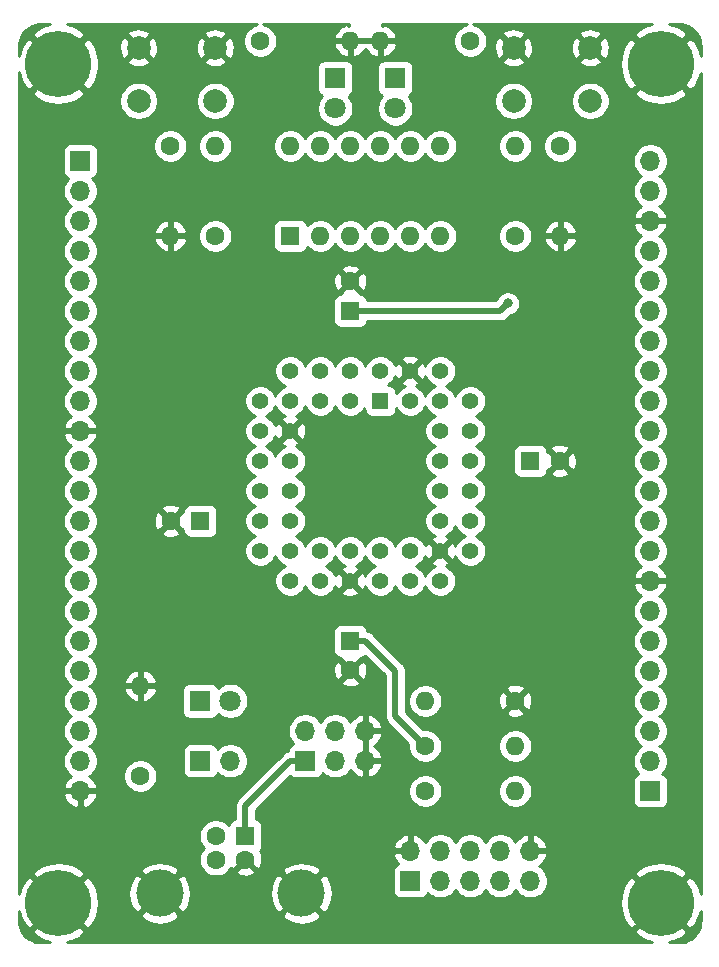
<source format=gbr>
%TF.GenerationSoftware,KiCad,Pcbnew,(5.1.7)-1*%
%TF.CreationDate,2022-07-04T22:41:30-03:00*%
%TF.ProjectId,ATF1502BR,41544631-3530-4324-9252-2e6b69636164,rev?*%
%TF.SameCoordinates,Original*%
%TF.FileFunction,Copper,L2,Bot*%
%TF.FilePolarity,Positive*%
%FSLAX46Y46*%
G04 Gerber Fmt 4.6, Leading zero omitted, Abs format (unit mm)*
G04 Created by KiCad (PCBNEW (5.1.7)-1) date 2022-07-04 22:41:30*
%MOMM*%
%LPD*%
G01*
G04 APERTURE LIST*
%TA.AperFunction,ComponentPad*%
%ADD10C,5.600000*%
%TD*%
%TA.AperFunction,ComponentPad*%
%ADD11C,4.000000*%
%TD*%
%TA.AperFunction,ComponentPad*%
%ADD12C,1.600000*%
%TD*%
%TA.AperFunction,ComponentPad*%
%ADD13R,1.600000X1.600000*%
%TD*%
%TA.AperFunction,ComponentPad*%
%ADD14O,1.600000X1.600000*%
%TD*%
%TA.AperFunction,ComponentPad*%
%ADD15C,1.800000*%
%TD*%
%TA.AperFunction,ComponentPad*%
%ADD16R,1.800000X1.800000*%
%TD*%
%TA.AperFunction,ComponentPad*%
%ADD17O,1.700000X1.700000*%
%TD*%
%TA.AperFunction,ComponentPad*%
%ADD18R,1.700000X1.700000*%
%TD*%
%TA.AperFunction,ComponentPad*%
%ADD19C,2.000000*%
%TD*%
%TA.AperFunction,ComponentPad*%
%ADD20C,1.422400*%
%TD*%
%TA.AperFunction,ComponentPad*%
%ADD21R,1.422400X1.422400*%
%TD*%
%TA.AperFunction,ViaPad*%
%ADD22C,0.800000*%
%TD*%
%TA.AperFunction,Conductor*%
%ADD23C,0.500000*%
%TD*%
%TA.AperFunction,Conductor*%
%ADD24C,0.254000*%
%TD*%
%TA.AperFunction,Conductor*%
%ADD25C,0.100000*%
%TD*%
G04 APERTURE END LIST*
D10*
%TO.P,REF\u002A\u002A,1*%
%TO.N,GND*%
X24500000Y-95500000D03*
%TD*%
%TO.P,REF\u002A\u002A,1*%
%TO.N,GND*%
X75500000Y-95500000D03*
%TD*%
%TO.P,REF\u002A\u002A,1*%
%TO.N,GND*%
X75500000Y-24500000D03*
%TD*%
%TO.P,REF\u002A\u002A,1*%
%TO.N,GND*%
X24500000Y-24500000D03*
%TD*%
D11*
%TO.P,J1,5*%
%TO.N,GND*%
X45070000Y-94710000D03*
X33070000Y-94710000D03*
D12*
%TO.P,J1,4*%
X40320000Y-91850000D03*
%TO.P,J1,3*%
%TO.N,/USBP*%
X37820000Y-91850000D03*
%TO.P,J1,2*%
%TO.N,/USBN*%
X37820000Y-89850000D03*
D13*
%TO.P,J1,1*%
%TO.N,+5V*%
X40320000Y-89850000D03*
%TD*%
D14*
%TO.P,R14,2*%
%TO.N,GND*%
X31430000Y-77150000D03*
D12*
%TO.P,R14,1*%
%TO.N,Net-(D8-Pad1)*%
X31430000Y-84770000D03*
%TD*%
D15*
%TO.P,D8,2*%
%TO.N,+5V*%
X39050000Y-78420000D03*
D16*
%TO.P,D8,1*%
%TO.N,Net-(D8-Pad1)*%
X36510000Y-78420000D03*
%TD*%
D17*
%TO.P,J6,6*%
%TO.N,GND*%
X50480000Y-80960000D03*
%TO.P,J6,5*%
X50480000Y-83500000D03*
%TO.P,J6,4*%
%TO.N,Net-(J6-Pad4)*%
X47940000Y-80960000D03*
%TO.P,J6,3*%
%TO.N,Net-(J6-Pad3)*%
X47940000Y-83500000D03*
%TO.P,J6,2*%
%TO.N,+5V*%
X45400000Y-80960000D03*
D18*
%TO.P,J6,1*%
X45400000Y-83500000D03*
%TD*%
D14*
%TO.P,SW1,12*%
%TO.N,Net-(R12-Pad1)*%
X44130000Y-31430000D03*
%TO.P,SW1,6*%
%TO.N,/IO_40*%
X56830000Y-39050000D03*
%TO.P,SW1,11*%
%TO.N,/SW_GCLR*%
X46670000Y-31430000D03*
%TO.P,SW1,5*%
%TO.N,/IO_GCLK3*%
X54290000Y-39050000D03*
%TO.P,SW1,10*%
%TO.N,/SW_OE1*%
X49210000Y-31430000D03*
%TO.P,SW1,4*%
%TO.N,/I_GCLK1*%
X51750000Y-39050000D03*
%TO.P,SW1,9*%
%TO.N,Net-(R13-Pad1)*%
X51750000Y-31430000D03*
%TO.P,SW1,3*%
%TO.N,/I_OE1*%
X49210000Y-39050000D03*
%TO.P,SW1,8*%
%TO.N,/LED1*%
X54290000Y-31430000D03*
%TO.P,SW1,2*%
%TO.N,/I_GCLR*%
X46670000Y-39050000D03*
%TO.P,SW1,7*%
%TO.N,/LED0*%
X56830000Y-31430000D03*
D13*
%TO.P,SW1,1*%
%TO.N,/I_GCLK2_OE2*%
X44130000Y-39050000D03*
%TD*%
D19*
%TO.P,SW5,1*%
%TO.N,/SW_GCLR*%
X31280000Y-27620000D03*
%TO.P,SW5,2*%
%TO.N,GND*%
X31280000Y-23120000D03*
%TO.P,SW5,1*%
%TO.N,/SW_GCLR*%
X37780000Y-27620000D03*
%TO.P,SW5,2*%
%TO.N,GND*%
X37780000Y-23120000D03*
%TD*%
%TO.P,SW4,1*%
%TO.N,/SW_OE1*%
X63030000Y-27620000D03*
%TO.P,SW4,2*%
%TO.N,GND*%
X63030000Y-23120000D03*
%TO.P,SW4,1*%
%TO.N,/SW_OE1*%
X69530000Y-27620000D03*
%TO.P,SW4,2*%
%TO.N,GND*%
X69530000Y-23120000D03*
%TD*%
D14*
%TO.P,R16,2*%
%TO.N,/SW_GCLR*%
X37780000Y-31430000D03*
D12*
%TO.P,R16,1*%
%TO.N,+5V*%
X37780000Y-39050000D03*
%TD*%
D14*
%TO.P,R15,2*%
%TO.N,/SW_OE1*%
X63180000Y-31430000D03*
D12*
%TO.P,R15,1*%
%TO.N,+5V*%
X63180000Y-39050000D03*
%TD*%
D14*
%TO.P,R13,2*%
%TO.N,GND*%
X66990000Y-39050000D03*
D12*
%TO.P,R13,1*%
%TO.N,Net-(R13-Pad1)*%
X66990000Y-31430000D03*
%TD*%
D14*
%TO.P,R12,2*%
%TO.N,GND*%
X33970000Y-39050000D03*
D12*
%TO.P,R12,1*%
%TO.N,Net-(R12-Pad1)*%
X33970000Y-31430000D03*
%TD*%
D14*
%TO.P,R5,2*%
%TO.N,GND*%
X49210000Y-22540000D03*
D12*
%TO.P,R5,1*%
%TO.N,Net-(D1-Pad1)*%
X41590000Y-22540000D03*
%TD*%
D14*
%TO.P,R4,2*%
%TO.N,GND*%
X51750000Y-22540000D03*
D12*
%TO.P,R4,1*%
%TO.N,Net-(D0-Pad1)*%
X59370000Y-22540000D03*
%TD*%
D14*
%TO.P,R3,2*%
%TO.N,/TCK*%
X55560000Y-78420000D03*
D12*
%TO.P,R3,1*%
%TO.N,GND*%
X63180000Y-78420000D03*
%TD*%
D14*
%TO.P,R2,2*%
%TO.N,/TMS*%
X63180000Y-82230000D03*
D12*
%TO.P,R2,1*%
%TO.N,+5V*%
X55560000Y-82230000D03*
%TD*%
D14*
%TO.P,R1,2*%
%TO.N,/TDI*%
X63180000Y-86040000D03*
D12*
%TO.P,R1,1*%
%TO.N,+5V*%
X55560000Y-86040000D03*
%TD*%
D17*
%TO.P,J4,10*%
%TO.N,GND*%
X64450000Y-91120000D03*
%TO.P,J4,9*%
%TO.N,/TDI*%
X64450000Y-93660000D03*
%TO.P,J4,8*%
%TO.N,Net-(J4-Pad8)*%
X61910000Y-91120000D03*
%TO.P,J4,7*%
%TO.N,Net-(J4-Pad7)*%
X61910000Y-93660000D03*
%TO.P,J4,6*%
%TO.N,Net-(J4-Pad6)*%
X59370000Y-91120000D03*
%TO.P,J4,5*%
%TO.N,/TMS*%
X59370000Y-93660000D03*
%TO.P,J4,4*%
%TO.N,+5V*%
X56830000Y-91120000D03*
%TO.P,J4,3*%
%TO.N,/TDO*%
X56830000Y-93660000D03*
%TO.P,J4,2*%
%TO.N,GND*%
X54290000Y-91120000D03*
D18*
%TO.P,J4,1*%
%TO.N,/TCK*%
X54290000Y-93660000D03*
%TD*%
D17*
%TO.P,J2,2*%
%TO.N,/USBN*%
X39050000Y-83500000D03*
D18*
%TO.P,J2,1*%
%TO.N,/USBP*%
X36510000Y-83500000D03*
%TD*%
D15*
%TO.P,D1,2*%
%TO.N,/LED1*%
X47940000Y-28255000D03*
D16*
%TO.P,D1,1*%
%TO.N,Net-(D1-Pad1)*%
X47940000Y-25715000D03*
%TD*%
D15*
%TO.P,D0,2*%
%TO.N,/LED0*%
X53020000Y-28255000D03*
D16*
%TO.P,D0,1*%
%TO.N,Net-(D0-Pad1)*%
X53020000Y-25715000D03*
%TD*%
D12*
%TO.P,C4,2*%
%TO.N,GND*%
X49210000Y-75840000D03*
D13*
%TO.P,C4,1*%
%TO.N,+5V*%
X49210000Y-73340000D03*
%TD*%
D12*
%TO.P,C3,2*%
%TO.N,GND*%
X66950000Y-58100000D03*
D13*
%TO.P,C3,1*%
%TO.N,+5V*%
X64450000Y-58100000D03*
%TD*%
D12*
%TO.P,C2,2*%
%TO.N,GND*%
X34010000Y-63180000D03*
D13*
%TO.P,C2,1*%
%TO.N,+5V*%
X36510000Y-63180000D03*
%TD*%
D12*
%TO.P,C1,2*%
%TO.N,GND*%
X49210000Y-42900000D03*
D13*
%TO.P,C1,1*%
%TO.N,+5V*%
X49210000Y-45400000D03*
%TD*%
D20*
%TO.P,U1,39*%
%TO.N,/IO_39*%
X59370000Y-53020000D03*
%TO.P,U1,37*%
%TO.N,/IO_37*%
X59370000Y-55560000D03*
%TO.P,U1,35*%
%TO.N,+5V*%
X59370000Y-58100000D03*
%TO.P,U1,33*%
%TO.N,/IO_33*%
X59370000Y-60640000D03*
%TO.P,U1,31*%
%TO.N,/IO_31*%
X59370000Y-63180000D03*
%TO.P,U1,40*%
%TO.N,/IO_40*%
X56830000Y-50480000D03*
%TO.P,U1,38*%
%TO.N,/TDO*%
X56830000Y-55560000D03*
%TO.P,U1,36*%
%TO.N,/IO_36*%
X56830000Y-58100000D03*
%TO.P,U1,34*%
%TO.N,/IO_34*%
X56830000Y-60640000D03*
%TO.P,U1,32*%
%TO.N,/TCK*%
X56830000Y-63180000D03*
%TO.P,U1,30*%
%TO.N,GND*%
X56830000Y-65720000D03*
%TO.P,U1,28*%
%TO.N,/IO_28*%
X56830000Y-68260000D03*
%TO.P,U1,26*%
%TO.N,/IO_26*%
X54290000Y-68260000D03*
%TO.P,U1,24*%
%TO.N,/IO_24*%
X51750000Y-68260000D03*
%TO.P,U1,22*%
%TO.N,GND*%
X49210000Y-68260000D03*
%TO.P,U1,20*%
%TO.N,/IO_20*%
X46670000Y-68260000D03*
%TO.P,U1,18*%
%TO.N,/IO_18*%
X44130000Y-68260000D03*
%TO.P,U1,29*%
%TO.N,/IO_29*%
X59370000Y-65720000D03*
%TO.P,U1,27*%
%TO.N,/IO_27*%
X54290000Y-65720000D03*
%TO.P,U1,25*%
%TO.N,/IO_PD2*%
X51750000Y-65720000D03*
%TO.P,U1,23*%
%TO.N,+5V*%
X49210000Y-65720000D03*
%TO.P,U1,21*%
%TO.N,/IO_21*%
X46670000Y-65720000D03*
%TO.P,U1,19*%
%TO.N,/IO_19*%
X44130000Y-65720000D03*
%TO.P,U1,17*%
%TO.N,/IO_17*%
X41590000Y-65720000D03*
%TO.P,U1,15*%
%TO.N,+5V*%
X41590000Y-63180000D03*
%TO.P,U1,13*%
%TO.N,/TMS*%
X41590000Y-60640000D03*
%TO.P,U1,11*%
%TO.N,/IO_PD1*%
X41590000Y-58100000D03*
%TO.P,U1,9*%
%TO.N,/IO_9*%
X41590000Y-55560000D03*
%TO.P,U1,7*%
%TO.N,/TDI*%
X41590000Y-53020000D03*
%TO.P,U1,16*%
%TO.N,/IO_16*%
X44130000Y-63180000D03*
%TO.P,U1,14*%
%TO.N,/IO_14*%
X44130000Y-60640000D03*
%TO.P,U1,12*%
%TO.N,/IO_12*%
X44130000Y-58100000D03*
%TO.P,U1,10*%
%TO.N,GND*%
X44130000Y-55560000D03*
%TO.P,U1,8*%
%TO.N,/IO_8*%
X44130000Y-53020000D03*
%TO.P,U1,42*%
%TO.N,GND*%
X54290000Y-50480000D03*
%TO.P,U1,44*%
%TO.N,/I_OE1*%
X51750000Y-50480000D03*
%TO.P,U1,6*%
%TO.N,/IO_6*%
X44130000Y-50480000D03*
%TO.P,U1,4*%
%TO.N,/IO_4*%
X46670000Y-50480000D03*
%TO.P,U1,2*%
%TO.N,/I_GCLK2_OE2*%
X49210000Y-50480000D03*
%TO.P,U1,41*%
%TO.N,/IO_GCLK3*%
X56830000Y-53020000D03*
%TO.P,U1,43*%
%TO.N,/I_GCLK1*%
X54290000Y-53020000D03*
%TO.P,U1,5*%
%TO.N,/IO_5*%
X46670000Y-53020000D03*
%TO.P,U1,3*%
%TO.N,+5V*%
X49210000Y-53020000D03*
D21*
%TO.P,U1,1*%
%TO.N,/I_GCLR*%
X51750000Y-53020000D03*
%TD*%
D17*
%TO.P,J5,22*%
%TO.N,/I_OE1*%
X74610000Y-32700000D03*
%TO.P,J5,21*%
%TO.N,/I_GCLK1*%
X74610000Y-35240000D03*
%TO.P,J5,20*%
%TO.N,GND*%
X74610000Y-37780000D03*
%TO.P,J5,19*%
%TO.N,/IO_GCLK3*%
X74610000Y-40320000D03*
%TO.P,J5,18*%
%TO.N,/IO_40*%
X74610000Y-42860000D03*
%TO.P,J5,17*%
%TO.N,/IO_39*%
X74610000Y-45400000D03*
%TO.P,J5,16*%
%TO.N,/TDO*%
X74610000Y-47940000D03*
%TO.P,J5,15*%
%TO.N,/IO_37*%
X74610000Y-50480000D03*
%TO.P,J5,14*%
%TO.N,/IO_36*%
X74610000Y-53020000D03*
%TO.P,J5,13*%
%TO.N,+5V*%
X74610000Y-55560000D03*
%TO.P,J5,12*%
%TO.N,/IO_34*%
X74610000Y-58100000D03*
%TO.P,J5,11*%
%TO.N,/IO_33*%
X74610000Y-60640000D03*
%TO.P,J5,10*%
%TO.N,/TCK*%
X74610000Y-63180000D03*
%TO.P,J5,9*%
%TO.N,/IO_31*%
X74610000Y-65720000D03*
%TO.P,J5,8*%
%TO.N,GND*%
X74610000Y-68260000D03*
%TO.P,J5,7*%
%TO.N,/IO_29*%
X74610000Y-70800000D03*
%TO.P,J5,6*%
%TO.N,/IO_28*%
X74610000Y-73340000D03*
%TO.P,J5,5*%
%TO.N,/IO_27*%
X74610000Y-75880000D03*
%TO.P,J5,4*%
%TO.N,/IO_26*%
X74610000Y-78420000D03*
%TO.P,J5,3*%
%TO.N,/IO_PD2*%
X74610000Y-80960000D03*
%TO.P,J5,2*%
%TO.N,/IO_24*%
X74610000Y-83500000D03*
D18*
%TO.P,J5,1*%
%TO.N,+5V*%
X74610000Y-86040000D03*
%TD*%
D17*
%TO.P,J3,22*%
%TO.N,GND*%
X26350000Y-86040000D03*
%TO.P,J3,21*%
%TO.N,/IO_21*%
X26350000Y-83500000D03*
%TO.P,J3,20*%
%TO.N,/IO_20*%
X26350000Y-80960000D03*
%TO.P,J3,19*%
%TO.N,/IO_19*%
X26350000Y-78420000D03*
%TO.P,J3,18*%
%TO.N,/IO_18*%
X26350000Y-75880000D03*
%TO.P,J3,17*%
%TO.N,/IO_17*%
X26350000Y-73340000D03*
%TO.P,J3,16*%
%TO.N,/IO_16*%
X26350000Y-70800000D03*
%TO.P,J3,15*%
%TO.N,+5V*%
X26350000Y-68260000D03*
%TO.P,J3,14*%
%TO.N,/IO_14*%
X26350000Y-65720000D03*
%TO.P,J3,13*%
%TO.N,/TMS*%
X26350000Y-63180000D03*
%TO.P,J3,12*%
%TO.N,/IO_12*%
X26350000Y-60640000D03*
%TO.P,J3,11*%
%TO.N,/IO_PD1*%
X26350000Y-58100000D03*
%TO.P,J3,10*%
%TO.N,GND*%
X26350000Y-55560000D03*
%TO.P,J3,9*%
%TO.N,/IO_9*%
X26350000Y-53020000D03*
%TO.P,J3,8*%
%TO.N,/IO_8*%
X26350000Y-50480000D03*
%TO.P,J3,7*%
%TO.N,/TDI*%
X26350000Y-47940000D03*
%TO.P,J3,6*%
%TO.N,/IO_6*%
X26350000Y-45400000D03*
%TO.P,J3,5*%
%TO.N,/IO_5*%
X26350000Y-42860000D03*
%TO.P,J3,4*%
%TO.N,/IO_4*%
X26350000Y-40320000D03*
%TO.P,J3,3*%
%TO.N,+5V*%
X26350000Y-37780000D03*
%TO.P,J3,2*%
%TO.N,/I_GCLK2_OE2*%
X26350000Y-35240000D03*
D18*
%TO.P,J3,1*%
%TO.N,/I_GCLR*%
X26350000Y-32700000D03*
%TD*%
D22*
%TO.N,+5V*%
X62545000Y-44765000D03*
%TD*%
D23*
%TO.N,+5V*%
X55560000Y-82230000D02*
X53020000Y-79690000D01*
X53020000Y-79690000D02*
X53020000Y-75880000D01*
X50480000Y-73340000D02*
X49210000Y-73340000D01*
X53020000Y-75880000D02*
X50480000Y-73340000D01*
X45400000Y-83500000D02*
X44130000Y-83500000D01*
X40320000Y-87310000D02*
X40320000Y-89850000D01*
X44130000Y-83500000D02*
X40320000Y-87310000D01*
X61910000Y-45400000D02*
X62545000Y-44765000D01*
X49210000Y-45400000D02*
X61910000Y-45400000D01*
%TD*%
D24*
%TO.N,GND*%
X23186994Y-21307870D02*
X22589470Y-21625361D01*
X22575308Y-21634823D01*
X22263124Y-22083519D01*
X24500000Y-24320395D01*
X26736876Y-22083519D01*
X26668044Y-21984587D01*
X30324192Y-21984587D01*
X31280000Y-22940395D01*
X32235808Y-21984587D01*
X36824192Y-21984587D01*
X37780000Y-22940395D01*
X38735808Y-21984587D01*
X38640044Y-21720186D01*
X38350429Y-21579296D01*
X38038892Y-21497616D01*
X37717405Y-21478282D01*
X37398325Y-21522039D01*
X37093912Y-21627205D01*
X36919956Y-21720186D01*
X36824192Y-21984587D01*
X32235808Y-21984587D01*
X32140044Y-21720186D01*
X31850429Y-21579296D01*
X31538892Y-21497616D01*
X31217405Y-21478282D01*
X30898325Y-21522039D01*
X30593912Y-21627205D01*
X30419956Y-21720186D01*
X30324192Y-21984587D01*
X26668044Y-21984587D01*
X26424692Y-21634823D01*
X25828741Y-21314388D01*
X25216448Y-21127000D01*
X41338065Y-21127000D01*
X41171426Y-21160147D01*
X40910273Y-21268320D01*
X40675241Y-21425363D01*
X40475363Y-21625241D01*
X40318320Y-21860273D01*
X40210147Y-22121426D01*
X40155000Y-22398665D01*
X40155000Y-22681335D01*
X40210147Y-22958574D01*
X40318320Y-23219727D01*
X40475363Y-23454759D01*
X40675241Y-23654637D01*
X40910273Y-23811680D01*
X41171426Y-23919853D01*
X41448665Y-23975000D01*
X41731335Y-23975000D01*
X42008574Y-23919853D01*
X42269727Y-23811680D01*
X42504759Y-23654637D01*
X42704637Y-23454759D01*
X42861680Y-23219727D01*
X42969853Y-22958574D01*
X42983684Y-22889039D01*
X47818096Y-22889039D01*
X47858754Y-23023087D01*
X47978963Y-23277420D01*
X48146481Y-23503414D01*
X48354869Y-23692385D01*
X48596119Y-23837070D01*
X48860960Y-23931909D01*
X49083000Y-23810624D01*
X49083000Y-22667000D01*
X49337000Y-22667000D01*
X49337000Y-23810624D01*
X49559040Y-23931909D01*
X49823881Y-23837070D01*
X50065131Y-23692385D01*
X50273519Y-23503414D01*
X50441037Y-23277420D01*
X50480000Y-23194984D01*
X50518963Y-23277420D01*
X50686481Y-23503414D01*
X50894869Y-23692385D01*
X51136119Y-23837070D01*
X51400960Y-23931909D01*
X51623000Y-23810624D01*
X51623000Y-22667000D01*
X51877000Y-22667000D01*
X51877000Y-23810624D01*
X52099040Y-23931909D01*
X52363881Y-23837070D01*
X52605131Y-23692385D01*
X52813519Y-23503414D01*
X52981037Y-23277420D01*
X53101246Y-23023087D01*
X53141904Y-22889039D01*
X53019915Y-22667000D01*
X51877000Y-22667000D01*
X51623000Y-22667000D01*
X50480085Y-22667000D01*
X50480000Y-22667155D01*
X50479915Y-22667000D01*
X49337000Y-22667000D01*
X49083000Y-22667000D01*
X47940085Y-22667000D01*
X47818096Y-22889039D01*
X42983684Y-22889039D01*
X43025000Y-22681335D01*
X43025000Y-22398665D01*
X42969853Y-22121426D01*
X42861680Y-21860273D01*
X42704637Y-21625241D01*
X42504759Y-21425363D01*
X42269727Y-21268320D01*
X42008574Y-21160147D01*
X41841935Y-21127000D01*
X49082998Y-21127000D01*
X49082998Y-21269375D01*
X48860960Y-21148091D01*
X48596119Y-21242930D01*
X48354869Y-21387615D01*
X48146481Y-21576586D01*
X47978963Y-21802580D01*
X47858754Y-22056913D01*
X47818096Y-22190961D01*
X47940085Y-22413000D01*
X49083000Y-22413000D01*
X49083000Y-22393000D01*
X49337000Y-22393000D01*
X49337000Y-22413000D01*
X50479915Y-22413000D01*
X50480000Y-22412845D01*
X50480085Y-22413000D01*
X51623000Y-22413000D01*
X51623000Y-22393000D01*
X51877000Y-22393000D01*
X51877000Y-22413000D01*
X53019915Y-22413000D01*
X53141904Y-22190961D01*
X53101246Y-22056913D01*
X52981037Y-21802580D01*
X52813519Y-21576586D01*
X52605131Y-21387615D01*
X52363881Y-21242930D01*
X52099040Y-21148091D01*
X51877002Y-21269375D01*
X51877002Y-21127000D01*
X59118065Y-21127000D01*
X58951426Y-21160147D01*
X58690273Y-21268320D01*
X58455241Y-21425363D01*
X58255363Y-21625241D01*
X58098320Y-21860273D01*
X57990147Y-22121426D01*
X57935000Y-22398665D01*
X57935000Y-22681335D01*
X57990147Y-22958574D01*
X58098320Y-23219727D01*
X58255363Y-23454759D01*
X58455241Y-23654637D01*
X58690273Y-23811680D01*
X58951426Y-23919853D01*
X59228665Y-23975000D01*
X59511335Y-23975000D01*
X59788574Y-23919853D01*
X60049727Y-23811680D01*
X60284759Y-23654637D01*
X60484637Y-23454759D01*
X60641680Y-23219727D01*
X60657060Y-23182595D01*
X61388282Y-23182595D01*
X61432039Y-23501675D01*
X61537205Y-23806088D01*
X61630186Y-23980044D01*
X61894587Y-24075808D01*
X62850395Y-23120000D01*
X63209605Y-23120000D01*
X64165413Y-24075808D01*
X64429814Y-23980044D01*
X64570704Y-23690429D01*
X64652384Y-23378892D01*
X64664189Y-23182595D01*
X67888282Y-23182595D01*
X67932039Y-23501675D01*
X68037205Y-23806088D01*
X68130186Y-23980044D01*
X68394587Y-24075808D01*
X69350395Y-23120000D01*
X69709605Y-23120000D01*
X70665413Y-24075808D01*
X70929814Y-23980044D01*
X71070704Y-23690429D01*
X71152384Y-23378892D01*
X71171718Y-23057405D01*
X71127961Y-22738325D01*
X71022795Y-22433912D01*
X70929814Y-22259956D01*
X70665413Y-22164192D01*
X69709605Y-23120000D01*
X69350395Y-23120000D01*
X68394587Y-22164192D01*
X68130186Y-22259956D01*
X67989296Y-22549571D01*
X67907616Y-22861108D01*
X67888282Y-23182595D01*
X64664189Y-23182595D01*
X64671718Y-23057405D01*
X64627961Y-22738325D01*
X64522795Y-22433912D01*
X64429814Y-22259956D01*
X64165413Y-22164192D01*
X63209605Y-23120000D01*
X62850395Y-23120000D01*
X61894587Y-22164192D01*
X61630186Y-22259956D01*
X61489296Y-22549571D01*
X61407616Y-22861108D01*
X61388282Y-23182595D01*
X60657060Y-23182595D01*
X60749853Y-22958574D01*
X60805000Y-22681335D01*
X60805000Y-22398665D01*
X60749853Y-22121426D01*
X60693173Y-21984587D01*
X62074192Y-21984587D01*
X63030000Y-22940395D01*
X63985808Y-21984587D01*
X68574192Y-21984587D01*
X69530000Y-22940395D01*
X70485808Y-21984587D01*
X70390044Y-21720186D01*
X70100429Y-21579296D01*
X69788892Y-21497616D01*
X69467405Y-21478282D01*
X69148325Y-21522039D01*
X68843912Y-21627205D01*
X68669956Y-21720186D01*
X68574192Y-21984587D01*
X63985808Y-21984587D01*
X63890044Y-21720186D01*
X63600429Y-21579296D01*
X63288892Y-21497616D01*
X62967405Y-21478282D01*
X62648325Y-21522039D01*
X62343912Y-21627205D01*
X62169956Y-21720186D01*
X62074192Y-21984587D01*
X60693173Y-21984587D01*
X60641680Y-21860273D01*
X60484637Y-21625241D01*
X60284759Y-21425363D01*
X60049727Y-21268320D01*
X59788574Y-21160147D01*
X59621935Y-21127000D01*
X74788582Y-21127000D01*
X74186994Y-21307870D01*
X73589470Y-21625361D01*
X73575308Y-21634823D01*
X73263124Y-22083519D01*
X75500000Y-24320395D01*
X77736876Y-22083519D01*
X77424692Y-21634823D01*
X76828741Y-21314388D01*
X76216448Y-21127000D01*
X76995470Y-21127000D01*
X77266504Y-21146385D01*
X77527593Y-21203181D01*
X77777940Y-21296556D01*
X78012445Y-21424605D01*
X78226338Y-21584724D01*
X78415276Y-21773662D01*
X78575395Y-21987555D01*
X78703444Y-22222060D01*
X78796819Y-22472407D01*
X78853615Y-22733496D01*
X78873000Y-23004530D01*
X78873000Y-23788582D01*
X78692130Y-23186994D01*
X78374639Y-22589470D01*
X78365177Y-22575308D01*
X77916481Y-22263124D01*
X75679605Y-24500000D01*
X77916481Y-26736876D01*
X78365177Y-26424692D01*
X78685612Y-25828741D01*
X78873000Y-25216448D01*
X78873000Y-94788582D01*
X78692130Y-94186994D01*
X78374639Y-93589470D01*
X78365177Y-93575308D01*
X77916481Y-93263124D01*
X75679605Y-95500000D01*
X77916481Y-97736876D01*
X78365177Y-97424692D01*
X78685612Y-96828741D01*
X78873000Y-96216448D01*
X78873000Y-96995470D01*
X78853615Y-97266504D01*
X78796819Y-97527593D01*
X78703444Y-97777940D01*
X78575395Y-98012445D01*
X78415276Y-98226338D01*
X78226338Y-98415276D01*
X78012445Y-98575395D01*
X77777940Y-98703444D01*
X77527593Y-98796819D01*
X77266504Y-98853615D01*
X76995470Y-98873000D01*
X76211418Y-98873000D01*
X76813006Y-98692130D01*
X77410530Y-98374639D01*
X77424692Y-98365177D01*
X77736876Y-97916481D01*
X75500000Y-95679605D01*
X73263124Y-97916481D01*
X73575308Y-98365177D01*
X74171259Y-98685612D01*
X74783552Y-98873000D01*
X25211418Y-98873000D01*
X25813006Y-98692130D01*
X26410530Y-98374639D01*
X26424692Y-98365177D01*
X26736876Y-97916481D01*
X24500000Y-95679605D01*
X22263124Y-97916481D01*
X22575308Y-98365177D01*
X23171259Y-98685612D01*
X23783552Y-98873000D01*
X23004530Y-98873000D01*
X22733496Y-98853615D01*
X22472407Y-98796819D01*
X22222060Y-98703444D01*
X21987555Y-98575395D01*
X21773662Y-98415276D01*
X21584724Y-98226338D01*
X21424605Y-98012445D01*
X21296556Y-97777940D01*
X21203181Y-97527593D01*
X21146385Y-97266504D01*
X21127000Y-96995470D01*
X21127000Y-96211418D01*
X21307870Y-96813006D01*
X21625361Y-97410530D01*
X21634823Y-97424692D01*
X22083519Y-97736876D01*
X24320395Y-95500000D01*
X24679605Y-95500000D01*
X26916481Y-97736876D01*
X27365177Y-97424692D01*
X27685612Y-96828741D01*
X27768623Y-96557499D01*
X31402106Y-96557499D01*
X31618228Y-96924258D01*
X32078105Y-97164938D01*
X32576098Y-97311275D01*
X33093071Y-97357648D01*
X33609159Y-97302273D01*
X34104526Y-97147279D01*
X34521772Y-96924258D01*
X34737894Y-96557499D01*
X43402106Y-96557499D01*
X43618228Y-96924258D01*
X44078105Y-97164938D01*
X44576098Y-97311275D01*
X45093071Y-97357648D01*
X45609159Y-97302273D01*
X46104526Y-97147279D01*
X46521772Y-96924258D01*
X46737894Y-96557499D01*
X45070000Y-94889605D01*
X43402106Y-96557499D01*
X34737894Y-96557499D01*
X33070000Y-94889605D01*
X31402106Y-96557499D01*
X27768623Y-96557499D01*
X27883626Y-96181727D01*
X27951610Y-95508516D01*
X27886949Y-94834977D01*
X27856311Y-94733071D01*
X30422352Y-94733071D01*
X30477727Y-95249159D01*
X30632721Y-95744526D01*
X30855742Y-96161772D01*
X31222501Y-96377894D01*
X32890395Y-94710000D01*
X33249605Y-94710000D01*
X34917499Y-96377894D01*
X35284258Y-96161772D01*
X35524938Y-95701895D01*
X35671275Y-95203902D01*
X35713509Y-94733071D01*
X42422352Y-94733071D01*
X42477727Y-95249159D01*
X42632721Y-95744526D01*
X42855742Y-96161772D01*
X43222501Y-96377894D01*
X44890395Y-94710000D01*
X45249605Y-94710000D01*
X46917499Y-96377894D01*
X47284258Y-96161772D01*
X47524938Y-95701895D01*
X47586768Y-95491484D01*
X72048390Y-95491484D01*
X72113051Y-96165023D01*
X72307870Y-96813006D01*
X72625361Y-97410530D01*
X72634823Y-97424692D01*
X73083519Y-97736876D01*
X75320395Y-95500000D01*
X73083519Y-93263124D01*
X72634823Y-93575308D01*
X72314388Y-94171259D01*
X72116374Y-94818273D01*
X72048390Y-95491484D01*
X47586768Y-95491484D01*
X47671275Y-95203902D01*
X47717648Y-94686929D01*
X47662273Y-94170841D01*
X47507279Y-93675474D01*
X47284258Y-93258228D01*
X46917499Y-93042106D01*
X45249605Y-94710000D01*
X44890395Y-94710000D01*
X43222501Y-93042106D01*
X42855742Y-93258228D01*
X42615062Y-93718105D01*
X42468725Y-94216098D01*
X42422352Y-94733071D01*
X35713509Y-94733071D01*
X35717648Y-94686929D01*
X35662273Y-94170841D01*
X35507279Y-93675474D01*
X35284258Y-93258228D01*
X34917499Y-93042106D01*
X33249605Y-94710000D01*
X32890395Y-94710000D01*
X31222501Y-93042106D01*
X30855742Y-93258228D01*
X30615062Y-93718105D01*
X30468725Y-94216098D01*
X30422352Y-94733071D01*
X27856311Y-94733071D01*
X27692130Y-94186994D01*
X27374639Y-93589470D01*
X27365177Y-93575308D01*
X26916481Y-93263124D01*
X24679605Y-95500000D01*
X24320395Y-95500000D01*
X22083519Y-93263124D01*
X21634823Y-93575308D01*
X21314388Y-94171259D01*
X21127000Y-94783552D01*
X21127000Y-93083519D01*
X22263124Y-93083519D01*
X24500000Y-95320395D01*
X26736876Y-93083519D01*
X26583101Y-92862501D01*
X31402106Y-92862501D01*
X33070000Y-94530395D01*
X34737894Y-92862501D01*
X34521772Y-92495742D01*
X34061895Y-92255062D01*
X33563902Y-92108725D01*
X33046929Y-92062352D01*
X32530841Y-92117727D01*
X32035474Y-92272721D01*
X31618228Y-92495742D01*
X31402106Y-92862501D01*
X26583101Y-92862501D01*
X26424692Y-92634823D01*
X25828741Y-92314388D01*
X25181727Y-92116374D01*
X24508516Y-92048390D01*
X23834977Y-92113051D01*
X23186994Y-92307870D01*
X22589470Y-92625361D01*
X22575308Y-92634823D01*
X22263124Y-93083519D01*
X21127000Y-93083519D01*
X21127000Y-89708665D01*
X36385000Y-89708665D01*
X36385000Y-89991335D01*
X36440147Y-90268574D01*
X36548320Y-90529727D01*
X36705363Y-90764759D01*
X36790604Y-90850000D01*
X36705363Y-90935241D01*
X36548320Y-91170273D01*
X36440147Y-91431426D01*
X36385000Y-91708665D01*
X36385000Y-91991335D01*
X36440147Y-92268574D01*
X36548320Y-92529727D01*
X36705363Y-92764759D01*
X36905241Y-92964637D01*
X37140273Y-93121680D01*
X37401426Y-93229853D01*
X37678665Y-93285000D01*
X37961335Y-93285000D01*
X38238574Y-93229853D01*
X38499727Y-93121680D01*
X38734759Y-92964637D01*
X38856694Y-92842702D01*
X39506903Y-92842702D01*
X39578486Y-93086671D01*
X39833996Y-93207571D01*
X40108184Y-93276300D01*
X40390512Y-93290217D01*
X40670130Y-93248787D01*
X40936292Y-93153603D01*
X41061514Y-93086671D01*
X41127287Y-92862501D01*
X43402106Y-92862501D01*
X45070000Y-94530395D01*
X46737894Y-92862501D01*
X46706957Y-92810000D01*
X52801928Y-92810000D01*
X52801928Y-94510000D01*
X52814188Y-94634482D01*
X52850498Y-94754180D01*
X52909463Y-94864494D01*
X52988815Y-94961185D01*
X53085506Y-95040537D01*
X53195820Y-95099502D01*
X53315518Y-95135812D01*
X53440000Y-95148072D01*
X55140000Y-95148072D01*
X55264482Y-95135812D01*
X55384180Y-95099502D01*
X55494494Y-95040537D01*
X55591185Y-94961185D01*
X55670537Y-94864494D01*
X55729502Y-94754180D01*
X55751513Y-94681620D01*
X55883368Y-94813475D01*
X56126589Y-94975990D01*
X56396842Y-95087932D01*
X56683740Y-95145000D01*
X56976260Y-95145000D01*
X57263158Y-95087932D01*
X57533411Y-94975990D01*
X57776632Y-94813475D01*
X57983475Y-94606632D01*
X58100000Y-94432240D01*
X58216525Y-94606632D01*
X58423368Y-94813475D01*
X58666589Y-94975990D01*
X58936842Y-95087932D01*
X59223740Y-95145000D01*
X59516260Y-95145000D01*
X59803158Y-95087932D01*
X60073411Y-94975990D01*
X60316632Y-94813475D01*
X60523475Y-94606632D01*
X60640000Y-94432240D01*
X60756525Y-94606632D01*
X60963368Y-94813475D01*
X61206589Y-94975990D01*
X61476842Y-95087932D01*
X61763740Y-95145000D01*
X62056260Y-95145000D01*
X62343158Y-95087932D01*
X62613411Y-94975990D01*
X62856632Y-94813475D01*
X63063475Y-94606632D01*
X63180000Y-94432240D01*
X63296525Y-94606632D01*
X63503368Y-94813475D01*
X63746589Y-94975990D01*
X64016842Y-95087932D01*
X64303740Y-95145000D01*
X64596260Y-95145000D01*
X64883158Y-95087932D01*
X65153411Y-94975990D01*
X65396632Y-94813475D01*
X65603475Y-94606632D01*
X65765990Y-94363411D01*
X65877932Y-94093158D01*
X65935000Y-93806260D01*
X65935000Y-93513740D01*
X65877932Y-93226842D01*
X65818566Y-93083519D01*
X73263124Y-93083519D01*
X75500000Y-95320395D01*
X77736876Y-93083519D01*
X77424692Y-92634823D01*
X76828741Y-92314388D01*
X76181727Y-92116374D01*
X75508516Y-92048390D01*
X74834977Y-92113051D01*
X74186994Y-92307870D01*
X73589470Y-92625361D01*
X73575308Y-92634823D01*
X73263124Y-93083519D01*
X65818566Y-93083519D01*
X65765990Y-92956589D01*
X65603475Y-92713368D01*
X65396632Y-92506525D01*
X65220594Y-92388900D01*
X65450269Y-92217588D01*
X65645178Y-92001355D01*
X65794157Y-91751252D01*
X65891481Y-91476891D01*
X65770814Y-91247000D01*
X64577000Y-91247000D01*
X64577000Y-91267000D01*
X64323000Y-91267000D01*
X64323000Y-91247000D01*
X64303000Y-91247000D01*
X64303000Y-90993000D01*
X64323000Y-90993000D01*
X64323000Y-89799845D01*
X64577000Y-89799845D01*
X64577000Y-90993000D01*
X65770814Y-90993000D01*
X65891481Y-90763109D01*
X65794157Y-90488748D01*
X65645178Y-90238645D01*
X65450269Y-90022412D01*
X65216920Y-89848359D01*
X64954099Y-89723175D01*
X64806890Y-89678524D01*
X64577000Y-89799845D01*
X64323000Y-89799845D01*
X64093110Y-89678524D01*
X63945901Y-89723175D01*
X63683080Y-89848359D01*
X63449731Y-90022412D01*
X63254822Y-90238645D01*
X63185195Y-90355534D01*
X63063475Y-90173368D01*
X62856632Y-89966525D01*
X62613411Y-89804010D01*
X62343158Y-89692068D01*
X62056260Y-89635000D01*
X61763740Y-89635000D01*
X61476842Y-89692068D01*
X61206589Y-89804010D01*
X60963368Y-89966525D01*
X60756525Y-90173368D01*
X60640000Y-90347760D01*
X60523475Y-90173368D01*
X60316632Y-89966525D01*
X60073411Y-89804010D01*
X59803158Y-89692068D01*
X59516260Y-89635000D01*
X59223740Y-89635000D01*
X58936842Y-89692068D01*
X58666589Y-89804010D01*
X58423368Y-89966525D01*
X58216525Y-90173368D01*
X58100000Y-90347760D01*
X57983475Y-90173368D01*
X57776632Y-89966525D01*
X57533411Y-89804010D01*
X57263158Y-89692068D01*
X56976260Y-89635000D01*
X56683740Y-89635000D01*
X56396842Y-89692068D01*
X56126589Y-89804010D01*
X55883368Y-89966525D01*
X55676525Y-90173368D01*
X55554805Y-90355534D01*
X55485178Y-90238645D01*
X55290269Y-90022412D01*
X55056920Y-89848359D01*
X54794099Y-89723175D01*
X54646890Y-89678524D01*
X54417000Y-89799845D01*
X54417000Y-90993000D01*
X54437000Y-90993000D01*
X54437000Y-91247000D01*
X54417000Y-91247000D01*
X54417000Y-91267000D01*
X54163000Y-91267000D01*
X54163000Y-91247000D01*
X52969186Y-91247000D01*
X52848519Y-91476891D01*
X52945843Y-91751252D01*
X53094822Y-92001355D01*
X53271626Y-92197502D01*
X53195820Y-92220498D01*
X53085506Y-92279463D01*
X52988815Y-92358815D01*
X52909463Y-92455506D01*
X52850498Y-92565820D01*
X52814188Y-92685518D01*
X52801928Y-92810000D01*
X46706957Y-92810000D01*
X46521772Y-92495742D01*
X46061895Y-92255062D01*
X45563902Y-92108725D01*
X45046929Y-92062352D01*
X44530841Y-92117727D01*
X44035474Y-92272721D01*
X43618228Y-92495742D01*
X43402106Y-92862501D01*
X41127287Y-92862501D01*
X41133097Y-92842702D01*
X40320000Y-92029605D01*
X39506903Y-92842702D01*
X38856694Y-92842702D01*
X38934637Y-92764759D01*
X39068692Y-92564131D01*
X39083329Y-92591514D01*
X39327298Y-92663097D01*
X40140395Y-91850000D01*
X40126253Y-91835858D01*
X40305858Y-91656253D01*
X40320000Y-91670395D01*
X40334143Y-91656253D01*
X40513748Y-91835858D01*
X40499605Y-91850000D01*
X41312702Y-92663097D01*
X41556671Y-92591514D01*
X41677571Y-92336004D01*
X41746300Y-92061816D01*
X41760217Y-91779488D01*
X41718787Y-91499870D01*
X41623603Y-91233708D01*
X41558384Y-91111691D01*
X41571185Y-91101185D01*
X41650537Y-91004494D01*
X41709502Y-90894180D01*
X41745812Y-90774482D01*
X41746932Y-90763109D01*
X52848519Y-90763109D01*
X52969186Y-90993000D01*
X54163000Y-90993000D01*
X54163000Y-89799845D01*
X53933110Y-89678524D01*
X53785901Y-89723175D01*
X53523080Y-89848359D01*
X53289731Y-90022412D01*
X53094822Y-90238645D01*
X52945843Y-90488748D01*
X52848519Y-90763109D01*
X41746932Y-90763109D01*
X41758072Y-90650000D01*
X41758072Y-89050000D01*
X41745812Y-88925518D01*
X41709502Y-88805820D01*
X41650537Y-88695506D01*
X41571185Y-88598815D01*
X41474494Y-88519463D01*
X41364180Y-88460498D01*
X41244482Y-88424188D01*
X41205000Y-88420299D01*
X41205000Y-87676578D01*
X42982913Y-85898665D01*
X54125000Y-85898665D01*
X54125000Y-86181335D01*
X54180147Y-86458574D01*
X54288320Y-86719727D01*
X54445363Y-86954759D01*
X54645241Y-87154637D01*
X54880273Y-87311680D01*
X55141426Y-87419853D01*
X55418665Y-87475000D01*
X55701335Y-87475000D01*
X55978574Y-87419853D01*
X56239727Y-87311680D01*
X56474759Y-87154637D01*
X56674637Y-86954759D01*
X56831680Y-86719727D01*
X56939853Y-86458574D01*
X56995000Y-86181335D01*
X56995000Y-85898665D01*
X61745000Y-85898665D01*
X61745000Y-86181335D01*
X61800147Y-86458574D01*
X61908320Y-86719727D01*
X62065363Y-86954759D01*
X62265241Y-87154637D01*
X62500273Y-87311680D01*
X62761426Y-87419853D01*
X63038665Y-87475000D01*
X63321335Y-87475000D01*
X63598574Y-87419853D01*
X63859727Y-87311680D01*
X64094759Y-87154637D01*
X64294637Y-86954759D01*
X64451680Y-86719727D01*
X64559853Y-86458574D01*
X64615000Y-86181335D01*
X64615000Y-85898665D01*
X64559853Y-85621426D01*
X64451680Y-85360273D01*
X64337908Y-85190000D01*
X73121928Y-85190000D01*
X73121928Y-86890000D01*
X73134188Y-87014482D01*
X73170498Y-87134180D01*
X73229463Y-87244494D01*
X73308815Y-87341185D01*
X73405506Y-87420537D01*
X73515820Y-87479502D01*
X73635518Y-87515812D01*
X73760000Y-87528072D01*
X75460000Y-87528072D01*
X75584482Y-87515812D01*
X75704180Y-87479502D01*
X75814494Y-87420537D01*
X75911185Y-87341185D01*
X75990537Y-87244494D01*
X76049502Y-87134180D01*
X76085812Y-87014482D01*
X76098072Y-86890000D01*
X76098072Y-85190000D01*
X76085812Y-85065518D01*
X76049502Y-84945820D01*
X75990537Y-84835506D01*
X75911185Y-84738815D01*
X75814494Y-84659463D01*
X75704180Y-84600498D01*
X75631620Y-84578487D01*
X75763475Y-84446632D01*
X75925990Y-84203411D01*
X76037932Y-83933158D01*
X76095000Y-83646260D01*
X76095000Y-83353740D01*
X76037932Y-83066842D01*
X75925990Y-82796589D01*
X75763475Y-82553368D01*
X75556632Y-82346525D01*
X75382240Y-82230000D01*
X75556632Y-82113475D01*
X75763475Y-81906632D01*
X75925990Y-81663411D01*
X76037932Y-81393158D01*
X76095000Y-81106260D01*
X76095000Y-80813740D01*
X76037932Y-80526842D01*
X75925990Y-80256589D01*
X75763475Y-80013368D01*
X75556632Y-79806525D01*
X75382240Y-79690000D01*
X75556632Y-79573475D01*
X75763475Y-79366632D01*
X75925990Y-79123411D01*
X76037932Y-78853158D01*
X76095000Y-78566260D01*
X76095000Y-78273740D01*
X76037932Y-77986842D01*
X75925990Y-77716589D01*
X75763475Y-77473368D01*
X75556632Y-77266525D01*
X75382240Y-77150000D01*
X75556632Y-77033475D01*
X75763475Y-76826632D01*
X75925990Y-76583411D01*
X76037932Y-76313158D01*
X76095000Y-76026260D01*
X76095000Y-75733740D01*
X76037932Y-75446842D01*
X75925990Y-75176589D01*
X75763475Y-74933368D01*
X75556632Y-74726525D01*
X75382240Y-74610000D01*
X75556632Y-74493475D01*
X75763475Y-74286632D01*
X75925990Y-74043411D01*
X76037932Y-73773158D01*
X76095000Y-73486260D01*
X76095000Y-73193740D01*
X76037932Y-72906842D01*
X75925990Y-72636589D01*
X75763475Y-72393368D01*
X75556632Y-72186525D01*
X75382240Y-72070000D01*
X75556632Y-71953475D01*
X75763475Y-71746632D01*
X75925990Y-71503411D01*
X76037932Y-71233158D01*
X76095000Y-70946260D01*
X76095000Y-70653740D01*
X76037932Y-70366842D01*
X75925990Y-70096589D01*
X75763475Y-69853368D01*
X75556632Y-69646525D01*
X75374466Y-69524805D01*
X75491355Y-69455178D01*
X75707588Y-69260269D01*
X75881641Y-69026920D01*
X76006825Y-68764099D01*
X76051476Y-68616890D01*
X75930155Y-68387000D01*
X74737000Y-68387000D01*
X74737000Y-68407000D01*
X74483000Y-68407000D01*
X74483000Y-68387000D01*
X73289845Y-68387000D01*
X73168524Y-68616890D01*
X73213175Y-68764099D01*
X73338359Y-69026920D01*
X73512412Y-69260269D01*
X73728645Y-69455178D01*
X73845534Y-69524805D01*
X73663368Y-69646525D01*
X73456525Y-69853368D01*
X73294010Y-70096589D01*
X73182068Y-70366842D01*
X73125000Y-70653740D01*
X73125000Y-70946260D01*
X73182068Y-71233158D01*
X73294010Y-71503411D01*
X73456525Y-71746632D01*
X73663368Y-71953475D01*
X73837760Y-72070000D01*
X73663368Y-72186525D01*
X73456525Y-72393368D01*
X73294010Y-72636589D01*
X73182068Y-72906842D01*
X73125000Y-73193740D01*
X73125000Y-73486260D01*
X73182068Y-73773158D01*
X73294010Y-74043411D01*
X73456525Y-74286632D01*
X73663368Y-74493475D01*
X73837760Y-74610000D01*
X73663368Y-74726525D01*
X73456525Y-74933368D01*
X73294010Y-75176589D01*
X73182068Y-75446842D01*
X73125000Y-75733740D01*
X73125000Y-76026260D01*
X73182068Y-76313158D01*
X73294010Y-76583411D01*
X73456525Y-76826632D01*
X73663368Y-77033475D01*
X73837760Y-77150000D01*
X73663368Y-77266525D01*
X73456525Y-77473368D01*
X73294010Y-77716589D01*
X73182068Y-77986842D01*
X73125000Y-78273740D01*
X73125000Y-78566260D01*
X73182068Y-78853158D01*
X73294010Y-79123411D01*
X73456525Y-79366632D01*
X73663368Y-79573475D01*
X73837760Y-79690000D01*
X73663368Y-79806525D01*
X73456525Y-80013368D01*
X73294010Y-80256589D01*
X73182068Y-80526842D01*
X73125000Y-80813740D01*
X73125000Y-81106260D01*
X73182068Y-81393158D01*
X73294010Y-81663411D01*
X73456525Y-81906632D01*
X73663368Y-82113475D01*
X73837760Y-82230000D01*
X73663368Y-82346525D01*
X73456525Y-82553368D01*
X73294010Y-82796589D01*
X73182068Y-83066842D01*
X73125000Y-83353740D01*
X73125000Y-83646260D01*
X73182068Y-83933158D01*
X73294010Y-84203411D01*
X73456525Y-84446632D01*
X73588380Y-84578487D01*
X73515820Y-84600498D01*
X73405506Y-84659463D01*
X73308815Y-84738815D01*
X73229463Y-84835506D01*
X73170498Y-84945820D01*
X73134188Y-85065518D01*
X73121928Y-85190000D01*
X64337908Y-85190000D01*
X64294637Y-85125241D01*
X64094759Y-84925363D01*
X63859727Y-84768320D01*
X63598574Y-84660147D01*
X63321335Y-84605000D01*
X63038665Y-84605000D01*
X62761426Y-84660147D01*
X62500273Y-84768320D01*
X62265241Y-84925363D01*
X62065363Y-85125241D01*
X61908320Y-85360273D01*
X61800147Y-85621426D01*
X61745000Y-85898665D01*
X56995000Y-85898665D01*
X56939853Y-85621426D01*
X56831680Y-85360273D01*
X56674637Y-85125241D01*
X56474759Y-84925363D01*
X56239727Y-84768320D01*
X55978574Y-84660147D01*
X55701335Y-84605000D01*
X55418665Y-84605000D01*
X55141426Y-84660147D01*
X54880273Y-84768320D01*
X54645241Y-84925363D01*
X54445363Y-85125241D01*
X54288320Y-85360273D01*
X54180147Y-85621426D01*
X54125000Y-85898665D01*
X42982913Y-85898665D01*
X44090512Y-84791067D01*
X44098815Y-84801185D01*
X44195506Y-84880537D01*
X44305820Y-84939502D01*
X44425518Y-84975812D01*
X44550000Y-84988072D01*
X46250000Y-84988072D01*
X46374482Y-84975812D01*
X46494180Y-84939502D01*
X46604494Y-84880537D01*
X46701185Y-84801185D01*
X46780537Y-84704494D01*
X46839502Y-84594180D01*
X46861513Y-84521620D01*
X46993368Y-84653475D01*
X47236589Y-84815990D01*
X47506842Y-84927932D01*
X47793740Y-84985000D01*
X48086260Y-84985000D01*
X48373158Y-84927932D01*
X48643411Y-84815990D01*
X48886632Y-84653475D01*
X49093475Y-84446632D01*
X49215195Y-84264466D01*
X49284822Y-84381355D01*
X49479731Y-84597588D01*
X49713080Y-84771641D01*
X49975901Y-84896825D01*
X50123110Y-84941476D01*
X50353000Y-84820155D01*
X50353000Y-83627000D01*
X50607000Y-83627000D01*
X50607000Y-84820155D01*
X50836890Y-84941476D01*
X50984099Y-84896825D01*
X51246920Y-84771641D01*
X51480269Y-84597588D01*
X51675178Y-84381355D01*
X51824157Y-84131252D01*
X51921481Y-83856891D01*
X51800814Y-83627000D01*
X50607000Y-83627000D01*
X50353000Y-83627000D01*
X50333000Y-83627000D01*
X50333000Y-83373000D01*
X50353000Y-83373000D01*
X50353000Y-81087000D01*
X50607000Y-81087000D01*
X50607000Y-83373000D01*
X51800814Y-83373000D01*
X51921481Y-83143109D01*
X51824157Y-82868748D01*
X51675178Y-82618645D01*
X51480269Y-82402412D01*
X51249120Y-82230000D01*
X51480269Y-82057588D01*
X51675178Y-81841355D01*
X51824157Y-81591252D01*
X51921481Y-81316891D01*
X51800814Y-81087000D01*
X50607000Y-81087000D01*
X50353000Y-81087000D01*
X50333000Y-81087000D01*
X50333000Y-80833000D01*
X50353000Y-80833000D01*
X50353000Y-79639845D01*
X50607000Y-79639845D01*
X50607000Y-80833000D01*
X51800814Y-80833000D01*
X51921481Y-80603109D01*
X51824157Y-80328748D01*
X51675178Y-80078645D01*
X51480269Y-79862412D01*
X51246920Y-79688359D01*
X50984099Y-79563175D01*
X50836890Y-79518524D01*
X50607000Y-79639845D01*
X50353000Y-79639845D01*
X50123110Y-79518524D01*
X49975901Y-79563175D01*
X49713080Y-79688359D01*
X49479731Y-79862412D01*
X49284822Y-80078645D01*
X49215195Y-80195534D01*
X49093475Y-80013368D01*
X48886632Y-79806525D01*
X48643411Y-79644010D01*
X48373158Y-79532068D01*
X48086260Y-79475000D01*
X47793740Y-79475000D01*
X47506842Y-79532068D01*
X47236589Y-79644010D01*
X46993368Y-79806525D01*
X46786525Y-80013368D01*
X46670000Y-80187760D01*
X46553475Y-80013368D01*
X46346632Y-79806525D01*
X46103411Y-79644010D01*
X45833158Y-79532068D01*
X45546260Y-79475000D01*
X45253740Y-79475000D01*
X44966842Y-79532068D01*
X44696589Y-79644010D01*
X44453368Y-79806525D01*
X44246525Y-80013368D01*
X44084010Y-80256589D01*
X43972068Y-80526842D01*
X43915000Y-80813740D01*
X43915000Y-81106260D01*
X43972068Y-81393158D01*
X44084010Y-81663411D01*
X44246525Y-81906632D01*
X44378380Y-82038487D01*
X44305820Y-82060498D01*
X44195506Y-82119463D01*
X44098815Y-82198815D01*
X44019463Y-82295506D01*
X43960498Y-82405820D01*
X43924188Y-82525518D01*
X43912808Y-82641062D01*
X43789686Y-82678411D01*
X43635941Y-82760589D01*
X43534953Y-82843468D01*
X43534951Y-82843470D01*
X43501183Y-82871183D01*
X43473470Y-82904951D01*
X39724956Y-86653466D01*
X39691183Y-86681183D01*
X39580589Y-86815942D01*
X39498411Y-86969688D01*
X39447805Y-87136511D01*
X39435000Y-87266524D01*
X39435000Y-87266531D01*
X39430719Y-87310000D01*
X39435000Y-87353469D01*
X39435000Y-88420299D01*
X39395518Y-88424188D01*
X39275820Y-88460498D01*
X39165506Y-88519463D01*
X39068815Y-88598815D01*
X38989463Y-88695506D01*
X38930498Y-88805820D01*
X38901339Y-88901943D01*
X38734759Y-88735363D01*
X38499727Y-88578320D01*
X38238574Y-88470147D01*
X37961335Y-88415000D01*
X37678665Y-88415000D01*
X37401426Y-88470147D01*
X37140273Y-88578320D01*
X36905241Y-88735363D01*
X36705363Y-88935241D01*
X36548320Y-89170273D01*
X36440147Y-89431426D01*
X36385000Y-89708665D01*
X21127000Y-89708665D01*
X21127000Y-86396890D01*
X24908524Y-86396890D01*
X24953175Y-86544099D01*
X25078359Y-86806920D01*
X25252412Y-87040269D01*
X25468645Y-87235178D01*
X25718748Y-87384157D01*
X25993109Y-87481481D01*
X26223000Y-87360814D01*
X26223000Y-86167000D01*
X26477000Y-86167000D01*
X26477000Y-87360814D01*
X26706891Y-87481481D01*
X26981252Y-87384157D01*
X27231355Y-87235178D01*
X27447588Y-87040269D01*
X27621641Y-86806920D01*
X27746825Y-86544099D01*
X27791476Y-86396890D01*
X27670155Y-86167000D01*
X26477000Y-86167000D01*
X26223000Y-86167000D01*
X25029845Y-86167000D01*
X24908524Y-86396890D01*
X21127000Y-86396890D01*
X21127000Y-57953740D01*
X24865000Y-57953740D01*
X24865000Y-58246260D01*
X24922068Y-58533158D01*
X25034010Y-58803411D01*
X25196525Y-59046632D01*
X25403368Y-59253475D01*
X25577760Y-59370000D01*
X25403368Y-59486525D01*
X25196525Y-59693368D01*
X25034010Y-59936589D01*
X24922068Y-60206842D01*
X24865000Y-60493740D01*
X24865000Y-60786260D01*
X24922068Y-61073158D01*
X25034010Y-61343411D01*
X25196525Y-61586632D01*
X25403368Y-61793475D01*
X25577760Y-61910000D01*
X25403368Y-62026525D01*
X25196525Y-62233368D01*
X25034010Y-62476589D01*
X24922068Y-62746842D01*
X24865000Y-63033740D01*
X24865000Y-63326260D01*
X24922068Y-63613158D01*
X25034010Y-63883411D01*
X25196525Y-64126632D01*
X25403368Y-64333475D01*
X25577760Y-64450000D01*
X25403368Y-64566525D01*
X25196525Y-64773368D01*
X25034010Y-65016589D01*
X24922068Y-65286842D01*
X24865000Y-65573740D01*
X24865000Y-65866260D01*
X24922068Y-66153158D01*
X25034010Y-66423411D01*
X25196525Y-66666632D01*
X25403368Y-66873475D01*
X25577760Y-66990000D01*
X25403368Y-67106525D01*
X25196525Y-67313368D01*
X25034010Y-67556589D01*
X24922068Y-67826842D01*
X24865000Y-68113740D01*
X24865000Y-68406260D01*
X24922068Y-68693158D01*
X25034010Y-68963411D01*
X25196525Y-69206632D01*
X25403368Y-69413475D01*
X25577760Y-69530000D01*
X25403368Y-69646525D01*
X25196525Y-69853368D01*
X25034010Y-70096589D01*
X24922068Y-70366842D01*
X24865000Y-70653740D01*
X24865000Y-70946260D01*
X24922068Y-71233158D01*
X25034010Y-71503411D01*
X25196525Y-71746632D01*
X25403368Y-71953475D01*
X25577760Y-72070000D01*
X25403368Y-72186525D01*
X25196525Y-72393368D01*
X25034010Y-72636589D01*
X24922068Y-72906842D01*
X24865000Y-73193740D01*
X24865000Y-73486260D01*
X24922068Y-73773158D01*
X25034010Y-74043411D01*
X25196525Y-74286632D01*
X25403368Y-74493475D01*
X25577760Y-74610000D01*
X25403368Y-74726525D01*
X25196525Y-74933368D01*
X25034010Y-75176589D01*
X24922068Y-75446842D01*
X24865000Y-75733740D01*
X24865000Y-76026260D01*
X24922068Y-76313158D01*
X25034010Y-76583411D01*
X25196525Y-76826632D01*
X25403368Y-77033475D01*
X25577760Y-77150000D01*
X25403368Y-77266525D01*
X25196525Y-77473368D01*
X25034010Y-77716589D01*
X24922068Y-77986842D01*
X24865000Y-78273740D01*
X24865000Y-78566260D01*
X24922068Y-78853158D01*
X25034010Y-79123411D01*
X25196525Y-79366632D01*
X25403368Y-79573475D01*
X25577760Y-79690000D01*
X25403368Y-79806525D01*
X25196525Y-80013368D01*
X25034010Y-80256589D01*
X24922068Y-80526842D01*
X24865000Y-80813740D01*
X24865000Y-81106260D01*
X24922068Y-81393158D01*
X25034010Y-81663411D01*
X25196525Y-81906632D01*
X25403368Y-82113475D01*
X25577760Y-82230000D01*
X25403368Y-82346525D01*
X25196525Y-82553368D01*
X25034010Y-82796589D01*
X24922068Y-83066842D01*
X24865000Y-83353740D01*
X24865000Y-83646260D01*
X24922068Y-83933158D01*
X25034010Y-84203411D01*
X25196525Y-84446632D01*
X25403368Y-84653475D01*
X25585534Y-84775195D01*
X25468645Y-84844822D01*
X25252412Y-85039731D01*
X25078359Y-85273080D01*
X24953175Y-85535901D01*
X24908524Y-85683110D01*
X25029845Y-85913000D01*
X26223000Y-85913000D01*
X26223000Y-85893000D01*
X26477000Y-85893000D01*
X26477000Y-85913000D01*
X27670155Y-85913000D01*
X27791476Y-85683110D01*
X27746825Y-85535901D01*
X27621641Y-85273080D01*
X27447588Y-85039731D01*
X27231355Y-84844822D01*
X27114466Y-84775195D01*
X27296632Y-84653475D01*
X27321442Y-84628665D01*
X29995000Y-84628665D01*
X29995000Y-84911335D01*
X30050147Y-85188574D01*
X30158320Y-85449727D01*
X30315363Y-85684759D01*
X30515241Y-85884637D01*
X30750273Y-86041680D01*
X31011426Y-86149853D01*
X31288665Y-86205000D01*
X31571335Y-86205000D01*
X31848574Y-86149853D01*
X32109727Y-86041680D01*
X32344759Y-85884637D01*
X32544637Y-85684759D01*
X32701680Y-85449727D01*
X32809853Y-85188574D01*
X32865000Y-84911335D01*
X32865000Y-84628665D01*
X32809853Y-84351426D01*
X32701680Y-84090273D01*
X32544637Y-83855241D01*
X32344759Y-83655363D01*
X32109727Y-83498320D01*
X31848574Y-83390147D01*
X31571335Y-83335000D01*
X31288665Y-83335000D01*
X31011426Y-83390147D01*
X30750273Y-83498320D01*
X30515241Y-83655363D01*
X30315363Y-83855241D01*
X30158320Y-84090273D01*
X30050147Y-84351426D01*
X29995000Y-84628665D01*
X27321442Y-84628665D01*
X27503475Y-84446632D01*
X27665990Y-84203411D01*
X27777932Y-83933158D01*
X27835000Y-83646260D01*
X27835000Y-83353740D01*
X27777932Y-83066842D01*
X27665990Y-82796589D01*
X27568043Y-82650000D01*
X35021928Y-82650000D01*
X35021928Y-84350000D01*
X35034188Y-84474482D01*
X35070498Y-84594180D01*
X35129463Y-84704494D01*
X35208815Y-84801185D01*
X35305506Y-84880537D01*
X35415820Y-84939502D01*
X35535518Y-84975812D01*
X35660000Y-84988072D01*
X37360000Y-84988072D01*
X37484482Y-84975812D01*
X37604180Y-84939502D01*
X37714494Y-84880537D01*
X37811185Y-84801185D01*
X37890537Y-84704494D01*
X37949502Y-84594180D01*
X37971513Y-84521620D01*
X38103368Y-84653475D01*
X38346589Y-84815990D01*
X38616842Y-84927932D01*
X38903740Y-84985000D01*
X39196260Y-84985000D01*
X39483158Y-84927932D01*
X39753411Y-84815990D01*
X39996632Y-84653475D01*
X40203475Y-84446632D01*
X40365990Y-84203411D01*
X40477932Y-83933158D01*
X40535000Y-83646260D01*
X40535000Y-83353740D01*
X40477932Y-83066842D01*
X40365990Y-82796589D01*
X40203475Y-82553368D01*
X39996632Y-82346525D01*
X39753411Y-82184010D01*
X39483158Y-82072068D01*
X39196260Y-82015000D01*
X38903740Y-82015000D01*
X38616842Y-82072068D01*
X38346589Y-82184010D01*
X38103368Y-82346525D01*
X37971513Y-82478380D01*
X37949502Y-82405820D01*
X37890537Y-82295506D01*
X37811185Y-82198815D01*
X37714494Y-82119463D01*
X37604180Y-82060498D01*
X37484482Y-82024188D01*
X37360000Y-82011928D01*
X35660000Y-82011928D01*
X35535518Y-82024188D01*
X35415820Y-82060498D01*
X35305506Y-82119463D01*
X35208815Y-82198815D01*
X35129463Y-82295506D01*
X35070498Y-82405820D01*
X35034188Y-82525518D01*
X35021928Y-82650000D01*
X27568043Y-82650000D01*
X27503475Y-82553368D01*
X27296632Y-82346525D01*
X27122240Y-82230000D01*
X27296632Y-82113475D01*
X27503475Y-81906632D01*
X27665990Y-81663411D01*
X27777932Y-81393158D01*
X27835000Y-81106260D01*
X27835000Y-80813740D01*
X27777932Y-80526842D01*
X27665990Y-80256589D01*
X27503475Y-80013368D01*
X27296632Y-79806525D01*
X27122240Y-79690000D01*
X27296632Y-79573475D01*
X27503475Y-79366632D01*
X27665990Y-79123411D01*
X27777932Y-78853158D01*
X27835000Y-78566260D01*
X27835000Y-78273740D01*
X27777932Y-77986842D01*
X27665990Y-77716589D01*
X27520629Y-77499040D01*
X30038091Y-77499040D01*
X30132930Y-77763881D01*
X30277615Y-78005131D01*
X30466586Y-78213519D01*
X30692580Y-78381037D01*
X30946913Y-78501246D01*
X31080961Y-78541904D01*
X31303000Y-78419915D01*
X31303000Y-77277000D01*
X31557000Y-77277000D01*
X31557000Y-78419915D01*
X31779039Y-78541904D01*
X31913087Y-78501246D01*
X32167420Y-78381037D01*
X32393414Y-78213519D01*
X32582385Y-78005131D01*
X32727070Y-77763881D01*
X32814403Y-77520000D01*
X34971928Y-77520000D01*
X34971928Y-79320000D01*
X34984188Y-79444482D01*
X35020498Y-79564180D01*
X35079463Y-79674494D01*
X35158815Y-79771185D01*
X35255506Y-79850537D01*
X35365820Y-79909502D01*
X35485518Y-79945812D01*
X35610000Y-79958072D01*
X37410000Y-79958072D01*
X37534482Y-79945812D01*
X37654180Y-79909502D01*
X37764494Y-79850537D01*
X37861185Y-79771185D01*
X37940537Y-79674494D01*
X37999502Y-79564180D01*
X38005056Y-79545873D01*
X38071495Y-79612312D01*
X38322905Y-79780299D01*
X38602257Y-79896011D01*
X38898816Y-79955000D01*
X39201184Y-79955000D01*
X39497743Y-79896011D01*
X39777095Y-79780299D01*
X40028505Y-79612312D01*
X40242312Y-79398505D01*
X40410299Y-79147095D01*
X40526011Y-78867743D01*
X40585000Y-78571184D01*
X40585000Y-78268816D01*
X40526011Y-77972257D01*
X40410299Y-77692905D01*
X40242312Y-77441495D01*
X40028505Y-77227688D01*
X39777095Y-77059701D01*
X39497743Y-76943989D01*
X39201184Y-76885000D01*
X38898816Y-76885000D01*
X38602257Y-76943989D01*
X38322905Y-77059701D01*
X38071495Y-77227688D01*
X38005056Y-77294127D01*
X37999502Y-77275820D01*
X37940537Y-77165506D01*
X37861185Y-77068815D01*
X37764494Y-76989463D01*
X37654180Y-76930498D01*
X37534482Y-76894188D01*
X37410000Y-76881928D01*
X35610000Y-76881928D01*
X35485518Y-76894188D01*
X35365820Y-76930498D01*
X35255506Y-76989463D01*
X35158815Y-77068815D01*
X35079463Y-77165506D01*
X35020498Y-77275820D01*
X34984188Y-77395518D01*
X34971928Y-77520000D01*
X32814403Y-77520000D01*
X32821909Y-77499040D01*
X32700624Y-77277000D01*
X31557000Y-77277000D01*
X31303000Y-77277000D01*
X30159376Y-77277000D01*
X30038091Y-77499040D01*
X27520629Y-77499040D01*
X27503475Y-77473368D01*
X27296632Y-77266525D01*
X27122240Y-77150000D01*
X27296632Y-77033475D01*
X27503475Y-76826632D01*
X27520628Y-76800960D01*
X30038091Y-76800960D01*
X30159376Y-77023000D01*
X31303000Y-77023000D01*
X31303000Y-75880085D01*
X31557000Y-75880085D01*
X31557000Y-77023000D01*
X32700624Y-77023000D01*
X32804570Y-76832702D01*
X48396903Y-76832702D01*
X48468486Y-77076671D01*
X48723996Y-77197571D01*
X48998184Y-77266300D01*
X49280512Y-77280217D01*
X49560130Y-77238787D01*
X49826292Y-77143603D01*
X49951514Y-77076671D01*
X50023097Y-76832702D01*
X49210000Y-76019605D01*
X48396903Y-76832702D01*
X32804570Y-76832702D01*
X32821909Y-76800960D01*
X32727070Y-76536119D01*
X32582385Y-76294869D01*
X32393414Y-76086481D01*
X32167420Y-75918963D01*
X32149540Y-75910512D01*
X47769783Y-75910512D01*
X47811213Y-76190130D01*
X47906397Y-76456292D01*
X47973329Y-76581514D01*
X48217298Y-76653097D01*
X49030395Y-75840000D01*
X49389605Y-75840000D01*
X50202702Y-76653097D01*
X50446671Y-76581514D01*
X50567571Y-76326004D01*
X50636300Y-76051816D01*
X50650217Y-75769488D01*
X50608787Y-75489870D01*
X50513603Y-75223708D01*
X50446671Y-75098486D01*
X50202702Y-75026903D01*
X49389605Y-75840000D01*
X49030395Y-75840000D01*
X48217298Y-75026903D01*
X47973329Y-75098486D01*
X47852429Y-75353996D01*
X47783700Y-75628184D01*
X47769783Y-75910512D01*
X32149540Y-75910512D01*
X31913087Y-75798754D01*
X31779039Y-75758096D01*
X31557000Y-75880085D01*
X31303000Y-75880085D01*
X31080961Y-75758096D01*
X30946913Y-75798754D01*
X30692580Y-75918963D01*
X30466586Y-76086481D01*
X30277615Y-76294869D01*
X30132930Y-76536119D01*
X30038091Y-76800960D01*
X27520628Y-76800960D01*
X27665990Y-76583411D01*
X27777932Y-76313158D01*
X27835000Y-76026260D01*
X27835000Y-75733740D01*
X27777932Y-75446842D01*
X27665990Y-75176589D01*
X27503475Y-74933368D01*
X27296632Y-74726525D01*
X27122240Y-74610000D01*
X27296632Y-74493475D01*
X27503475Y-74286632D01*
X27665990Y-74043411D01*
X27777932Y-73773158D01*
X27835000Y-73486260D01*
X27835000Y-73193740D01*
X27777932Y-72906842D01*
X27665990Y-72636589D01*
X27601452Y-72540000D01*
X47771928Y-72540000D01*
X47771928Y-74140000D01*
X47784188Y-74264482D01*
X47820498Y-74384180D01*
X47879463Y-74494494D01*
X47958815Y-74591185D01*
X48055506Y-74670537D01*
X48165820Y-74729502D01*
X48285518Y-74765812D01*
X48410000Y-74778072D01*
X48417215Y-74778072D01*
X48396903Y-74847298D01*
X49210000Y-75660395D01*
X50023097Y-74847298D01*
X50002785Y-74778072D01*
X50010000Y-74778072D01*
X50134482Y-74765812D01*
X50254180Y-74729502D01*
X50364494Y-74670537D01*
X50461185Y-74591185D01*
X50469489Y-74581067D01*
X52135001Y-76246580D01*
X52135000Y-79646531D01*
X52130719Y-79690000D01*
X52135000Y-79733469D01*
X52135000Y-79733476D01*
X52142195Y-79806525D01*
X52147805Y-79863490D01*
X52160397Y-79905000D01*
X52198411Y-80030312D01*
X52280589Y-80184058D01*
X52391183Y-80318817D01*
X52424956Y-80346534D01*
X54131983Y-82053561D01*
X54125000Y-82088665D01*
X54125000Y-82371335D01*
X54180147Y-82648574D01*
X54288320Y-82909727D01*
X54445363Y-83144759D01*
X54645241Y-83344637D01*
X54880273Y-83501680D01*
X55141426Y-83609853D01*
X55418665Y-83665000D01*
X55701335Y-83665000D01*
X55978574Y-83609853D01*
X56239727Y-83501680D01*
X56474759Y-83344637D01*
X56674637Y-83144759D01*
X56831680Y-82909727D01*
X56939853Y-82648574D01*
X56995000Y-82371335D01*
X56995000Y-82088665D01*
X61745000Y-82088665D01*
X61745000Y-82371335D01*
X61800147Y-82648574D01*
X61908320Y-82909727D01*
X62065363Y-83144759D01*
X62265241Y-83344637D01*
X62500273Y-83501680D01*
X62761426Y-83609853D01*
X63038665Y-83665000D01*
X63321335Y-83665000D01*
X63598574Y-83609853D01*
X63859727Y-83501680D01*
X64094759Y-83344637D01*
X64294637Y-83144759D01*
X64451680Y-82909727D01*
X64559853Y-82648574D01*
X64615000Y-82371335D01*
X64615000Y-82088665D01*
X64559853Y-81811426D01*
X64451680Y-81550273D01*
X64294637Y-81315241D01*
X64094759Y-81115363D01*
X63859727Y-80958320D01*
X63598574Y-80850147D01*
X63321335Y-80795000D01*
X63038665Y-80795000D01*
X62761426Y-80850147D01*
X62500273Y-80958320D01*
X62265241Y-81115363D01*
X62065363Y-81315241D01*
X61908320Y-81550273D01*
X61800147Y-81811426D01*
X61745000Y-82088665D01*
X56995000Y-82088665D01*
X56939853Y-81811426D01*
X56831680Y-81550273D01*
X56674637Y-81315241D01*
X56474759Y-81115363D01*
X56239727Y-80958320D01*
X55978574Y-80850147D01*
X55701335Y-80795000D01*
X55418665Y-80795000D01*
X55383561Y-80801983D01*
X53905000Y-79323422D01*
X53905000Y-78278665D01*
X54125000Y-78278665D01*
X54125000Y-78561335D01*
X54180147Y-78838574D01*
X54288320Y-79099727D01*
X54445363Y-79334759D01*
X54645241Y-79534637D01*
X54880273Y-79691680D01*
X55141426Y-79799853D01*
X55418665Y-79855000D01*
X55701335Y-79855000D01*
X55978574Y-79799853D01*
X56239727Y-79691680D01*
X56474759Y-79534637D01*
X56596694Y-79412702D01*
X62366903Y-79412702D01*
X62438486Y-79656671D01*
X62693996Y-79777571D01*
X62968184Y-79846300D01*
X63250512Y-79860217D01*
X63530130Y-79818787D01*
X63796292Y-79723603D01*
X63921514Y-79656671D01*
X63993097Y-79412702D01*
X63180000Y-78599605D01*
X62366903Y-79412702D01*
X56596694Y-79412702D01*
X56674637Y-79334759D01*
X56831680Y-79099727D01*
X56939853Y-78838574D01*
X56995000Y-78561335D01*
X56995000Y-78490512D01*
X61739783Y-78490512D01*
X61781213Y-78770130D01*
X61876397Y-79036292D01*
X61943329Y-79161514D01*
X62187298Y-79233097D01*
X63000395Y-78420000D01*
X63359605Y-78420000D01*
X64172702Y-79233097D01*
X64416671Y-79161514D01*
X64537571Y-78906004D01*
X64606300Y-78631816D01*
X64620217Y-78349488D01*
X64578787Y-78069870D01*
X64483603Y-77803708D01*
X64416671Y-77678486D01*
X64172702Y-77606903D01*
X63359605Y-78420000D01*
X63000395Y-78420000D01*
X62187298Y-77606903D01*
X61943329Y-77678486D01*
X61822429Y-77933996D01*
X61753700Y-78208184D01*
X61739783Y-78490512D01*
X56995000Y-78490512D01*
X56995000Y-78278665D01*
X56939853Y-78001426D01*
X56831680Y-77740273D01*
X56674637Y-77505241D01*
X56596694Y-77427298D01*
X62366903Y-77427298D01*
X63180000Y-78240395D01*
X63993097Y-77427298D01*
X63921514Y-77183329D01*
X63666004Y-77062429D01*
X63391816Y-76993700D01*
X63109488Y-76979783D01*
X62829870Y-77021213D01*
X62563708Y-77116397D01*
X62438486Y-77183329D01*
X62366903Y-77427298D01*
X56596694Y-77427298D01*
X56474759Y-77305363D01*
X56239727Y-77148320D01*
X55978574Y-77040147D01*
X55701335Y-76985000D01*
X55418665Y-76985000D01*
X55141426Y-77040147D01*
X54880273Y-77148320D01*
X54645241Y-77305363D01*
X54445363Y-77505241D01*
X54288320Y-77740273D01*
X54180147Y-78001426D01*
X54125000Y-78278665D01*
X53905000Y-78278665D01*
X53905000Y-75923465D01*
X53909281Y-75879999D01*
X53905000Y-75836533D01*
X53905000Y-75836523D01*
X53892195Y-75706510D01*
X53841589Y-75539687D01*
X53759411Y-75385941D01*
X53648817Y-75251183D01*
X53615049Y-75223470D01*
X51136534Y-72744956D01*
X51108817Y-72711183D01*
X50974059Y-72600589D01*
X50820313Y-72518411D01*
X50653490Y-72467805D01*
X50640839Y-72466559D01*
X50635812Y-72415518D01*
X50599502Y-72295820D01*
X50540537Y-72185506D01*
X50461185Y-72088815D01*
X50364494Y-72009463D01*
X50254180Y-71950498D01*
X50134482Y-71914188D01*
X50010000Y-71901928D01*
X48410000Y-71901928D01*
X48285518Y-71914188D01*
X48165820Y-71950498D01*
X48055506Y-72009463D01*
X47958815Y-72088815D01*
X47879463Y-72185506D01*
X47820498Y-72295820D01*
X47784188Y-72415518D01*
X47771928Y-72540000D01*
X27601452Y-72540000D01*
X27503475Y-72393368D01*
X27296632Y-72186525D01*
X27122240Y-72070000D01*
X27296632Y-71953475D01*
X27503475Y-71746632D01*
X27665990Y-71503411D01*
X27777932Y-71233158D01*
X27835000Y-70946260D01*
X27835000Y-70653740D01*
X27777932Y-70366842D01*
X27665990Y-70096589D01*
X27503475Y-69853368D01*
X27296632Y-69646525D01*
X27122240Y-69530000D01*
X27296632Y-69413475D01*
X27503475Y-69206632D01*
X27665990Y-68963411D01*
X27777932Y-68693158D01*
X27835000Y-68406260D01*
X27835000Y-68113740D01*
X27777932Y-67826842D01*
X27665990Y-67556589D01*
X27503475Y-67313368D01*
X27296632Y-67106525D01*
X27122240Y-66990000D01*
X27296632Y-66873475D01*
X27503475Y-66666632D01*
X27665990Y-66423411D01*
X27777932Y-66153158D01*
X27835000Y-65866260D01*
X27835000Y-65573740D01*
X27777932Y-65286842D01*
X27665990Y-65016589D01*
X27503475Y-64773368D01*
X27296632Y-64566525D01*
X27122240Y-64450000D01*
X27296632Y-64333475D01*
X27457405Y-64172702D01*
X33196903Y-64172702D01*
X33268486Y-64416671D01*
X33523996Y-64537571D01*
X33798184Y-64606300D01*
X34080512Y-64620217D01*
X34360130Y-64578787D01*
X34626292Y-64483603D01*
X34751514Y-64416671D01*
X34823097Y-64172702D01*
X34010000Y-63359605D01*
X33196903Y-64172702D01*
X27457405Y-64172702D01*
X27503475Y-64126632D01*
X27665990Y-63883411D01*
X27777932Y-63613158D01*
X27835000Y-63326260D01*
X27835000Y-63250512D01*
X32569783Y-63250512D01*
X32611213Y-63530130D01*
X32706397Y-63796292D01*
X32773329Y-63921514D01*
X33017298Y-63993097D01*
X33830395Y-63180000D01*
X34189605Y-63180000D01*
X35002702Y-63993097D01*
X35071928Y-63972785D01*
X35071928Y-63980000D01*
X35084188Y-64104482D01*
X35120498Y-64224180D01*
X35179463Y-64334494D01*
X35258815Y-64431185D01*
X35355506Y-64510537D01*
X35465820Y-64569502D01*
X35585518Y-64605812D01*
X35710000Y-64618072D01*
X37310000Y-64618072D01*
X37434482Y-64605812D01*
X37554180Y-64569502D01*
X37664494Y-64510537D01*
X37761185Y-64431185D01*
X37840537Y-64334494D01*
X37899502Y-64224180D01*
X37935812Y-64104482D01*
X37948072Y-63980000D01*
X37948072Y-62380000D01*
X37935812Y-62255518D01*
X37899502Y-62135820D01*
X37840537Y-62025506D01*
X37761185Y-61928815D01*
X37664494Y-61849463D01*
X37554180Y-61790498D01*
X37434482Y-61754188D01*
X37310000Y-61741928D01*
X35710000Y-61741928D01*
X35585518Y-61754188D01*
X35465820Y-61790498D01*
X35355506Y-61849463D01*
X35258815Y-61928815D01*
X35179463Y-62025506D01*
X35120498Y-62135820D01*
X35084188Y-62255518D01*
X35071928Y-62380000D01*
X35071928Y-62387215D01*
X35002702Y-62366903D01*
X34189605Y-63180000D01*
X33830395Y-63180000D01*
X33017298Y-62366903D01*
X32773329Y-62438486D01*
X32652429Y-62693996D01*
X32583700Y-62968184D01*
X32569783Y-63250512D01*
X27835000Y-63250512D01*
X27835000Y-63033740D01*
X27777932Y-62746842D01*
X27665990Y-62476589D01*
X27503475Y-62233368D01*
X27457405Y-62187298D01*
X33196903Y-62187298D01*
X34010000Y-63000395D01*
X34823097Y-62187298D01*
X34751514Y-61943329D01*
X34496004Y-61822429D01*
X34221816Y-61753700D01*
X33939488Y-61739783D01*
X33659870Y-61781213D01*
X33393708Y-61876397D01*
X33268486Y-61943329D01*
X33196903Y-62187298D01*
X27457405Y-62187298D01*
X27296632Y-62026525D01*
X27122240Y-61910000D01*
X27296632Y-61793475D01*
X27503475Y-61586632D01*
X27665990Y-61343411D01*
X27777932Y-61073158D01*
X27835000Y-60786260D01*
X27835000Y-60493740D01*
X27777932Y-60206842D01*
X27665990Y-59936589D01*
X27503475Y-59693368D01*
X27296632Y-59486525D01*
X27122240Y-59370000D01*
X27296632Y-59253475D01*
X27503475Y-59046632D01*
X27665990Y-58803411D01*
X27777932Y-58533158D01*
X27835000Y-58246260D01*
X27835000Y-57953740D01*
X27777932Y-57666842D01*
X27665990Y-57396589D01*
X27503475Y-57153368D01*
X27296632Y-56946525D01*
X27114466Y-56824805D01*
X27231355Y-56755178D01*
X27447588Y-56560269D01*
X27621641Y-56326920D01*
X27746825Y-56064099D01*
X27791476Y-55916890D01*
X27670155Y-55687000D01*
X26477000Y-55687000D01*
X26477000Y-55707000D01*
X26223000Y-55707000D01*
X26223000Y-55687000D01*
X25029845Y-55687000D01*
X24908524Y-55916890D01*
X24953175Y-56064099D01*
X25078359Y-56326920D01*
X25252412Y-56560269D01*
X25468645Y-56755178D01*
X25585534Y-56824805D01*
X25403368Y-56946525D01*
X25196525Y-57153368D01*
X25034010Y-57396589D01*
X24922068Y-57666842D01*
X24865000Y-57953740D01*
X21127000Y-57953740D01*
X21127000Y-31850000D01*
X24861928Y-31850000D01*
X24861928Y-33550000D01*
X24874188Y-33674482D01*
X24910498Y-33794180D01*
X24969463Y-33904494D01*
X25048815Y-34001185D01*
X25145506Y-34080537D01*
X25255820Y-34139502D01*
X25328380Y-34161513D01*
X25196525Y-34293368D01*
X25034010Y-34536589D01*
X24922068Y-34806842D01*
X24865000Y-35093740D01*
X24865000Y-35386260D01*
X24922068Y-35673158D01*
X25034010Y-35943411D01*
X25196525Y-36186632D01*
X25403368Y-36393475D01*
X25577760Y-36510000D01*
X25403368Y-36626525D01*
X25196525Y-36833368D01*
X25034010Y-37076589D01*
X24922068Y-37346842D01*
X24865000Y-37633740D01*
X24865000Y-37926260D01*
X24922068Y-38213158D01*
X25034010Y-38483411D01*
X25196525Y-38726632D01*
X25403368Y-38933475D01*
X25577760Y-39050000D01*
X25403368Y-39166525D01*
X25196525Y-39373368D01*
X25034010Y-39616589D01*
X24922068Y-39886842D01*
X24865000Y-40173740D01*
X24865000Y-40466260D01*
X24922068Y-40753158D01*
X25034010Y-41023411D01*
X25196525Y-41266632D01*
X25403368Y-41473475D01*
X25577760Y-41590000D01*
X25403368Y-41706525D01*
X25196525Y-41913368D01*
X25034010Y-42156589D01*
X24922068Y-42426842D01*
X24865000Y-42713740D01*
X24865000Y-43006260D01*
X24922068Y-43293158D01*
X25034010Y-43563411D01*
X25196525Y-43806632D01*
X25403368Y-44013475D01*
X25577760Y-44130000D01*
X25403368Y-44246525D01*
X25196525Y-44453368D01*
X25034010Y-44696589D01*
X24922068Y-44966842D01*
X24865000Y-45253740D01*
X24865000Y-45546260D01*
X24922068Y-45833158D01*
X25034010Y-46103411D01*
X25196525Y-46346632D01*
X25403368Y-46553475D01*
X25577760Y-46670000D01*
X25403368Y-46786525D01*
X25196525Y-46993368D01*
X25034010Y-47236589D01*
X24922068Y-47506842D01*
X24865000Y-47793740D01*
X24865000Y-48086260D01*
X24922068Y-48373158D01*
X25034010Y-48643411D01*
X25196525Y-48886632D01*
X25403368Y-49093475D01*
X25577760Y-49210000D01*
X25403368Y-49326525D01*
X25196525Y-49533368D01*
X25034010Y-49776589D01*
X24922068Y-50046842D01*
X24865000Y-50333740D01*
X24865000Y-50626260D01*
X24922068Y-50913158D01*
X25034010Y-51183411D01*
X25196525Y-51426632D01*
X25403368Y-51633475D01*
X25577760Y-51750000D01*
X25403368Y-51866525D01*
X25196525Y-52073368D01*
X25034010Y-52316589D01*
X24922068Y-52586842D01*
X24865000Y-52873740D01*
X24865000Y-53166260D01*
X24922068Y-53453158D01*
X25034010Y-53723411D01*
X25196525Y-53966632D01*
X25403368Y-54173475D01*
X25585534Y-54295195D01*
X25468645Y-54364822D01*
X25252412Y-54559731D01*
X25078359Y-54793080D01*
X24953175Y-55055901D01*
X24908524Y-55203110D01*
X25029845Y-55433000D01*
X26223000Y-55433000D01*
X26223000Y-55413000D01*
X26477000Y-55413000D01*
X26477000Y-55433000D01*
X27670155Y-55433000D01*
X27791476Y-55203110D01*
X27746825Y-55055901D01*
X27621641Y-54793080D01*
X27447588Y-54559731D01*
X27231355Y-54364822D01*
X27114466Y-54295195D01*
X27296632Y-54173475D01*
X27503475Y-53966632D01*
X27665990Y-53723411D01*
X27777932Y-53453158D01*
X27835000Y-53166260D01*
X27835000Y-52887411D01*
X40243800Y-52887411D01*
X40243800Y-53152589D01*
X40295533Y-53412672D01*
X40397013Y-53657665D01*
X40544338Y-53878153D01*
X40731847Y-54065662D01*
X40952335Y-54212987D01*
X41138260Y-54290000D01*
X40952335Y-54367013D01*
X40731847Y-54514338D01*
X40544338Y-54701847D01*
X40397013Y-54922335D01*
X40295533Y-55167328D01*
X40243800Y-55427411D01*
X40243800Y-55692589D01*
X40295533Y-55952672D01*
X40397013Y-56197665D01*
X40544338Y-56418153D01*
X40731847Y-56605662D01*
X40952335Y-56752987D01*
X41138260Y-56830000D01*
X40952335Y-56907013D01*
X40731847Y-57054338D01*
X40544338Y-57241847D01*
X40397013Y-57462335D01*
X40295533Y-57707328D01*
X40243800Y-57967411D01*
X40243800Y-58232589D01*
X40295533Y-58492672D01*
X40397013Y-58737665D01*
X40544338Y-58958153D01*
X40731847Y-59145662D01*
X40952335Y-59292987D01*
X41138260Y-59370000D01*
X40952335Y-59447013D01*
X40731847Y-59594338D01*
X40544338Y-59781847D01*
X40397013Y-60002335D01*
X40295533Y-60247328D01*
X40243800Y-60507411D01*
X40243800Y-60772589D01*
X40295533Y-61032672D01*
X40397013Y-61277665D01*
X40544338Y-61498153D01*
X40731847Y-61685662D01*
X40952335Y-61832987D01*
X41138260Y-61910000D01*
X40952335Y-61987013D01*
X40731847Y-62134338D01*
X40544338Y-62321847D01*
X40397013Y-62542335D01*
X40295533Y-62787328D01*
X40243800Y-63047411D01*
X40243800Y-63312589D01*
X40295533Y-63572672D01*
X40397013Y-63817665D01*
X40544338Y-64038153D01*
X40731847Y-64225662D01*
X40952335Y-64372987D01*
X41138260Y-64450000D01*
X40952335Y-64527013D01*
X40731847Y-64674338D01*
X40544338Y-64861847D01*
X40397013Y-65082335D01*
X40295533Y-65327328D01*
X40243800Y-65587411D01*
X40243800Y-65852589D01*
X40295533Y-66112672D01*
X40397013Y-66357665D01*
X40544338Y-66578153D01*
X40731847Y-66765662D01*
X40952335Y-66912987D01*
X41197328Y-67014467D01*
X41457411Y-67066200D01*
X41722589Y-67066200D01*
X41982672Y-67014467D01*
X42227665Y-66912987D01*
X42448153Y-66765662D01*
X42635662Y-66578153D01*
X42782987Y-66357665D01*
X42860000Y-66171740D01*
X42937013Y-66357665D01*
X43084338Y-66578153D01*
X43271847Y-66765662D01*
X43492335Y-66912987D01*
X43678260Y-66990000D01*
X43492335Y-67067013D01*
X43271847Y-67214338D01*
X43084338Y-67401847D01*
X42937013Y-67622335D01*
X42835533Y-67867328D01*
X42783800Y-68127411D01*
X42783800Y-68392589D01*
X42835533Y-68652672D01*
X42937013Y-68897665D01*
X43084338Y-69118153D01*
X43271847Y-69305662D01*
X43492335Y-69452987D01*
X43737328Y-69554467D01*
X43997411Y-69606200D01*
X44262589Y-69606200D01*
X44522672Y-69554467D01*
X44767665Y-69452987D01*
X44988153Y-69305662D01*
X45175662Y-69118153D01*
X45322987Y-68897665D01*
X45400000Y-68711740D01*
X45477013Y-68897665D01*
X45624338Y-69118153D01*
X45811847Y-69305662D01*
X46032335Y-69452987D01*
X46277328Y-69554467D01*
X46537411Y-69606200D01*
X46802589Y-69606200D01*
X47062672Y-69554467D01*
X47307665Y-69452987D01*
X47528153Y-69305662D01*
X47644542Y-69189273D01*
X48460332Y-69189273D01*
X48521152Y-69424183D01*
X48761509Y-69536202D01*
X49019102Y-69599176D01*
X49284030Y-69610687D01*
X49546113Y-69570291D01*
X49795280Y-69479542D01*
X49898848Y-69424183D01*
X49959668Y-69189273D01*
X49210000Y-68439605D01*
X48460332Y-69189273D01*
X47644542Y-69189273D01*
X47715662Y-69118153D01*
X47862987Y-68897665D01*
X47940969Y-68709400D01*
X47990458Y-68845280D01*
X48045817Y-68948848D01*
X48280727Y-69009668D01*
X49030395Y-68260000D01*
X48280727Y-67510332D01*
X48045817Y-67571152D01*
X47937794Y-67802934D01*
X47862987Y-67622335D01*
X47715662Y-67401847D01*
X47528153Y-67214338D01*
X47307665Y-67067013D01*
X47121740Y-66990000D01*
X47307665Y-66912987D01*
X47528153Y-66765662D01*
X47715662Y-66578153D01*
X47862987Y-66357665D01*
X47940000Y-66171740D01*
X48017013Y-66357665D01*
X48164338Y-66578153D01*
X48351847Y-66765662D01*
X48572335Y-66912987D01*
X48760600Y-66990969D01*
X48624720Y-67040458D01*
X48521152Y-67095817D01*
X48460332Y-67330727D01*
X49210000Y-68080395D01*
X49959668Y-67330727D01*
X49898848Y-67095817D01*
X49667066Y-66987794D01*
X49847665Y-66912987D01*
X50068153Y-66765662D01*
X50255662Y-66578153D01*
X50402987Y-66357665D01*
X50480000Y-66171740D01*
X50557013Y-66357665D01*
X50704338Y-66578153D01*
X50891847Y-66765662D01*
X51112335Y-66912987D01*
X51298260Y-66990000D01*
X51112335Y-67067013D01*
X50891847Y-67214338D01*
X50704338Y-67401847D01*
X50557013Y-67622335D01*
X50479031Y-67810600D01*
X50429542Y-67674720D01*
X50374183Y-67571152D01*
X50139273Y-67510332D01*
X49389605Y-68260000D01*
X50139273Y-69009668D01*
X50374183Y-68948848D01*
X50482206Y-68717066D01*
X50557013Y-68897665D01*
X50704338Y-69118153D01*
X50891847Y-69305662D01*
X51112335Y-69452987D01*
X51357328Y-69554467D01*
X51617411Y-69606200D01*
X51882589Y-69606200D01*
X52142672Y-69554467D01*
X52387665Y-69452987D01*
X52608153Y-69305662D01*
X52795662Y-69118153D01*
X52942987Y-68897665D01*
X53020000Y-68711740D01*
X53097013Y-68897665D01*
X53244338Y-69118153D01*
X53431847Y-69305662D01*
X53652335Y-69452987D01*
X53897328Y-69554467D01*
X54157411Y-69606200D01*
X54422589Y-69606200D01*
X54682672Y-69554467D01*
X54927665Y-69452987D01*
X55148153Y-69305662D01*
X55335662Y-69118153D01*
X55482987Y-68897665D01*
X55560000Y-68711740D01*
X55637013Y-68897665D01*
X55784338Y-69118153D01*
X55971847Y-69305662D01*
X56192335Y-69452987D01*
X56437328Y-69554467D01*
X56697411Y-69606200D01*
X56962589Y-69606200D01*
X57222672Y-69554467D01*
X57467665Y-69452987D01*
X57688153Y-69305662D01*
X57875662Y-69118153D01*
X58022987Y-68897665D01*
X58124467Y-68652672D01*
X58176200Y-68392589D01*
X58176200Y-68127411D01*
X58124467Y-67867328D01*
X58022987Y-67622335D01*
X57875662Y-67401847D01*
X57688153Y-67214338D01*
X57467665Y-67067013D01*
X57279400Y-66989031D01*
X57415280Y-66939542D01*
X57518848Y-66884183D01*
X57579668Y-66649273D01*
X56830000Y-65899605D01*
X56080332Y-66649273D01*
X56141152Y-66884183D01*
X56372934Y-66992206D01*
X56192335Y-67067013D01*
X55971847Y-67214338D01*
X55784338Y-67401847D01*
X55637013Y-67622335D01*
X55560000Y-67808260D01*
X55482987Y-67622335D01*
X55335662Y-67401847D01*
X55148153Y-67214338D01*
X54927665Y-67067013D01*
X54741740Y-66990000D01*
X54927665Y-66912987D01*
X55148153Y-66765662D01*
X55335662Y-66578153D01*
X55482987Y-66357665D01*
X55560969Y-66169400D01*
X55610458Y-66305280D01*
X55665817Y-66408848D01*
X55900727Y-66469668D01*
X56650395Y-65720000D01*
X55900727Y-64970332D01*
X55665817Y-65031152D01*
X55557794Y-65262934D01*
X55482987Y-65082335D01*
X55335662Y-64861847D01*
X55148153Y-64674338D01*
X54927665Y-64527013D01*
X54682672Y-64425533D01*
X54422589Y-64373800D01*
X54157411Y-64373800D01*
X53897328Y-64425533D01*
X53652335Y-64527013D01*
X53431847Y-64674338D01*
X53244338Y-64861847D01*
X53097013Y-65082335D01*
X53020000Y-65268260D01*
X52942987Y-65082335D01*
X52795662Y-64861847D01*
X52608153Y-64674338D01*
X52387665Y-64527013D01*
X52142672Y-64425533D01*
X51882589Y-64373800D01*
X51617411Y-64373800D01*
X51357328Y-64425533D01*
X51112335Y-64527013D01*
X50891847Y-64674338D01*
X50704338Y-64861847D01*
X50557013Y-65082335D01*
X50480000Y-65268260D01*
X50402987Y-65082335D01*
X50255662Y-64861847D01*
X50068153Y-64674338D01*
X49847665Y-64527013D01*
X49602672Y-64425533D01*
X49342589Y-64373800D01*
X49077411Y-64373800D01*
X48817328Y-64425533D01*
X48572335Y-64527013D01*
X48351847Y-64674338D01*
X48164338Y-64861847D01*
X48017013Y-65082335D01*
X47940000Y-65268260D01*
X47862987Y-65082335D01*
X47715662Y-64861847D01*
X47528153Y-64674338D01*
X47307665Y-64527013D01*
X47062672Y-64425533D01*
X46802589Y-64373800D01*
X46537411Y-64373800D01*
X46277328Y-64425533D01*
X46032335Y-64527013D01*
X45811847Y-64674338D01*
X45624338Y-64861847D01*
X45477013Y-65082335D01*
X45400000Y-65268260D01*
X45322987Y-65082335D01*
X45175662Y-64861847D01*
X44988153Y-64674338D01*
X44767665Y-64527013D01*
X44581740Y-64450000D01*
X44767665Y-64372987D01*
X44988153Y-64225662D01*
X45175662Y-64038153D01*
X45322987Y-63817665D01*
X45424467Y-63572672D01*
X45476200Y-63312589D01*
X45476200Y-63047411D01*
X45424467Y-62787328D01*
X45322987Y-62542335D01*
X45175662Y-62321847D01*
X44988153Y-62134338D01*
X44767665Y-61987013D01*
X44581740Y-61910000D01*
X44767665Y-61832987D01*
X44988153Y-61685662D01*
X45175662Y-61498153D01*
X45322987Y-61277665D01*
X45424467Y-61032672D01*
X45476200Y-60772589D01*
X45476200Y-60507411D01*
X45424467Y-60247328D01*
X45322987Y-60002335D01*
X45175662Y-59781847D01*
X44988153Y-59594338D01*
X44767665Y-59447013D01*
X44581740Y-59370000D01*
X44767665Y-59292987D01*
X44988153Y-59145662D01*
X45175662Y-58958153D01*
X45322987Y-58737665D01*
X45424467Y-58492672D01*
X45476200Y-58232589D01*
X45476200Y-57967411D01*
X45424467Y-57707328D01*
X45322987Y-57462335D01*
X45175662Y-57241847D01*
X44988153Y-57054338D01*
X44767665Y-56907013D01*
X44579400Y-56829031D01*
X44715280Y-56779542D01*
X44818848Y-56724183D01*
X44879668Y-56489273D01*
X44130000Y-55739605D01*
X43380332Y-56489273D01*
X43441152Y-56724183D01*
X43672934Y-56832206D01*
X43492335Y-56907013D01*
X43271847Y-57054338D01*
X43084338Y-57241847D01*
X42937013Y-57462335D01*
X42860000Y-57648260D01*
X42782987Y-57462335D01*
X42635662Y-57241847D01*
X42448153Y-57054338D01*
X42227665Y-56907013D01*
X42041740Y-56830000D01*
X42227665Y-56752987D01*
X42448153Y-56605662D01*
X42635662Y-56418153D01*
X42782987Y-56197665D01*
X42860969Y-56009400D01*
X42910458Y-56145280D01*
X42965817Y-56248848D01*
X43200727Y-56309668D01*
X43950395Y-55560000D01*
X44309605Y-55560000D01*
X45059273Y-56309668D01*
X45294183Y-56248848D01*
X45406202Y-56008491D01*
X45469176Y-55750898D01*
X45480687Y-55485970D01*
X45440291Y-55223887D01*
X45349542Y-54974720D01*
X45294183Y-54871152D01*
X45059273Y-54810332D01*
X44309605Y-55560000D01*
X43950395Y-55560000D01*
X43200727Y-54810332D01*
X42965817Y-54871152D01*
X42857794Y-55102934D01*
X42782987Y-54922335D01*
X42635662Y-54701847D01*
X42448153Y-54514338D01*
X42227665Y-54367013D01*
X42041740Y-54290000D01*
X42227665Y-54212987D01*
X42448153Y-54065662D01*
X42635662Y-53878153D01*
X42782987Y-53657665D01*
X42860000Y-53471740D01*
X42937013Y-53657665D01*
X43084338Y-53878153D01*
X43271847Y-54065662D01*
X43492335Y-54212987D01*
X43680600Y-54290969D01*
X43544720Y-54340458D01*
X43441152Y-54395817D01*
X43380332Y-54630727D01*
X44130000Y-55380395D01*
X44879668Y-54630727D01*
X44818848Y-54395817D01*
X44587066Y-54287794D01*
X44767665Y-54212987D01*
X44988153Y-54065662D01*
X45175662Y-53878153D01*
X45322987Y-53657665D01*
X45400000Y-53471740D01*
X45477013Y-53657665D01*
X45624338Y-53878153D01*
X45811847Y-54065662D01*
X46032335Y-54212987D01*
X46277328Y-54314467D01*
X46537411Y-54366200D01*
X46802589Y-54366200D01*
X47062672Y-54314467D01*
X47307665Y-54212987D01*
X47528153Y-54065662D01*
X47715662Y-53878153D01*
X47862987Y-53657665D01*
X47940000Y-53471740D01*
X48017013Y-53657665D01*
X48164338Y-53878153D01*
X48351847Y-54065662D01*
X48572335Y-54212987D01*
X48817328Y-54314467D01*
X49077411Y-54366200D01*
X49342589Y-54366200D01*
X49602672Y-54314467D01*
X49847665Y-54212987D01*
X50068153Y-54065662D01*
X50255662Y-53878153D01*
X50400728Y-53661046D01*
X50400728Y-53731200D01*
X50412988Y-53855682D01*
X50449298Y-53975380D01*
X50508263Y-54085694D01*
X50587615Y-54182385D01*
X50684306Y-54261737D01*
X50794620Y-54320702D01*
X50914318Y-54357012D01*
X51038800Y-54369272D01*
X52461200Y-54369272D01*
X52585682Y-54357012D01*
X52705380Y-54320702D01*
X52815694Y-54261737D01*
X52912385Y-54182385D01*
X52991737Y-54085694D01*
X53050702Y-53975380D01*
X53087012Y-53855682D01*
X53099272Y-53731200D01*
X53099272Y-53661046D01*
X53244338Y-53878153D01*
X53431847Y-54065662D01*
X53652335Y-54212987D01*
X53897328Y-54314467D01*
X54157411Y-54366200D01*
X54422589Y-54366200D01*
X54682672Y-54314467D01*
X54927665Y-54212987D01*
X55148153Y-54065662D01*
X55335662Y-53878153D01*
X55482987Y-53657665D01*
X55560000Y-53471740D01*
X55637013Y-53657665D01*
X55784338Y-53878153D01*
X55971847Y-54065662D01*
X56192335Y-54212987D01*
X56378260Y-54290000D01*
X56192335Y-54367013D01*
X55971847Y-54514338D01*
X55784338Y-54701847D01*
X55637013Y-54922335D01*
X55535533Y-55167328D01*
X55483800Y-55427411D01*
X55483800Y-55692589D01*
X55535533Y-55952672D01*
X55637013Y-56197665D01*
X55784338Y-56418153D01*
X55971847Y-56605662D01*
X56192335Y-56752987D01*
X56378260Y-56830000D01*
X56192335Y-56907013D01*
X55971847Y-57054338D01*
X55784338Y-57241847D01*
X55637013Y-57462335D01*
X55535533Y-57707328D01*
X55483800Y-57967411D01*
X55483800Y-58232589D01*
X55535533Y-58492672D01*
X55637013Y-58737665D01*
X55784338Y-58958153D01*
X55971847Y-59145662D01*
X56192335Y-59292987D01*
X56378260Y-59370000D01*
X56192335Y-59447013D01*
X55971847Y-59594338D01*
X55784338Y-59781847D01*
X55637013Y-60002335D01*
X55535533Y-60247328D01*
X55483800Y-60507411D01*
X55483800Y-60772589D01*
X55535533Y-61032672D01*
X55637013Y-61277665D01*
X55784338Y-61498153D01*
X55971847Y-61685662D01*
X56192335Y-61832987D01*
X56378260Y-61910000D01*
X56192335Y-61987013D01*
X55971847Y-62134338D01*
X55784338Y-62321847D01*
X55637013Y-62542335D01*
X55535533Y-62787328D01*
X55483800Y-63047411D01*
X55483800Y-63312589D01*
X55535533Y-63572672D01*
X55637013Y-63817665D01*
X55784338Y-64038153D01*
X55971847Y-64225662D01*
X56192335Y-64372987D01*
X56380600Y-64450969D01*
X56244720Y-64500458D01*
X56141152Y-64555817D01*
X56080332Y-64790727D01*
X56830000Y-65540395D01*
X57579668Y-64790727D01*
X57518848Y-64555817D01*
X57287066Y-64447794D01*
X57467665Y-64372987D01*
X57688153Y-64225662D01*
X57875662Y-64038153D01*
X58022987Y-63817665D01*
X58100000Y-63631740D01*
X58177013Y-63817665D01*
X58324338Y-64038153D01*
X58511847Y-64225662D01*
X58732335Y-64372987D01*
X58918260Y-64450000D01*
X58732335Y-64527013D01*
X58511847Y-64674338D01*
X58324338Y-64861847D01*
X58177013Y-65082335D01*
X58099031Y-65270600D01*
X58049542Y-65134720D01*
X57994183Y-65031152D01*
X57759273Y-64970332D01*
X57009605Y-65720000D01*
X57759273Y-66469668D01*
X57994183Y-66408848D01*
X58102206Y-66177066D01*
X58177013Y-66357665D01*
X58324338Y-66578153D01*
X58511847Y-66765662D01*
X58732335Y-66912987D01*
X58977328Y-67014467D01*
X59237411Y-67066200D01*
X59502589Y-67066200D01*
X59762672Y-67014467D01*
X60007665Y-66912987D01*
X60228153Y-66765662D01*
X60415662Y-66578153D01*
X60562987Y-66357665D01*
X60664467Y-66112672D01*
X60716200Y-65852589D01*
X60716200Y-65587411D01*
X60664467Y-65327328D01*
X60562987Y-65082335D01*
X60415662Y-64861847D01*
X60228153Y-64674338D01*
X60007665Y-64527013D01*
X59821740Y-64450000D01*
X60007665Y-64372987D01*
X60228153Y-64225662D01*
X60415662Y-64038153D01*
X60562987Y-63817665D01*
X60664467Y-63572672D01*
X60716200Y-63312589D01*
X60716200Y-63047411D01*
X60664467Y-62787328D01*
X60562987Y-62542335D01*
X60415662Y-62321847D01*
X60228153Y-62134338D01*
X60007665Y-61987013D01*
X59821740Y-61910000D01*
X60007665Y-61832987D01*
X60228153Y-61685662D01*
X60415662Y-61498153D01*
X60562987Y-61277665D01*
X60664467Y-61032672D01*
X60716200Y-60772589D01*
X60716200Y-60507411D01*
X60664467Y-60247328D01*
X60562987Y-60002335D01*
X60415662Y-59781847D01*
X60228153Y-59594338D01*
X60007665Y-59447013D01*
X59821740Y-59370000D01*
X60007665Y-59292987D01*
X60228153Y-59145662D01*
X60415662Y-58958153D01*
X60562987Y-58737665D01*
X60664467Y-58492672D01*
X60716200Y-58232589D01*
X60716200Y-57967411D01*
X60664467Y-57707328D01*
X60562987Y-57462335D01*
X60454519Y-57300000D01*
X63011928Y-57300000D01*
X63011928Y-58900000D01*
X63024188Y-59024482D01*
X63060498Y-59144180D01*
X63119463Y-59254494D01*
X63198815Y-59351185D01*
X63295506Y-59430537D01*
X63405820Y-59489502D01*
X63525518Y-59525812D01*
X63650000Y-59538072D01*
X65250000Y-59538072D01*
X65374482Y-59525812D01*
X65494180Y-59489502D01*
X65604494Y-59430537D01*
X65701185Y-59351185D01*
X65780537Y-59254494D01*
X65839502Y-59144180D01*
X65855117Y-59092702D01*
X66136903Y-59092702D01*
X66208486Y-59336671D01*
X66463996Y-59457571D01*
X66738184Y-59526300D01*
X67020512Y-59540217D01*
X67300130Y-59498787D01*
X67566292Y-59403603D01*
X67691514Y-59336671D01*
X67763097Y-59092702D01*
X66950000Y-58279605D01*
X66136903Y-59092702D01*
X65855117Y-59092702D01*
X65875812Y-59024482D01*
X65888072Y-58900000D01*
X65888072Y-58892785D01*
X65957298Y-58913097D01*
X66770395Y-58100000D01*
X67129605Y-58100000D01*
X67942702Y-58913097D01*
X68186671Y-58841514D01*
X68307571Y-58586004D01*
X68376300Y-58311816D01*
X68390217Y-58029488D01*
X68348787Y-57749870D01*
X68253603Y-57483708D01*
X68186671Y-57358486D01*
X67942702Y-57286903D01*
X67129605Y-58100000D01*
X66770395Y-58100000D01*
X65957298Y-57286903D01*
X65888072Y-57307215D01*
X65888072Y-57300000D01*
X65875812Y-57175518D01*
X65855118Y-57107298D01*
X66136903Y-57107298D01*
X66950000Y-57920395D01*
X67763097Y-57107298D01*
X67691514Y-56863329D01*
X67436004Y-56742429D01*
X67161816Y-56673700D01*
X66879488Y-56659783D01*
X66599870Y-56701213D01*
X66333708Y-56796397D01*
X66208486Y-56863329D01*
X66136903Y-57107298D01*
X65855118Y-57107298D01*
X65839502Y-57055820D01*
X65780537Y-56945506D01*
X65701185Y-56848815D01*
X65604494Y-56769463D01*
X65494180Y-56710498D01*
X65374482Y-56674188D01*
X65250000Y-56661928D01*
X63650000Y-56661928D01*
X63525518Y-56674188D01*
X63405820Y-56710498D01*
X63295506Y-56769463D01*
X63198815Y-56848815D01*
X63119463Y-56945506D01*
X63060498Y-57055820D01*
X63024188Y-57175518D01*
X63011928Y-57300000D01*
X60454519Y-57300000D01*
X60415662Y-57241847D01*
X60228153Y-57054338D01*
X60007665Y-56907013D01*
X59821740Y-56830000D01*
X60007665Y-56752987D01*
X60228153Y-56605662D01*
X60415662Y-56418153D01*
X60562987Y-56197665D01*
X60664467Y-55952672D01*
X60716200Y-55692589D01*
X60716200Y-55427411D01*
X60664467Y-55167328D01*
X60562987Y-54922335D01*
X60415662Y-54701847D01*
X60228153Y-54514338D01*
X60007665Y-54367013D01*
X59821740Y-54290000D01*
X60007665Y-54212987D01*
X60228153Y-54065662D01*
X60415662Y-53878153D01*
X60562987Y-53657665D01*
X60664467Y-53412672D01*
X60716200Y-53152589D01*
X60716200Y-52887411D01*
X60664467Y-52627328D01*
X60562987Y-52382335D01*
X60415662Y-52161847D01*
X60228153Y-51974338D01*
X60007665Y-51827013D01*
X59762672Y-51725533D01*
X59502589Y-51673800D01*
X59237411Y-51673800D01*
X58977328Y-51725533D01*
X58732335Y-51827013D01*
X58511847Y-51974338D01*
X58324338Y-52161847D01*
X58177013Y-52382335D01*
X58100000Y-52568260D01*
X58022987Y-52382335D01*
X57875662Y-52161847D01*
X57688153Y-51974338D01*
X57467665Y-51827013D01*
X57281740Y-51750000D01*
X57467665Y-51672987D01*
X57688153Y-51525662D01*
X57875662Y-51338153D01*
X58022987Y-51117665D01*
X58124467Y-50872672D01*
X58176200Y-50612589D01*
X58176200Y-50347411D01*
X58124467Y-50087328D01*
X58022987Y-49842335D01*
X57875662Y-49621847D01*
X57688153Y-49434338D01*
X57467665Y-49287013D01*
X57222672Y-49185533D01*
X56962589Y-49133800D01*
X56697411Y-49133800D01*
X56437328Y-49185533D01*
X56192335Y-49287013D01*
X55971847Y-49434338D01*
X55784338Y-49621847D01*
X55637013Y-49842335D01*
X55559031Y-50030600D01*
X55509542Y-49894720D01*
X55454183Y-49791152D01*
X55219273Y-49730332D01*
X54469605Y-50480000D01*
X55219273Y-51229668D01*
X55454183Y-51168848D01*
X55562206Y-50937066D01*
X55637013Y-51117665D01*
X55784338Y-51338153D01*
X55971847Y-51525662D01*
X56192335Y-51672987D01*
X56378260Y-51750000D01*
X56192335Y-51827013D01*
X55971847Y-51974338D01*
X55784338Y-52161847D01*
X55637013Y-52382335D01*
X55560000Y-52568260D01*
X55482987Y-52382335D01*
X55335662Y-52161847D01*
X55148153Y-51974338D01*
X54927665Y-51827013D01*
X54739400Y-51749031D01*
X54875280Y-51699542D01*
X54978848Y-51644183D01*
X55039668Y-51409273D01*
X54290000Y-50659605D01*
X53540332Y-51409273D01*
X53601152Y-51644183D01*
X53832934Y-51752206D01*
X53652335Y-51827013D01*
X53431847Y-51974338D01*
X53244338Y-52161847D01*
X53099272Y-52378954D01*
X53099272Y-52308800D01*
X53087012Y-52184318D01*
X53050702Y-52064620D01*
X52991737Y-51954306D01*
X52912385Y-51857615D01*
X52815694Y-51778263D01*
X52705380Y-51719298D01*
X52585682Y-51682988D01*
X52461200Y-51670728D01*
X52391046Y-51670728D01*
X52608153Y-51525662D01*
X52795662Y-51338153D01*
X52942987Y-51117665D01*
X53020969Y-50929400D01*
X53070458Y-51065280D01*
X53125817Y-51168848D01*
X53360727Y-51229668D01*
X54110395Y-50480000D01*
X53360727Y-49730332D01*
X53125817Y-49791152D01*
X53017794Y-50022934D01*
X52942987Y-49842335D01*
X52795662Y-49621847D01*
X52724542Y-49550727D01*
X53540332Y-49550727D01*
X54290000Y-50300395D01*
X55039668Y-49550727D01*
X54978848Y-49315817D01*
X54738491Y-49203798D01*
X54480898Y-49140824D01*
X54215970Y-49129313D01*
X53953887Y-49169709D01*
X53704720Y-49260458D01*
X53601152Y-49315817D01*
X53540332Y-49550727D01*
X52724542Y-49550727D01*
X52608153Y-49434338D01*
X52387665Y-49287013D01*
X52142672Y-49185533D01*
X51882589Y-49133800D01*
X51617411Y-49133800D01*
X51357328Y-49185533D01*
X51112335Y-49287013D01*
X50891847Y-49434338D01*
X50704338Y-49621847D01*
X50557013Y-49842335D01*
X50480000Y-50028260D01*
X50402987Y-49842335D01*
X50255662Y-49621847D01*
X50068153Y-49434338D01*
X49847665Y-49287013D01*
X49602672Y-49185533D01*
X49342589Y-49133800D01*
X49077411Y-49133800D01*
X48817328Y-49185533D01*
X48572335Y-49287013D01*
X48351847Y-49434338D01*
X48164338Y-49621847D01*
X48017013Y-49842335D01*
X47940000Y-50028260D01*
X47862987Y-49842335D01*
X47715662Y-49621847D01*
X47528153Y-49434338D01*
X47307665Y-49287013D01*
X47062672Y-49185533D01*
X46802589Y-49133800D01*
X46537411Y-49133800D01*
X46277328Y-49185533D01*
X46032335Y-49287013D01*
X45811847Y-49434338D01*
X45624338Y-49621847D01*
X45477013Y-49842335D01*
X45400000Y-50028260D01*
X45322987Y-49842335D01*
X45175662Y-49621847D01*
X44988153Y-49434338D01*
X44767665Y-49287013D01*
X44522672Y-49185533D01*
X44262589Y-49133800D01*
X43997411Y-49133800D01*
X43737328Y-49185533D01*
X43492335Y-49287013D01*
X43271847Y-49434338D01*
X43084338Y-49621847D01*
X42937013Y-49842335D01*
X42835533Y-50087328D01*
X42783800Y-50347411D01*
X42783800Y-50612589D01*
X42835533Y-50872672D01*
X42937013Y-51117665D01*
X43084338Y-51338153D01*
X43271847Y-51525662D01*
X43492335Y-51672987D01*
X43678260Y-51750000D01*
X43492335Y-51827013D01*
X43271847Y-51974338D01*
X43084338Y-52161847D01*
X42937013Y-52382335D01*
X42860000Y-52568260D01*
X42782987Y-52382335D01*
X42635662Y-52161847D01*
X42448153Y-51974338D01*
X42227665Y-51827013D01*
X41982672Y-51725533D01*
X41722589Y-51673800D01*
X41457411Y-51673800D01*
X41197328Y-51725533D01*
X40952335Y-51827013D01*
X40731847Y-51974338D01*
X40544338Y-52161847D01*
X40397013Y-52382335D01*
X40295533Y-52627328D01*
X40243800Y-52887411D01*
X27835000Y-52887411D01*
X27835000Y-52873740D01*
X27777932Y-52586842D01*
X27665990Y-52316589D01*
X27503475Y-52073368D01*
X27296632Y-51866525D01*
X27122240Y-51750000D01*
X27296632Y-51633475D01*
X27503475Y-51426632D01*
X27665990Y-51183411D01*
X27777932Y-50913158D01*
X27835000Y-50626260D01*
X27835000Y-50333740D01*
X27777932Y-50046842D01*
X27665990Y-49776589D01*
X27503475Y-49533368D01*
X27296632Y-49326525D01*
X27122240Y-49210000D01*
X27296632Y-49093475D01*
X27503475Y-48886632D01*
X27665990Y-48643411D01*
X27777932Y-48373158D01*
X27835000Y-48086260D01*
X27835000Y-47793740D01*
X27777932Y-47506842D01*
X27665990Y-47236589D01*
X27503475Y-46993368D01*
X27296632Y-46786525D01*
X27122240Y-46670000D01*
X27296632Y-46553475D01*
X27503475Y-46346632D01*
X27665990Y-46103411D01*
X27777932Y-45833158D01*
X27835000Y-45546260D01*
X27835000Y-45253740D01*
X27777932Y-44966842D01*
X27665990Y-44696589D01*
X27601452Y-44600000D01*
X47771928Y-44600000D01*
X47771928Y-46200000D01*
X47784188Y-46324482D01*
X47820498Y-46444180D01*
X47879463Y-46554494D01*
X47958815Y-46651185D01*
X48055506Y-46730537D01*
X48165820Y-46789502D01*
X48285518Y-46825812D01*
X48410000Y-46838072D01*
X50010000Y-46838072D01*
X50134482Y-46825812D01*
X50254180Y-46789502D01*
X50364494Y-46730537D01*
X50461185Y-46651185D01*
X50540537Y-46554494D01*
X50599502Y-46444180D01*
X50635812Y-46324482D01*
X50639701Y-46285000D01*
X61866531Y-46285000D01*
X61910000Y-46289281D01*
X61953469Y-46285000D01*
X61953477Y-46285000D01*
X62083490Y-46272195D01*
X62250313Y-46221589D01*
X62404059Y-46139411D01*
X62538817Y-46028817D01*
X62566534Y-45995044D01*
X62790043Y-45771535D01*
X62846898Y-45760226D01*
X63035256Y-45682205D01*
X63204774Y-45568937D01*
X63348937Y-45424774D01*
X63462205Y-45255256D01*
X63540226Y-45066898D01*
X63580000Y-44866939D01*
X63580000Y-44663061D01*
X63540226Y-44463102D01*
X63462205Y-44274744D01*
X63348937Y-44105226D01*
X63204774Y-43961063D01*
X63035256Y-43847795D01*
X62846898Y-43769774D01*
X62646939Y-43730000D01*
X62443061Y-43730000D01*
X62243102Y-43769774D01*
X62054744Y-43847795D01*
X61885226Y-43961063D01*
X61741063Y-44105226D01*
X61627795Y-44274744D01*
X61549774Y-44463102D01*
X61539451Y-44515000D01*
X50639701Y-44515000D01*
X50635812Y-44475518D01*
X50599502Y-44355820D01*
X50540537Y-44245506D01*
X50461185Y-44148815D01*
X50364494Y-44069463D01*
X50254180Y-44010498D01*
X50134482Y-43974188D01*
X50010000Y-43961928D01*
X50002785Y-43961928D01*
X50023097Y-43892702D01*
X49210000Y-43079605D01*
X48396903Y-43892702D01*
X48417215Y-43961928D01*
X48410000Y-43961928D01*
X48285518Y-43974188D01*
X48165820Y-44010498D01*
X48055506Y-44069463D01*
X47958815Y-44148815D01*
X47879463Y-44245506D01*
X47820498Y-44355820D01*
X47784188Y-44475518D01*
X47771928Y-44600000D01*
X27601452Y-44600000D01*
X27503475Y-44453368D01*
X27296632Y-44246525D01*
X27122240Y-44130000D01*
X27296632Y-44013475D01*
X27503475Y-43806632D01*
X27665990Y-43563411D01*
X27777932Y-43293158D01*
X27835000Y-43006260D01*
X27835000Y-42970512D01*
X47769783Y-42970512D01*
X47811213Y-43250130D01*
X47906397Y-43516292D01*
X47973329Y-43641514D01*
X48217298Y-43713097D01*
X49030395Y-42900000D01*
X49389605Y-42900000D01*
X50202702Y-43713097D01*
X50446671Y-43641514D01*
X50567571Y-43386004D01*
X50636300Y-43111816D01*
X50650217Y-42829488D01*
X50608787Y-42549870D01*
X50513603Y-42283708D01*
X50446671Y-42158486D01*
X50202702Y-42086903D01*
X49389605Y-42900000D01*
X49030395Y-42900000D01*
X48217298Y-42086903D01*
X47973329Y-42158486D01*
X47852429Y-42413996D01*
X47783700Y-42688184D01*
X47769783Y-42970512D01*
X27835000Y-42970512D01*
X27835000Y-42713740D01*
X27777932Y-42426842D01*
X27665990Y-42156589D01*
X27503475Y-41913368D01*
X27497405Y-41907298D01*
X48396903Y-41907298D01*
X49210000Y-42720395D01*
X50023097Y-41907298D01*
X49951514Y-41663329D01*
X49696004Y-41542429D01*
X49421816Y-41473700D01*
X49139488Y-41459783D01*
X48859870Y-41501213D01*
X48593708Y-41596397D01*
X48468486Y-41663329D01*
X48396903Y-41907298D01*
X27497405Y-41907298D01*
X27296632Y-41706525D01*
X27122240Y-41590000D01*
X27296632Y-41473475D01*
X27503475Y-41266632D01*
X27665990Y-41023411D01*
X27777932Y-40753158D01*
X27835000Y-40466260D01*
X27835000Y-40173740D01*
X27777932Y-39886842D01*
X27665990Y-39616589D01*
X27520629Y-39399040D01*
X32578091Y-39399040D01*
X32672930Y-39663881D01*
X32817615Y-39905131D01*
X33006586Y-40113519D01*
X33232580Y-40281037D01*
X33486913Y-40401246D01*
X33620961Y-40441904D01*
X33843000Y-40319915D01*
X33843000Y-39177000D01*
X34097000Y-39177000D01*
X34097000Y-40319915D01*
X34319039Y-40441904D01*
X34453087Y-40401246D01*
X34707420Y-40281037D01*
X34933414Y-40113519D01*
X35122385Y-39905131D01*
X35267070Y-39663881D01*
X35361909Y-39399040D01*
X35240624Y-39177000D01*
X34097000Y-39177000D01*
X33843000Y-39177000D01*
X32699376Y-39177000D01*
X32578091Y-39399040D01*
X27520629Y-39399040D01*
X27503475Y-39373368D01*
X27296632Y-39166525D01*
X27122240Y-39050000D01*
X27296632Y-38933475D01*
X27503475Y-38726632D01*
X27520628Y-38700960D01*
X32578091Y-38700960D01*
X32699376Y-38923000D01*
X33843000Y-38923000D01*
X33843000Y-37780085D01*
X34097000Y-37780085D01*
X34097000Y-38923000D01*
X35240624Y-38923000D01*
X35248454Y-38908665D01*
X36345000Y-38908665D01*
X36345000Y-39191335D01*
X36400147Y-39468574D01*
X36508320Y-39729727D01*
X36665363Y-39964759D01*
X36865241Y-40164637D01*
X37100273Y-40321680D01*
X37361426Y-40429853D01*
X37638665Y-40485000D01*
X37921335Y-40485000D01*
X38198574Y-40429853D01*
X38459727Y-40321680D01*
X38694759Y-40164637D01*
X38894637Y-39964759D01*
X39051680Y-39729727D01*
X39159853Y-39468574D01*
X39215000Y-39191335D01*
X39215000Y-38908665D01*
X39159853Y-38631426D01*
X39051680Y-38370273D01*
X38971317Y-38250000D01*
X42691928Y-38250000D01*
X42691928Y-39850000D01*
X42704188Y-39974482D01*
X42740498Y-40094180D01*
X42799463Y-40204494D01*
X42878815Y-40301185D01*
X42975506Y-40380537D01*
X43085820Y-40439502D01*
X43205518Y-40475812D01*
X43330000Y-40488072D01*
X44930000Y-40488072D01*
X45054482Y-40475812D01*
X45174180Y-40439502D01*
X45284494Y-40380537D01*
X45381185Y-40301185D01*
X45460537Y-40204494D01*
X45519502Y-40094180D01*
X45555812Y-39974482D01*
X45556643Y-39966039D01*
X45755241Y-40164637D01*
X45990273Y-40321680D01*
X46251426Y-40429853D01*
X46528665Y-40485000D01*
X46811335Y-40485000D01*
X47088574Y-40429853D01*
X47349727Y-40321680D01*
X47584759Y-40164637D01*
X47784637Y-39964759D01*
X47940000Y-39732241D01*
X48095363Y-39964759D01*
X48295241Y-40164637D01*
X48530273Y-40321680D01*
X48791426Y-40429853D01*
X49068665Y-40485000D01*
X49351335Y-40485000D01*
X49628574Y-40429853D01*
X49889727Y-40321680D01*
X50124759Y-40164637D01*
X50324637Y-39964759D01*
X50480000Y-39732241D01*
X50635363Y-39964759D01*
X50835241Y-40164637D01*
X51070273Y-40321680D01*
X51331426Y-40429853D01*
X51608665Y-40485000D01*
X51891335Y-40485000D01*
X52168574Y-40429853D01*
X52429727Y-40321680D01*
X52664759Y-40164637D01*
X52864637Y-39964759D01*
X53020000Y-39732241D01*
X53175363Y-39964759D01*
X53375241Y-40164637D01*
X53610273Y-40321680D01*
X53871426Y-40429853D01*
X54148665Y-40485000D01*
X54431335Y-40485000D01*
X54708574Y-40429853D01*
X54969727Y-40321680D01*
X55204759Y-40164637D01*
X55404637Y-39964759D01*
X55560000Y-39732241D01*
X55715363Y-39964759D01*
X55915241Y-40164637D01*
X56150273Y-40321680D01*
X56411426Y-40429853D01*
X56688665Y-40485000D01*
X56971335Y-40485000D01*
X57248574Y-40429853D01*
X57509727Y-40321680D01*
X57744759Y-40164637D01*
X57944637Y-39964759D01*
X58101680Y-39729727D01*
X58209853Y-39468574D01*
X58265000Y-39191335D01*
X58265000Y-38908665D01*
X61745000Y-38908665D01*
X61745000Y-39191335D01*
X61800147Y-39468574D01*
X61908320Y-39729727D01*
X62065363Y-39964759D01*
X62265241Y-40164637D01*
X62500273Y-40321680D01*
X62761426Y-40429853D01*
X63038665Y-40485000D01*
X63321335Y-40485000D01*
X63598574Y-40429853D01*
X63859727Y-40321680D01*
X64094759Y-40164637D01*
X64294637Y-39964759D01*
X64451680Y-39729727D01*
X64559853Y-39468574D01*
X64573684Y-39399040D01*
X65598091Y-39399040D01*
X65692930Y-39663881D01*
X65837615Y-39905131D01*
X66026586Y-40113519D01*
X66252580Y-40281037D01*
X66506913Y-40401246D01*
X66640961Y-40441904D01*
X66863000Y-40319915D01*
X66863000Y-39177000D01*
X67117000Y-39177000D01*
X67117000Y-40319915D01*
X67339039Y-40441904D01*
X67473087Y-40401246D01*
X67727420Y-40281037D01*
X67872171Y-40173740D01*
X73125000Y-40173740D01*
X73125000Y-40466260D01*
X73182068Y-40753158D01*
X73294010Y-41023411D01*
X73456525Y-41266632D01*
X73663368Y-41473475D01*
X73837760Y-41590000D01*
X73663368Y-41706525D01*
X73456525Y-41913368D01*
X73294010Y-42156589D01*
X73182068Y-42426842D01*
X73125000Y-42713740D01*
X73125000Y-43006260D01*
X73182068Y-43293158D01*
X73294010Y-43563411D01*
X73456525Y-43806632D01*
X73663368Y-44013475D01*
X73837760Y-44130000D01*
X73663368Y-44246525D01*
X73456525Y-44453368D01*
X73294010Y-44696589D01*
X73182068Y-44966842D01*
X73125000Y-45253740D01*
X73125000Y-45546260D01*
X73182068Y-45833158D01*
X73294010Y-46103411D01*
X73456525Y-46346632D01*
X73663368Y-46553475D01*
X73837760Y-46670000D01*
X73663368Y-46786525D01*
X73456525Y-46993368D01*
X73294010Y-47236589D01*
X73182068Y-47506842D01*
X73125000Y-47793740D01*
X73125000Y-48086260D01*
X73182068Y-48373158D01*
X73294010Y-48643411D01*
X73456525Y-48886632D01*
X73663368Y-49093475D01*
X73837760Y-49210000D01*
X73663368Y-49326525D01*
X73456525Y-49533368D01*
X73294010Y-49776589D01*
X73182068Y-50046842D01*
X73125000Y-50333740D01*
X73125000Y-50626260D01*
X73182068Y-50913158D01*
X73294010Y-51183411D01*
X73456525Y-51426632D01*
X73663368Y-51633475D01*
X73837760Y-51750000D01*
X73663368Y-51866525D01*
X73456525Y-52073368D01*
X73294010Y-52316589D01*
X73182068Y-52586842D01*
X73125000Y-52873740D01*
X73125000Y-53166260D01*
X73182068Y-53453158D01*
X73294010Y-53723411D01*
X73456525Y-53966632D01*
X73663368Y-54173475D01*
X73837760Y-54290000D01*
X73663368Y-54406525D01*
X73456525Y-54613368D01*
X73294010Y-54856589D01*
X73182068Y-55126842D01*
X73125000Y-55413740D01*
X73125000Y-55706260D01*
X73182068Y-55993158D01*
X73294010Y-56263411D01*
X73456525Y-56506632D01*
X73663368Y-56713475D01*
X73837760Y-56830000D01*
X73663368Y-56946525D01*
X73456525Y-57153368D01*
X73294010Y-57396589D01*
X73182068Y-57666842D01*
X73125000Y-57953740D01*
X73125000Y-58246260D01*
X73182068Y-58533158D01*
X73294010Y-58803411D01*
X73456525Y-59046632D01*
X73663368Y-59253475D01*
X73837760Y-59370000D01*
X73663368Y-59486525D01*
X73456525Y-59693368D01*
X73294010Y-59936589D01*
X73182068Y-60206842D01*
X73125000Y-60493740D01*
X73125000Y-60786260D01*
X73182068Y-61073158D01*
X73294010Y-61343411D01*
X73456525Y-61586632D01*
X73663368Y-61793475D01*
X73837760Y-61910000D01*
X73663368Y-62026525D01*
X73456525Y-62233368D01*
X73294010Y-62476589D01*
X73182068Y-62746842D01*
X73125000Y-63033740D01*
X73125000Y-63326260D01*
X73182068Y-63613158D01*
X73294010Y-63883411D01*
X73456525Y-64126632D01*
X73663368Y-64333475D01*
X73837760Y-64450000D01*
X73663368Y-64566525D01*
X73456525Y-64773368D01*
X73294010Y-65016589D01*
X73182068Y-65286842D01*
X73125000Y-65573740D01*
X73125000Y-65866260D01*
X73182068Y-66153158D01*
X73294010Y-66423411D01*
X73456525Y-66666632D01*
X73663368Y-66873475D01*
X73845534Y-66995195D01*
X73728645Y-67064822D01*
X73512412Y-67259731D01*
X73338359Y-67493080D01*
X73213175Y-67755901D01*
X73168524Y-67903110D01*
X73289845Y-68133000D01*
X74483000Y-68133000D01*
X74483000Y-68113000D01*
X74737000Y-68113000D01*
X74737000Y-68133000D01*
X75930155Y-68133000D01*
X76051476Y-67903110D01*
X76006825Y-67755901D01*
X75881641Y-67493080D01*
X75707588Y-67259731D01*
X75491355Y-67064822D01*
X75374466Y-66995195D01*
X75556632Y-66873475D01*
X75763475Y-66666632D01*
X75925990Y-66423411D01*
X76037932Y-66153158D01*
X76095000Y-65866260D01*
X76095000Y-65573740D01*
X76037932Y-65286842D01*
X75925990Y-65016589D01*
X75763475Y-64773368D01*
X75556632Y-64566525D01*
X75382240Y-64450000D01*
X75556632Y-64333475D01*
X75763475Y-64126632D01*
X75925990Y-63883411D01*
X76037932Y-63613158D01*
X76095000Y-63326260D01*
X76095000Y-63033740D01*
X76037932Y-62746842D01*
X75925990Y-62476589D01*
X75763475Y-62233368D01*
X75556632Y-62026525D01*
X75382240Y-61910000D01*
X75556632Y-61793475D01*
X75763475Y-61586632D01*
X75925990Y-61343411D01*
X76037932Y-61073158D01*
X76095000Y-60786260D01*
X76095000Y-60493740D01*
X76037932Y-60206842D01*
X75925990Y-59936589D01*
X75763475Y-59693368D01*
X75556632Y-59486525D01*
X75382240Y-59370000D01*
X75556632Y-59253475D01*
X75763475Y-59046632D01*
X75925990Y-58803411D01*
X76037932Y-58533158D01*
X76095000Y-58246260D01*
X76095000Y-57953740D01*
X76037932Y-57666842D01*
X75925990Y-57396589D01*
X75763475Y-57153368D01*
X75556632Y-56946525D01*
X75382240Y-56830000D01*
X75556632Y-56713475D01*
X75763475Y-56506632D01*
X75925990Y-56263411D01*
X76037932Y-55993158D01*
X76095000Y-55706260D01*
X76095000Y-55413740D01*
X76037932Y-55126842D01*
X75925990Y-54856589D01*
X75763475Y-54613368D01*
X75556632Y-54406525D01*
X75382240Y-54290000D01*
X75556632Y-54173475D01*
X75763475Y-53966632D01*
X75925990Y-53723411D01*
X76037932Y-53453158D01*
X76095000Y-53166260D01*
X76095000Y-52873740D01*
X76037932Y-52586842D01*
X75925990Y-52316589D01*
X75763475Y-52073368D01*
X75556632Y-51866525D01*
X75382240Y-51750000D01*
X75556632Y-51633475D01*
X75763475Y-51426632D01*
X75925990Y-51183411D01*
X76037932Y-50913158D01*
X76095000Y-50626260D01*
X76095000Y-50333740D01*
X76037932Y-50046842D01*
X75925990Y-49776589D01*
X75763475Y-49533368D01*
X75556632Y-49326525D01*
X75382240Y-49210000D01*
X75556632Y-49093475D01*
X75763475Y-48886632D01*
X75925990Y-48643411D01*
X76037932Y-48373158D01*
X76095000Y-48086260D01*
X76095000Y-47793740D01*
X76037932Y-47506842D01*
X75925990Y-47236589D01*
X75763475Y-46993368D01*
X75556632Y-46786525D01*
X75382240Y-46670000D01*
X75556632Y-46553475D01*
X75763475Y-46346632D01*
X75925990Y-46103411D01*
X76037932Y-45833158D01*
X76095000Y-45546260D01*
X76095000Y-45253740D01*
X76037932Y-44966842D01*
X75925990Y-44696589D01*
X75763475Y-44453368D01*
X75556632Y-44246525D01*
X75382240Y-44130000D01*
X75556632Y-44013475D01*
X75763475Y-43806632D01*
X75925990Y-43563411D01*
X76037932Y-43293158D01*
X76095000Y-43006260D01*
X76095000Y-42713740D01*
X76037932Y-42426842D01*
X75925990Y-42156589D01*
X75763475Y-41913368D01*
X75556632Y-41706525D01*
X75382240Y-41590000D01*
X75556632Y-41473475D01*
X75763475Y-41266632D01*
X75925990Y-41023411D01*
X76037932Y-40753158D01*
X76095000Y-40466260D01*
X76095000Y-40173740D01*
X76037932Y-39886842D01*
X75925990Y-39616589D01*
X75763475Y-39373368D01*
X75556632Y-39166525D01*
X75374466Y-39044805D01*
X75491355Y-38975178D01*
X75707588Y-38780269D01*
X75881641Y-38546920D01*
X76006825Y-38284099D01*
X76051476Y-38136890D01*
X75930155Y-37907000D01*
X74737000Y-37907000D01*
X74737000Y-37927000D01*
X74483000Y-37927000D01*
X74483000Y-37907000D01*
X73289845Y-37907000D01*
X73168524Y-38136890D01*
X73213175Y-38284099D01*
X73338359Y-38546920D01*
X73512412Y-38780269D01*
X73728645Y-38975178D01*
X73845534Y-39044805D01*
X73663368Y-39166525D01*
X73456525Y-39373368D01*
X73294010Y-39616589D01*
X73182068Y-39886842D01*
X73125000Y-40173740D01*
X67872171Y-40173740D01*
X67953414Y-40113519D01*
X68142385Y-39905131D01*
X68287070Y-39663881D01*
X68381909Y-39399040D01*
X68260624Y-39177000D01*
X67117000Y-39177000D01*
X66863000Y-39177000D01*
X65719376Y-39177000D01*
X65598091Y-39399040D01*
X64573684Y-39399040D01*
X64615000Y-39191335D01*
X64615000Y-38908665D01*
X64573685Y-38700960D01*
X65598091Y-38700960D01*
X65719376Y-38923000D01*
X66863000Y-38923000D01*
X66863000Y-37780085D01*
X67117000Y-37780085D01*
X67117000Y-38923000D01*
X68260624Y-38923000D01*
X68381909Y-38700960D01*
X68287070Y-38436119D01*
X68142385Y-38194869D01*
X67953414Y-37986481D01*
X67727420Y-37818963D01*
X67473087Y-37698754D01*
X67339039Y-37658096D01*
X67117000Y-37780085D01*
X66863000Y-37780085D01*
X66640961Y-37658096D01*
X66506913Y-37698754D01*
X66252580Y-37818963D01*
X66026586Y-37986481D01*
X65837615Y-38194869D01*
X65692930Y-38436119D01*
X65598091Y-38700960D01*
X64573685Y-38700960D01*
X64559853Y-38631426D01*
X64451680Y-38370273D01*
X64294637Y-38135241D01*
X64094759Y-37935363D01*
X63859727Y-37778320D01*
X63598574Y-37670147D01*
X63321335Y-37615000D01*
X63038665Y-37615000D01*
X62761426Y-37670147D01*
X62500273Y-37778320D01*
X62265241Y-37935363D01*
X62065363Y-38135241D01*
X61908320Y-38370273D01*
X61800147Y-38631426D01*
X61745000Y-38908665D01*
X58265000Y-38908665D01*
X58209853Y-38631426D01*
X58101680Y-38370273D01*
X57944637Y-38135241D01*
X57744759Y-37935363D01*
X57509727Y-37778320D01*
X57248574Y-37670147D01*
X56971335Y-37615000D01*
X56688665Y-37615000D01*
X56411426Y-37670147D01*
X56150273Y-37778320D01*
X55915241Y-37935363D01*
X55715363Y-38135241D01*
X55560000Y-38367759D01*
X55404637Y-38135241D01*
X55204759Y-37935363D01*
X54969727Y-37778320D01*
X54708574Y-37670147D01*
X54431335Y-37615000D01*
X54148665Y-37615000D01*
X53871426Y-37670147D01*
X53610273Y-37778320D01*
X53375241Y-37935363D01*
X53175363Y-38135241D01*
X53020000Y-38367759D01*
X52864637Y-38135241D01*
X52664759Y-37935363D01*
X52429727Y-37778320D01*
X52168574Y-37670147D01*
X51891335Y-37615000D01*
X51608665Y-37615000D01*
X51331426Y-37670147D01*
X51070273Y-37778320D01*
X50835241Y-37935363D01*
X50635363Y-38135241D01*
X50480000Y-38367759D01*
X50324637Y-38135241D01*
X50124759Y-37935363D01*
X49889727Y-37778320D01*
X49628574Y-37670147D01*
X49351335Y-37615000D01*
X49068665Y-37615000D01*
X48791426Y-37670147D01*
X48530273Y-37778320D01*
X48295241Y-37935363D01*
X48095363Y-38135241D01*
X47940000Y-38367759D01*
X47784637Y-38135241D01*
X47584759Y-37935363D01*
X47349727Y-37778320D01*
X47088574Y-37670147D01*
X46811335Y-37615000D01*
X46528665Y-37615000D01*
X46251426Y-37670147D01*
X45990273Y-37778320D01*
X45755241Y-37935363D01*
X45556643Y-38133961D01*
X45555812Y-38125518D01*
X45519502Y-38005820D01*
X45460537Y-37895506D01*
X45381185Y-37798815D01*
X45284494Y-37719463D01*
X45174180Y-37660498D01*
X45054482Y-37624188D01*
X44930000Y-37611928D01*
X43330000Y-37611928D01*
X43205518Y-37624188D01*
X43085820Y-37660498D01*
X42975506Y-37719463D01*
X42878815Y-37798815D01*
X42799463Y-37895506D01*
X42740498Y-38005820D01*
X42704188Y-38125518D01*
X42691928Y-38250000D01*
X38971317Y-38250000D01*
X38894637Y-38135241D01*
X38694759Y-37935363D01*
X38459727Y-37778320D01*
X38198574Y-37670147D01*
X37921335Y-37615000D01*
X37638665Y-37615000D01*
X37361426Y-37670147D01*
X37100273Y-37778320D01*
X36865241Y-37935363D01*
X36665363Y-38135241D01*
X36508320Y-38370273D01*
X36400147Y-38631426D01*
X36345000Y-38908665D01*
X35248454Y-38908665D01*
X35361909Y-38700960D01*
X35267070Y-38436119D01*
X35122385Y-38194869D01*
X34933414Y-37986481D01*
X34707420Y-37818963D01*
X34453087Y-37698754D01*
X34319039Y-37658096D01*
X34097000Y-37780085D01*
X33843000Y-37780085D01*
X33620961Y-37658096D01*
X33486913Y-37698754D01*
X33232580Y-37818963D01*
X33006586Y-37986481D01*
X32817615Y-38194869D01*
X32672930Y-38436119D01*
X32578091Y-38700960D01*
X27520628Y-38700960D01*
X27665990Y-38483411D01*
X27777932Y-38213158D01*
X27835000Y-37926260D01*
X27835000Y-37633740D01*
X27777932Y-37346842D01*
X27665990Y-37076589D01*
X27503475Y-36833368D01*
X27296632Y-36626525D01*
X27122240Y-36510000D01*
X27296632Y-36393475D01*
X27503475Y-36186632D01*
X27665990Y-35943411D01*
X27777932Y-35673158D01*
X27835000Y-35386260D01*
X27835000Y-35093740D01*
X27777932Y-34806842D01*
X27665990Y-34536589D01*
X27503475Y-34293368D01*
X27371620Y-34161513D01*
X27444180Y-34139502D01*
X27554494Y-34080537D01*
X27651185Y-34001185D01*
X27730537Y-33904494D01*
X27789502Y-33794180D01*
X27825812Y-33674482D01*
X27838072Y-33550000D01*
X27838072Y-31850000D01*
X27825812Y-31725518D01*
X27789502Y-31605820D01*
X27730537Y-31495506D01*
X27651185Y-31398815D01*
X27554494Y-31319463D01*
X27496876Y-31288665D01*
X32535000Y-31288665D01*
X32535000Y-31571335D01*
X32590147Y-31848574D01*
X32698320Y-32109727D01*
X32855363Y-32344759D01*
X33055241Y-32544637D01*
X33290273Y-32701680D01*
X33551426Y-32809853D01*
X33828665Y-32865000D01*
X34111335Y-32865000D01*
X34388574Y-32809853D01*
X34649727Y-32701680D01*
X34884759Y-32544637D01*
X35084637Y-32344759D01*
X35241680Y-32109727D01*
X35349853Y-31848574D01*
X35405000Y-31571335D01*
X35405000Y-31288665D01*
X36345000Y-31288665D01*
X36345000Y-31571335D01*
X36400147Y-31848574D01*
X36508320Y-32109727D01*
X36665363Y-32344759D01*
X36865241Y-32544637D01*
X37100273Y-32701680D01*
X37361426Y-32809853D01*
X37638665Y-32865000D01*
X37921335Y-32865000D01*
X38198574Y-32809853D01*
X38459727Y-32701680D01*
X38694759Y-32544637D01*
X38894637Y-32344759D01*
X39051680Y-32109727D01*
X39159853Y-31848574D01*
X39215000Y-31571335D01*
X39215000Y-31288665D01*
X42695000Y-31288665D01*
X42695000Y-31571335D01*
X42750147Y-31848574D01*
X42858320Y-32109727D01*
X43015363Y-32344759D01*
X43215241Y-32544637D01*
X43450273Y-32701680D01*
X43711426Y-32809853D01*
X43988665Y-32865000D01*
X44271335Y-32865000D01*
X44548574Y-32809853D01*
X44809727Y-32701680D01*
X45044759Y-32544637D01*
X45244637Y-32344759D01*
X45400000Y-32112241D01*
X45555363Y-32344759D01*
X45755241Y-32544637D01*
X45990273Y-32701680D01*
X46251426Y-32809853D01*
X46528665Y-32865000D01*
X46811335Y-32865000D01*
X47088574Y-32809853D01*
X47349727Y-32701680D01*
X47584759Y-32544637D01*
X47784637Y-32344759D01*
X47940000Y-32112241D01*
X48095363Y-32344759D01*
X48295241Y-32544637D01*
X48530273Y-32701680D01*
X48791426Y-32809853D01*
X49068665Y-32865000D01*
X49351335Y-32865000D01*
X49628574Y-32809853D01*
X49889727Y-32701680D01*
X50124759Y-32544637D01*
X50324637Y-32344759D01*
X50480000Y-32112241D01*
X50635363Y-32344759D01*
X50835241Y-32544637D01*
X51070273Y-32701680D01*
X51331426Y-32809853D01*
X51608665Y-32865000D01*
X51891335Y-32865000D01*
X52168574Y-32809853D01*
X52429727Y-32701680D01*
X52664759Y-32544637D01*
X52864637Y-32344759D01*
X53020000Y-32112241D01*
X53175363Y-32344759D01*
X53375241Y-32544637D01*
X53610273Y-32701680D01*
X53871426Y-32809853D01*
X54148665Y-32865000D01*
X54431335Y-32865000D01*
X54708574Y-32809853D01*
X54969727Y-32701680D01*
X55204759Y-32544637D01*
X55404637Y-32344759D01*
X55560000Y-32112241D01*
X55715363Y-32344759D01*
X55915241Y-32544637D01*
X56150273Y-32701680D01*
X56411426Y-32809853D01*
X56688665Y-32865000D01*
X56971335Y-32865000D01*
X57248574Y-32809853D01*
X57509727Y-32701680D01*
X57744759Y-32544637D01*
X57944637Y-32344759D01*
X58101680Y-32109727D01*
X58209853Y-31848574D01*
X58265000Y-31571335D01*
X58265000Y-31288665D01*
X61745000Y-31288665D01*
X61745000Y-31571335D01*
X61800147Y-31848574D01*
X61908320Y-32109727D01*
X62065363Y-32344759D01*
X62265241Y-32544637D01*
X62500273Y-32701680D01*
X62761426Y-32809853D01*
X63038665Y-32865000D01*
X63321335Y-32865000D01*
X63598574Y-32809853D01*
X63859727Y-32701680D01*
X64094759Y-32544637D01*
X64294637Y-32344759D01*
X64451680Y-32109727D01*
X64559853Y-31848574D01*
X64615000Y-31571335D01*
X64615000Y-31288665D01*
X65555000Y-31288665D01*
X65555000Y-31571335D01*
X65610147Y-31848574D01*
X65718320Y-32109727D01*
X65875363Y-32344759D01*
X66075241Y-32544637D01*
X66310273Y-32701680D01*
X66571426Y-32809853D01*
X66848665Y-32865000D01*
X67131335Y-32865000D01*
X67408574Y-32809853D01*
X67669727Y-32701680D01*
X67891135Y-32553740D01*
X73125000Y-32553740D01*
X73125000Y-32846260D01*
X73182068Y-33133158D01*
X73294010Y-33403411D01*
X73456525Y-33646632D01*
X73663368Y-33853475D01*
X73837760Y-33970000D01*
X73663368Y-34086525D01*
X73456525Y-34293368D01*
X73294010Y-34536589D01*
X73182068Y-34806842D01*
X73125000Y-35093740D01*
X73125000Y-35386260D01*
X73182068Y-35673158D01*
X73294010Y-35943411D01*
X73456525Y-36186632D01*
X73663368Y-36393475D01*
X73845534Y-36515195D01*
X73728645Y-36584822D01*
X73512412Y-36779731D01*
X73338359Y-37013080D01*
X73213175Y-37275901D01*
X73168524Y-37423110D01*
X73289845Y-37653000D01*
X74483000Y-37653000D01*
X74483000Y-37633000D01*
X74737000Y-37633000D01*
X74737000Y-37653000D01*
X75930155Y-37653000D01*
X76051476Y-37423110D01*
X76006825Y-37275901D01*
X75881641Y-37013080D01*
X75707588Y-36779731D01*
X75491355Y-36584822D01*
X75374466Y-36515195D01*
X75556632Y-36393475D01*
X75763475Y-36186632D01*
X75925990Y-35943411D01*
X76037932Y-35673158D01*
X76095000Y-35386260D01*
X76095000Y-35093740D01*
X76037932Y-34806842D01*
X75925990Y-34536589D01*
X75763475Y-34293368D01*
X75556632Y-34086525D01*
X75382240Y-33970000D01*
X75556632Y-33853475D01*
X75763475Y-33646632D01*
X75925990Y-33403411D01*
X76037932Y-33133158D01*
X76095000Y-32846260D01*
X76095000Y-32553740D01*
X76037932Y-32266842D01*
X75925990Y-31996589D01*
X75763475Y-31753368D01*
X75556632Y-31546525D01*
X75313411Y-31384010D01*
X75043158Y-31272068D01*
X74756260Y-31215000D01*
X74463740Y-31215000D01*
X74176842Y-31272068D01*
X73906589Y-31384010D01*
X73663368Y-31546525D01*
X73456525Y-31753368D01*
X73294010Y-31996589D01*
X73182068Y-32266842D01*
X73125000Y-32553740D01*
X67891135Y-32553740D01*
X67904759Y-32544637D01*
X68104637Y-32344759D01*
X68261680Y-32109727D01*
X68369853Y-31848574D01*
X68425000Y-31571335D01*
X68425000Y-31288665D01*
X68369853Y-31011426D01*
X68261680Y-30750273D01*
X68104637Y-30515241D01*
X67904759Y-30315363D01*
X67669727Y-30158320D01*
X67408574Y-30050147D01*
X67131335Y-29995000D01*
X66848665Y-29995000D01*
X66571426Y-30050147D01*
X66310273Y-30158320D01*
X66075241Y-30315363D01*
X65875363Y-30515241D01*
X65718320Y-30750273D01*
X65610147Y-31011426D01*
X65555000Y-31288665D01*
X64615000Y-31288665D01*
X64559853Y-31011426D01*
X64451680Y-30750273D01*
X64294637Y-30515241D01*
X64094759Y-30315363D01*
X63859727Y-30158320D01*
X63598574Y-30050147D01*
X63321335Y-29995000D01*
X63038665Y-29995000D01*
X62761426Y-30050147D01*
X62500273Y-30158320D01*
X62265241Y-30315363D01*
X62065363Y-30515241D01*
X61908320Y-30750273D01*
X61800147Y-31011426D01*
X61745000Y-31288665D01*
X58265000Y-31288665D01*
X58209853Y-31011426D01*
X58101680Y-30750273D01*
X57944637Y-30515241D01*
X57744759Y-30315363D01*
X57509727Y-30158320D01*
X57248574Y-30050147D01*
X56971335Y-29995000D01*
X56688665Y-29995000D01*
X56411426Y-30050147D01*
X56150273Y-30158320D01*
X55915241Y-30315363D01*
X55715363Y-30515241D01*
X55560000Y-30747759D01*
X55404637Y-30515241D01*
X55204759Y-30315363D01*
X54969727Y-30158320D01*
X54708574Y-30050147D01*
X54431335Y-29995000D01*
X54148665Y-29995000D01*
X53871426Y-30050147D01*
X53610273Y-30158320D01*
X53375241Y-30315363D01*
X53175363Y-30515241D01*
X53020000Y-30747759D01*
X52864637Y-30515241D01*
X52664759Y-30315363D01*
X52429727Y-30158320D01*
X52168574Y-30050147D01*
X51891335Y-29995000D01*
X51608665Y-29995000D01*
X51331426Y-30050147D01*
X51070273Y-30158320D01*
X50835241Y-30315363D01*
X50635363Y-30515241D01*
X50480000Y-30747759D01*
X50324637Y-30515241D01*
X50124759Y-30315363D01*
X49889727Y-30158320D01*
X49628574Y-30050147D01*
X49351335Y-29995000D01*
X49068665Y-29995000D01*
X48791426Y-30050147D01*
X48530273Y-30158320D01*
X48295241Y-30315363D01*
X48095363Y-30515241D01*
X47940000Y-30747759D01*
X47784637Y-30515241D01*
X47584759Y-30315363D01*
X47349727Y-30158320D01*
X47088574Y-30050147D01*
X46811335Y-29995000D01*
X46528665Y-29995000D01*
X46251426Y-30050147D01*
X45990273Y-30158320D01*
X45755241Y-30315363D01*
X45555363Y-30515241D01*
X45400000Y-30747759D01*
X45244637Y-30515241D01*
X45044759Y-30315363D01*
X44809727Y-30158320D01*
X44548574Y-30050147D01*
X44271335Y-29995000D01*
X43988665Y-29995000D01*
X43711426Y-30050147D01*
X43450273Y-30158320D01*
X43215241Y-30315363D01*
X43015363Y-30515241D01*
X42858320Y-30750273D01*
X42750147Y-31011426D01*
X42695000Y-31288665D01*
X39215000Y-31288665D01*
X39159853Y-31011426D01*
X39051680Y-30750273D01*
X38894637Y-30515241D01*
X38694759Y-30315363D01*
X38459727Y-30158320D01*
X38198574Y-30050147D01*
X37921335Y-29995000D01*
X37638665Y-29995000D01*
X37361426Y-30050147D01*
X37100273Y-30158320D01*
X36865241Y-30315363D01*
X36665363Y-30515241D01*
X36508320Y-30750273D01*
X36400147Y-31011426D01*
X36345000Y-31288665D01*
X35405000Y-31288665D01*
X35349853Y-31011426D01*
X35241680Y-30750273D01*
X35084637Y-30515241D01*
X34884759Y-30315363D01*
X34649727Y-30158320D01*
X34388574Y-30050147D01*
X34111335Y-29995000D01*
X33828665Y-29995000D01*
X33551426Y-30050147D01*
X33290273Y-30158320D01*
X33055241Y-30315363D01*
X32855363Y-30515241D01*
X32698320Y-30750273D01*
X32590147Y-31011426D01*
X32535000Y-31288665D01*
X27496876Y-31288665D01*
X27444180Y-31260498D01*
X27324482Y-31224188D01*
X27200000Y-31211928D01*
X25500000Y-31211928D01*
X25375518Y-31224188D01*
X25255820Y-31260498D01*
X25145506Y-31319463D01*
X25048815Y-31398815D01*
X24969463Y-31495506D01*
X24910498Y-31605820D01*
X24874188Y-31725518D01*
X24861928Y-31850000D01*
X21127000Y-31850000D01*
X21127000Y-26916481D01*
X22263124Y-26916481D01*
X22575308Y-27365177D01*
X23171259Y-27685612D01*
X23818273Y-27883626D01*
X24491484Y-27951610D01*
X25165023Y-27886949D01*
X25813006Y-27692130D01*
X26251823Y-27458967D01*
X29645000Y-27458967D01*
X29645000Y-27781033D01*
X29707832Y-28096912D01*
X29831082Y-28394463D01*
X30010013Y-28662252D01*
X30237748Y-28889987D01*
X30505537Y-29068918D01*
X30803088Y-29192168D01*
X31118967Y-29255000D01*
X31441033Y-29255000D01*
X31756912Y-29192168D01*
X32054463Y-29068918D01*
X32322252Y-28889987D01*
X32549987Y-28662252D01*
X32728918Y-28394463D01*
X32852168Y-28096912D01*
X32915000Y-27781033D01*
X32915000Y-27458967D01*
X36145000Y-27458967D01*
X36145000Y-27781033D01*
X36207832Y-28096912D01*
X36331082Y-28394463D01*
X36510013Y-28662252D01*
X36737748Y-28889987D01*
X37005537Y-29068918D01*
X37303088Y-29192168D01*
X37618967Y-29255000D01*
X37941033Y-29255000D01*
X38256912Y-29192168D01*
X38554463Y-29068918D01*
X38822252Y-28889987D01*
X39049987Y-28662252D01*
X39228918Y-28394463D01*
X39352168Y-28096912D01*
X39415000Y-27781033D01*
X39415000Y-27458967D01*
X39352168Y-27143088D01*
X39228918Y-26845537D01*
X39049987Y-26577748D01*
X38822252Y-26350013D01*
X38554463Y-26171082D01*
X38256912Y-26047832D01*
X37941033Y-25985000D01*
X37618967Y-25985000D01*
X37303088Y-26047832D01*
X37005537Y-26171082D01*
X36737748Y-26350013D01*
X36510013Y-26577748D01*
X36331082Y-26845537D01*
X36207832Y-27143088D01*
X36145000Y-27458967D01*
X32915000Y-27458967D01*
X32852168Y-27143088D01*
X32728918Y-26845537D01*
X32549987Y-26577748D01*
X32322252Y-26350013D01*
X32054463Y-26171082D01*
X31756912Y-26047832D01*
X31441033Y-25985000D01*
X31118967Y-25985000D01*
X30803088Y-26047832D01*
X30505537Y-26171082D01*
X30237748Y-26350013D01*
X30010013Y-26577748D01*
X29831082Y-26845537D01*
X29707832Y-27143088D01*
X29645000Y-27458967D01*
X26251823Y-27458967D01*
X26410530Y-27374639D01*
X26424692Y-27365177D01*
X26736876Y-26916481D01*
X24500000Y-24679605D01*
X22263124Y-26916481D01*
X21127000Y-26916481D01*
X21127000Y-25211418D01*
X21307870Y-25813006D01*
X21625361Y-26410530D01*
X21634823Y-26424692D01*
X22083519Y-26736876D01*
X24320395Y-24500000D01*
X24679605Y-24500000D01*
X26916481Y-26736876D01*
X27365177Y-26424692D01*
X27685612Y-25828741D01*
X27883626Y-25181727D01*
X27920659Y-24815000D01*
X46401928Y-24815000D01*
X46401928Y-26615000D01*
X46414188Y-26739482D01*
X46450498Y-26859180D01*
X46509463Y-26969494D01*
X46588815Y-27066185D01*
X46685506Y-27145537D01*
X46795820Y-27204502D01*
X46814127Y-27210056D01*
X46747688Y-27276495D01*
X46579701Y-27527905D01*
X46463989Y-27807257D01*
X46405000Y-28103816D01*
X46405000Y-28406184D01*
X46463989Y-28702743D01*
X46579701Y-28982095D01*
X46747688Y-29233505D01*
X46961495Y-29447312D01*
X47212905Y-29615299D01*
X47492257Y-29731011D01*
X47788816Y-29790000D01*
X48091184Y-29790000D01*
X48387743Y-29731011D01*
X48667095Y-29615299D01*
X48918505Y-29447312D01*
X49132312Y-29233505D01*
X49300299Y-28982095D01*
X49416011Y-28702743D01*
X49475000Y-28406184D01*
X49475000Y-28103816D01*
X49416011Y-27807257D01*
X49300299Y-27527905D01*
X49132312Y-27276495D01*
X49065873Y-27210056D01*
X49084180Y-27204502D01*
X49194494Y-27145537D01*
X49291185Y-27066185D01*
X49370537Y-26969494D01*
X49429502Y-26859180D01*
X49465812Y-26739482D01*
X49478072Y-26615000D01*
X49478072Y-24815000D01*
X51481928Y-24815000D01*
X51481928Y-26615000D01*
X51494188Y-26739482D01*
X51530498Y-26859180D01*
X51589463Y-26969494D01*
X51668815Y-27066185D01*
X51765506Y-27145537D01*
X51875820Y-27204502D01*
X51894127Y-27210056D01*
X51827688Y-27276495D01*
X51659701Y-27527905D01*
X51543989Y-27807257D01*
X51485000Y-28103816D01*
X51485000Y-28406184D01*
X51543989Y-28702743D01*
X51659701Y-28982095D01*
X51827688Y-29233505D01*
X52041495Y-29447312D01*
X52292905Y-29615299D01*
X52572257Y-29731011D01*
X52868816Y-29790000D01*
X53171184Y-29790000D01*
X53467743Y-29731011D01*
X53747095Y-29615299D01*
X53998505Y-29447312D01*
X54212312Y-29233505D01*
X54380299Y-28982095D01*
X54496011Y-28702743D01*
X54555000Y-28406184D01*
X54555000Y-28103816D01*
X54496011Y-27807257D01*
X54380299Y-27527905D01*
X54334237Y-27458967D01*
X61395000Y-27458967D01*
X61395000Y-27781033D01*
X61457832Y-28096912D01*
X61581082Y-28394463D01*
X61760013Y-28662252D01*
X61987748Y-28889987D01*
X62255537Y-29068918D01*
X62553088Y-29192168D01*
X62868967Y-29255000D01*
X63191033Y-29255000D01*
X63506912Y-29192168D01*
X63804463Y-29068918D01*
X64072252Y-28889987D01*
X64299987Y-28662252D01*
X64478918Y-28394463D01*
X64602168Y-28096912D01*
X64665000Y-27781033D01*
X64665000Y-27458967D01*
X67895000Y-27458967D01*
X67895000Y-27781033D01*
X67957832Y-28096912D01*
X68081082Y-28394463D01*
X68260013Y-28662252D01*
X68487748Y-28889987D01*
X68755537Y-29068918D01*
X69053088Y-29192168D01*
X69368967Y-29255000D01*
X69691033Y-29255000D01*
X70006912Y-29192168D01*
X70304463Y-29068918D01*
X70572252Y-28889987D01*
X70799987Y-28662252D01*
X70978918Y-28394463D01*
X71102168Y-28096912D01*
X71165000Y-27781033D01*
X71165000Y-27458967D01*
X71102168Y-27143088D01*
X71008305Y-26916481D01*
X73263124Y-26916481D01*
X73575308Y-27365177D01*
X74171259Y-27685612D01*
X74818273Y-27883626D01*
X75491484Y-27951610D01*
X76165023Y-27886949D01*
X76813006Y-27692130D01*
X77410530Y-27374639D01*
X77424692Y-27365177D01*
X77736876Y-26916481D01*
X75500000Y-24679605D01*
X73263124Y-26916481D01*
X71008305Y-26916481D01*
X70978918Y-26845537D01*
X70799987Y-26577748D01*
X70572252Y-26350013D01*
X70304463Y-26171082D01*
X70006912Y-26047832D01*
X69691033Y-25985000D01*
X69368967Y-25985000D01*
X69053088Y-26047832D01*
X68755537Y-26171082D01*
X68487748Y-26350013D01*
X68260013Y-26577748D01*
X68081082Y-26845537D01*
X67957832Y-27143088D01*
X67895000Y-27458967D01*
X64665000Y-27458967D01*
X64602168Y-27143088D01*
X64478918Y-26845537D01*
X64299987Y-26577748D01*
X64072252Y-26350013D01*
X63804463Y-26171082D01*
X63506912Y-26047832D01*
X63191033Y-25985000D01*
X62868967Y-25985000D01*
X62553088Y-26047832D01*
X62255537Y-26171082D01*
X61987748Y-26350013D01*
X61760013Y-26577748D01*
X61581082Y-26845537D01*
X61457832Y-27143088D01*
X61395000Y-27458967D01*
X54334237Y-27458967D01*
X54212312Y-27276495D01*
X54145873Y-27210056D01*
X54164180Y-27204502D01*
X54274494Y-27145537D01*
X54371185Y-27066185D01*
X54450537Y-26969494D01*
X54509502Y-26859180D01*
X54545812Y-26739482D01*
X54558072Y-26615000D01*
X54558072Y-24815000D01*
X54545812Y-24690518D01*
X54509502Y-24570820D01*
X54450537Y-24460506D01*
X54371185Y-24363815D01*
X54274494Y-24284463D01*
X54220147Y-24255413D01*
X62074192Y-24255413D01*
X62169956Y-24519814D01*
X62459571Y-24660704D01*
X62771108Y-24742384D01*
X63092595Y-24761718D01*
X63411675Y-24717961D01*
X63716088Y-24612795D01*
X63890044Y-24519814D01*
X63985808Y-24255413D01*
X68574192Y-24255413D01*
X68669956Y-24519814D01*
X68959571Y-24660704D01*
X69271108Y-24742384D01*
X69592595Y-24761718D01*
X69911675Y-24717961D01*
X70216088Y-24612795D01*
X70390044Y-24519814D01*
X70400304Y-24491484D01*
X72048390Y-24491484D01*
X72113051Y-25165023D01*
X72307870Y-25813006D01*
X72625361Y-26410530D01*
X72634823Y-26424692D01*
X73083519Y-26736876D01*
X75320395Y-24500000D01*
X73083519Y-22263124D01*
X72634823Y-22575308D01*
X72314388Y-23171259D01*
X72116374Y-23818273D01*
X72048390Y-24491484D01*
X70400304Y-24491484D01*
X70485808Y-24255413D01*
X69530000Y-23299605D01*
X68574192Y-24255413D01*
X63985808Y-24255413D01*
X63030000Y-23299605D01*
X62074192Y-24255413D01*
X54220147Y-24255413D01*
X54164180Y-24225498D01*
X54044482Y-24189188D01*
X53920000Y-24176928D01*
X52120000Y-24176928D01*
X51995518Y-24189188D01*
X51875820Y-24225498D01*
X51765506Y-24284463D01*
X51668815Y-24363815D01*
X51589463Y-24460506D01*
X51530498Y-24570820D01*
X51494188Y-24690518D01*
X51481928Y-24815000D01*
X49478072Y-24815000D01*
X49465812Y-24690518D01*
X49429502Y-24570820D01*
X49370537Y-24460506D01*
X49291185Y-24363815D01*
X49194494Y-24284463D01*
X49084180Y-24225498D01*
X48964482Y-24189188D01*
X48840000Y-24176928D01*
X47040000Y-24176928D01*
X46915518Y-24189188D01*
X46795820Y-24225498D01*
X46685506Y-24284463D01*
X46588815Y-24363815D01*
X46509463Y-24460506D01*
X46450498Y-24570820D01*
X46414188Y-24690518D01*
X46401928Y-24815000D01*
X27920659Y-24815000D01*
X27951610Y-24508516D01*
X27927312Y-24255413D01*
X30324192Y-24255413D01*
X30419956Y-24519814D01*
X30709571Y-24660704D01*
X31021108Y-24742384D01*
X31342595Y-24761718D01*
X31661675Y-24717961D01*
X31966088Y-24612795D01*
X32140044Y-24519814D01*
X32235808Y-24255413D01*
X36824192Y-24255413D01*
X36919956Y-24519814D01*
X37209571Y-24660704D01*
X37521108Y-24742384D01*
X37842595Y-24761718D01*
X38161675Y-24717961D01*
X38466088Y-24612795D01*
X38640044Y-24519814D01*
X38735808Y-24255413D01*
X37780000Y-23299605D01*
X36824192Y-24255413D01*
X32235808Y-24255413D01*
X31280000Y-23299605D01*
X30324192Y-24255413D01*
X27927312Y-24255413D01*
X27886949Y-23834977D01*
X27692130Y-23186994D01*
X27689793Y-23182595D01*
X29638282Y-23182595D01*
X29682039Y-23501675D01*
X29787205Y-23806088D01*
X29880186Y-23980044D01*
X30144587Y-24075808D01*
X31100395Y-23120000D01*
X31459605Y-23120000D01*
X32415413Y-24075808D01*
X32679814Y-23980044D01*
X32820704Y-23690429D01*
X32902384Y-23378892D01*
X32914189Y-23182595D01*
X36138282Y-23182595D01*
X36182039Y-23501675D01*
X36287205Y-23806088D01*
X36380186Y-23980044D01*
X36644587Y-24075808D01*
X37600395Y-23120000D01*
X37959605Y-23120000D01*
X38915413Y-24075808D01*
X39179814Y-23980044D01*
X39320704Y-23690429D01*
X39402384Y-23378892D01*
X39421718Y-23057405D01*
X39377961Y-22738325D01*
X39272795Y-22433912D01*
X39179814Y-22259956D01*
X38915413Y-22164192D01*
X37959605Y-23120000D01*
X37600395Y-23120000D01*
X36644587Y-22164192D01*
X36380186Y-22259956D01*
X36239296Y-22549571D01*
X36157616Y-22861108D01*
X36138282Y-23182595D01*
X32914189Y-23182595D01*
X32921718Y-23057405D01*
X32877961Y-22738325D01*
X32772795Y-22433912D01*
X32679814Y-22259956D01*
X32415413Y-22164192D01*
X31459605Y-23120000D01*
X31100395Y-23120000D01*
X30144587Y-22164192D01*
X29880186Y-22259956D01*
X29739296Y-22549571D01*
X29657616Y-22861108D01*
X29638282Y-23182595D01*
X27689793Y-23182595D01*
X27374639Y-22589470D01*
X27365177Y-22575308D01*
X26916481Y-22263124D01*
X24679605Y-24500000D01*
X24320395Y-24500000D01*
X22083519Y-22263124D01*
X21634823Y-22575308D01*
X21314388Y-23171259D01*
X21127000Y-23783552D01*
X21127000Y-23004530D01*
X21146385Y-22733496D01*
X21203181Y-22472407D01*
X21296556Y-22222060D01*
X21424605Y-21987555D01*
X21584724Y-21773662D01*
X21773662Y-21584724D01*
X21987555Y-21424605D01*
X22222060Y-21296556D01*
X22472407Y-21203181D01*
X22733496Y-21146385D01*
X23004530Y-21127000D01*
X23788582Y-21127000D01*
X23186994Y-21307870D01*
%TA.AperFunction,Conductor*%
D25*
G36*
X23186994Y-21307870D02*
G01*
X22589470Y-21625361D01*
X22575308Y-21634823D01*
X22263124Y-22083519D01*
X24500000Y-24320395D01*
X26736876Y-22083519D01*
X26668044Y-21984587D01*
X30324192Y-21984587D01*
X31280000Y-22940395D01*
X32235808Y-21984587D01*
X36824192Y-21984587D01*
X37780000Y-22940395D01*
X38735808Y-21984587D01*
X38640044Y-21720186D01*
X38350429Y-21579296D01*
X38038892Y-21497616D01*
X37717405Y-21478282D01*
X37398325Y-21522039D01*
X37093912Y-21627205D01*
X36919956Y-21720186D01*
X36824192Y-21984587D01*
X32235808Y-21984587D01*
X32140044Y-21720186D01*
X31850429Y-21579296D01*
X31538892Y-21497616D01*
X31217405Y-21478282D01*
X30898325Y-21522039D01*
X30593912Y-21627205D01*
X30419956Y-21720186D01*
X30324192Y-21984587D01*
X26668044Y-21984587D01*
X26424692Y-21634823D01*
X25828741Y-21314388D01*
X25216448Y-21127000D01*
X41338065Y-21127000D01*
X41171426Y-21160147D01*
X40910273Y-21268320D01*
X40675241Y-21425363D01*
X40475363Y-21625241D01*
X40318320Y-21860273D01*
X40210147Y-22121426D01*
X40155000Y-22398665D01*
X40155000Y-22681335D01*
X40210147Y-22958574D01*
X40318320Y-23219727D01*
X40475363Y-23454759D01*
X40675241Y-23654637D01*
X40910273Y-23811680D01*
X41171426Y-23919853D01*
X41448665Y-23975000D01*
X41731335Y-23975000D01*
X42008574Y-23919853D01*
X42269727Y-23811680D01*
X42504759Y-23654637D01*
X42704637Y-23454759D01*
X42861680Y-23219727D01*
X42969853Y-22958574D01*
X42983684Y-22889039D01*
X47818096Y-22889039D01*
X47858754Y-23023087D01*
X47978963Y-23277420D01*
X48146481Y-23503414D01*
X48354869Y-23692385D01*
X48596119Y-23837070D01*
X48860960Y-23931909D01*
X49083000Y-23810624D01*
X49083000Y-22667000D01*
X49337000Y-22667000D01*
X49337000Y-23810624D01*
X49559040Y-23931909D01*
X49823881Y-23837070D01*
X50065131Y-23692385D01*
X50273519Y-23503414D01*
X50441037Y-23277420D01*
X50480000Y-23194984D01*
X50518963Y-23277420D01*
X50686481Y-23503414D01*
X50894869Y-23692385D01*
X51136119Y-23837070D01*
X51400960Y-23931909D01*
X51623000Y-23810624D01*
X51623000Y-22667000D01*
X51877000Y-22667000D01*
X51877000Y-23810624D01*
X52099040Y-23931909D01*
X52363881Y-23837070D01*
X52605131Y-23692385D01*
X52813519Y-23503414D01*
X52981037Y-23277420D01*
X53101246Y-23023087D01*
X53141904Y-22889039D01*
X53019915Y-22667000D01*
X51877000Y-22667000D01*
X51623000Y-22667000D01*
X50480085Y-22667000D01*
X50480000Y-22667155D01*
X50479915Y-22667000D01*
X49337000Y-22667000D01*
X49083000Y-22667000D01*
X47940085Y-22667000D01*
X47818096Y-22889039D01*
X42983684Y-22889039D01*
X43025000Y-22681335D01*
X43025000Y-22398665D01*
X42969853Y-22121426D01*
X42861680Y-21860273D01*
X42704637Y-21625241D01*
X42504759Y-21425363D01*
X42269727Y-21268320D01*
X42008574Y-21160147D01*
X41841935Y-21127000D01*
X49082998Y-21127000D01*
X49082998Y-21269375D01*
X48860960Y-21148091D01*
X48596119Y-21242930D01*
X48354869Y-21387615D01*
X48146481Y-21576586D01*
X47978963Y-21802580D01*
X47858754Y-22056913D01*
X47818096Y-22190961D01*
X47940085Y-22413000D01*
X49083000Y-22413000D01*
X49083000Y-22393000D01*
X49337000Y-22393000D01*
X49337000Y-22413000D01*
X50479915Y-22413000D01*
X50480000Y-22412845D01*
X50480085Y-22413000D01*
X51623000Y-22413000D01*
X51623000Y-22393000D01*
X51877000Y-22393000D01*
X51877000Y-22413000D01*
X53019915Y-22413000D01*
X53141904Y-22190961D01*
X53101246Y-22056913D01*
X52981037Y-21802580D01*
X52813519Y-21576586D01*
X52605131Y-21387615D01*
X52363881Y-21242930D01*
X52099040Y-21148091D01*
X51877002Y-21269375D01*
X51877002Y-21127000D01*
X59118065Y-21127000D01*
X58951426Y-21160147D01*
X58690273Y-21268320D01*
X58455241Y-21425363D01*
X58255363Y-21625241D01*
X58098320Y-21860273D01*
X57990147Y-22121426D01*
X57935000Y-22398665D01*
X57935000Y-22681335D01*
X57990147Y-22958574D01*
X58098320Y-23219727D01*
X58255363Y-23454759D01*
X58455241Y-23654637D01*
X58690273Y-23811680D01*
X58951426Y-23919853D01*
X59228665Y-23975000D01*
X59511335Y-23975000D01*
X59788574Y-23919853D01*
X60049727Y-23811680D01*
X60284759Y-23654637D01*
X60484637Y-23454759D01*
X60641680Y-23219727D01*
X60657060Y-23182595D01*
X61388282Y-23182595D01*
X61432039Y-23501675D01*
X61537205Y-23806088D01*
X61630186Y-23980044D01*
X61894587Y-24075808D01*
X62850395Y-23120000D01*
X63209605Y-23120000D01*
X64165413Y-24075808D01*
X64429814Y-23980044D01*
X64570704Y-23690429D01*
X64652384Y-23378892D01*
X64664189Y-23182595D01*
X67888282Y-23182595D01*
X67932039Y-23501675D01*
X68037205Y-23806088D01*
X68130186Y-23980044D01*
X68394587Y-24075808D01*
X69350395Y-23120000D01*
X69709605Y-23120000D01*
X70665413Y-24075808D01*
X70929814Y-23980044D01*
X71070704Y-23690429D01*
X71152384Y-23378892D01*
X71171718Y-23057405D01*
X71127961Y-22738325D01*
X71022795Y-22433912D01*
X70929814Y-22259956D01*
X70665413Y-22164192D01*
X69709605Y-23120000D01*
X69350395Y-23120000D01*
X68394587Y-22164192D01*
X68130186Y-22259956D01*
X67989296Y-22549571D01*
X67907616Y-22861108D01*
X67888282Y-23182595D01*
X64664189Y-23182595D01*
X64671718Y-23057405D01*
X64627961Y-22738325D01*
X64522795Y-22433912D01*
X64429814Y-22259956D01*
X64165413Y-22164192D01*
X63209605Y-23120000D01*
X62850395Y-23120000D01*
X61894587Y-22164192D01*
X61630186Y-22259956D01*
X61489296Y-22549571D01*
X61407616Y-22861108D01*
X61388282Y-23182595D01*
X60657060Y-23182595D01*
X60749853Y-22958574D01*
X60805000Y-22681335D01*
X60805000Y-22398665D01*
X60749853Y-22121426D01*
X60693173Y-21984587D01*
X62074192Y-21984587D01*
X63030000Y-22940395D01*
X63985808Y-21984587D01*
X68574192Y-21984587D01*
X69530000Y-22940395D01*
X70485808Y-21984587D01*
X70390044Y-21720186D01*
X70100429Y-21579296D01*
X69788892Y-21497616D01*
X69467405Y-21478282D01*
X69148325Y-21522039D01*
X68843912Y-21627205D01*
X68669956Y-21720186D01*
X68574192Y-21984587D01*
X63985808Y-21984587D01*
X63890044Y-21720186D01*
X63600429Y-21579296D01*
X63288892Y-21497616D01*
X62967405Y-21478282D01*
X62648325Y-21522039D01*
X62343912Y-21627205D01*
X62169956Y-21720186D01*
X62074192Y-21984587D01*
X60693173Y-21984587D01*
X60641680Y-21860273D01*
X60484637Y-21625241D01*
X60284759Y-21425363D01*
X60049727Y-21268320D01*
X59788574Y-21160147D01*
X59621935Y-21127000D01*
X74788582Y-21127000D01*
X74186994Y-21307870D01*
X73589470Y-21625361D01*
X73575308Y-21634823D01*
X73263124Y-22083519D01*
X75500000Y-24320395D01*
X77736876Y-22083519D01*
X77424692Y-21634823D01*
X76828741Y-21314388D01*
X76216448Y-21127000D01*
X76995470Y-21127000D01*
X77266504Y-21146385D01*
X77527593Y-21203181D01*
X77777940Y-21296556D01*
X78012445Y-21424605D01*
X78226338Y-21584724D01*
X78415276Y-21773662D01*
X78575395Y-21987555D01*
X78703444Y-22222060D01*
X78796819Y-22472407D01*
X78853615Y-22733496D01*
X78873000Y-23004530D01*
X78873000Y-23788582D01*
X78692130Y-23186994D01*
X78374639Y-22589470D01*
X78365177Y-22575308D01*
X77916481Y-22263124D01*
X75679605Y-24500000D01*
X77916481Y-26736876D01*
X78365177Y-26424692D01*
X78685612Y-25828741D01*
X78873000Y-25216448D01*
X78873000Y-94788582D01*
X78692130Y-94186994D01*
X78374639Y-93589470D01*
X78365177Y-93575308D01*
X77916481Y-93263124D01*
X75679605Y-95500000D01*
X77916481Y-97736876D01*
X78365177Y-97424692D01*
X78685612Y-96828741D01*
X78873000Y-96216448D01*
X78873000Y-96995470D01*
X78853615Y-97266504D01*
X78796819Y-97527593D01*
X78703444Y-97777940D01*
X78575395Y-98012445D01*
X78415276Y-98226338D01*
X78226338Y-98415276D01*
X78012445Y-98575395D01*
X77777940Y-98703444D01*
X77527593Y-98796819D01*
X77266504Y-98853615D01*
X76995470Y-98873000D01*
X76211418Y-98873000D01*
X76813006Y-98692130D01*
X77410530Y-98374639D01*
X77424692Y-98365177D01*
X77736876Y-97916481D01*
X75500000Y-95679605D01*
X73263124Y-97916481D01*
X73575308Y-98365177D01*
X74171259Y-98685612D01*
X74783552Y-98873000D01*
X25211418Y-98873000D01*
X25813006Y-98692130D01*
X26410530Y-98374639D01*
X26424692Y-98365177D01*
X26736876Y-97916481D01*
X24500000Y-95679605D01*
X22263124Y-97916481D01*
X22575308Y-98365177D01*
X23171259Y-98685612D01*
X23783552Y-98873000D01*
X23004530Y-98873000D01*
X22733496Y-98853615D01*
X22472407Y-98796819D01*
X22222060Y-98703444D01*
X21987555Y-98575395D01*
X21773662Y-98415276D01*
X21584724Y-98226338D01*
X21424605Y-98012445D01*
X21296556Y-97777940D01*
X21203181Y-97527593D01*
X21146385Y-97266504D01*
X21127000Y-96995470D01*
X21127000Y-96211418D01*
X21307870Y-96813006D01*
X21625361Y-97410530D01*
X21634823Y-97424692D01*
X22083519Y-97736876D01*
X24320395Y-95500000D01*
X24679605Y-95500000D01*
X26916481Y-97736876D01*
X27365177Y-97424692D01*
X27685612Y-96828741D01*
X27768623Y-96557499D01*
X31402106Y-96557499D01*
X31618228Y-96924258D01*
X32078105Y-97164938D01*
X32576098Y-97311275D01*
X33093071Y-97357648D01*
X33609159Y-97302273D01*
X34104526Y-97147279D01*
X34521772Y-96924258D01*
X34737894Y-96557499D01*
X43402106Y-96557499D01*
X43618228Y-96924258D01*
X44078105Y-97164938D01*
X44576098Y-97311275D01*
X45093071Y-97357648D01*
X45609159Y-97302273D01*
X46104526Y-97147279D01*
X46521772Y-96924258D01*
X46737894Y-96557499D01*
X45070000Y-94889605D01*
X43402106Y-96557499D01*
X34737894Y-96557499D01*
X33070000Y-94889605D01*
X31402106Y-96557499D01*
X27768623Y-96557499D01*
X27883626Y-96181727D01*
X27951610Y-95508516D01*
X27886949Y-94834977D01*
X27856311Y-94733071D01*
X30422352Y-94733071D01*
X30477727Y-95249159D01*
X30632721Y-95744526D01*
X30855742Y-96161772D01*
X31222501Y-96377894D01*
X32890395Y-94710000D01*
X33249605Y-94710000D01*
X34917499Y-96377894D01*
X35284258Y-96161772D01*
X35524938Y-95701895D01*
X35671275Y-95203902D01*
X35713509Y-94733071D01*
X42422352Y-94733071D01*
X42477727Y-95249159D01*
X42632721Y-95744526D01*
X42855742Y-96161772D01*
X43222501Y-96377894D01*
X44890395Y-94710000D01*
X45249605Y-94710000D01*
X46917499Y-96377894D01*
X47284258Y-96161772D01*
X47524938Y-95701895D01*
X47586768Y-95491484D01*
X72048390Y-95491484D01*
X72113051Y-96165023D01*
X72307870Y-96813006D01*
X72625361Y-97410530D01*
X72634823Y-97424692D01*
X73083519Y-97736876D01*
X75320395Y-95500000D01*
X73083519Y-93263124D01*
X72634823Y-93575308D01*
X72314388Y-94171259D01*
X72116374Y-94818273D01*
X72048390Y-95491484D01*
X47586768Y-95491484D01*
X47671275Y-95203902D01*
X47717648Y-94686929D01*
X47662273Y-94170841D01*
X47507279Y-93675474D01*
X47284258Y-93258228D01*
X46917499Y-93042106D01*
X45249605Y-94710000D01*
X44890395Y-94710000D01*
X43222501Y-93042106D01*
X42855742Y-93258228D01*
X42615062Y-93718105D01*
X42468725Y-94216098D01*
X42422352Y-94733071D01*
X35713509Y-94733071D01*
X35717648Y-94686929D01*
X35662273Y-94170841D01*
X35507279Y-93675474D01*
X35284258Y-93258228D01*
X34917499Y-93042106D01*
X33249605Y-94710000D01*
X32890395Y-94710000D01*
X31222501Y-93042106D01*
X30855742Y-93258228D01*
X30615062Y-93718105D01*
X30468725Y-94216098D01*
X30422352Y-94733071D01*
X27856311Y-94733071D01*
X27692130Y-94186994D01*
X27374639Y-93589470D01*
X27365177Y-93575308D01*
X26916481Y-93263124D01*
X24679605Y-95500000D01*
X24320395Y-95500000D01*
X22083519Y-93263124D01*
X21634823Y-93575308D01*
X21314388Y-94171259D01*
X21127000Y-94783552D01*
X21127000Y-93083519D01*
X22263124Y-93083519D01*
X24500000Y-95320395D01*
X26736876Y-93083519D01*
X26583101Y-92862501D01*
X31402106Y-92862501D01*
X33070000Y-94530395D01*
X34737894Y-92862501D01*
X34521772Y-92495742D01*
X34061895Y-92255062D01*
X33563902Y-92108725D01*
X33046929Y-92062352D01*
X32530841Y-92117727D01*
X32035474Y-92272721D01*
X31618228Y-92495742D01*
X31402106Y-92862501D01*
X26583101Y-92862501D01*
X26424692Y-92634823D01*
X25828741Y-92314388D01*
X25181727Y-92116374D01*
X24508516Y-92048390D01*
X23834977Y-92113051D01*
X23186994Y-92307870D01*
X22589470Y-92625361D01*
X22575308Y-92634823D01*
X22263124Y-93083519D01*
X21127000Y-93083519D01*
X21127000Y-89708665D01*
X36385000Y-89708665D01*
X36385000Y-89991335D01*
X36440147Y-90268574D01*
X36548320Y-90529727D01*
X36705363Y-90764759D01*
X36790604Y-90850000D01*
X36705363Y-90935241D01*
X36548320Y-91170273D01*
X36440147Y-91431426D01*
X36385000Y-91708665D01*
X36385000Y-91991335D01*
X36440147Y-92268574D01*
X36548320Y-92529727D01*
X36705363Y-92764759D01*
X36905241Y-92964637D01*
X37140273Y-93121680D01*
X37401426Y-93229853D01*
X37678665Y-93285000D01*
X37961335Y-93285000D01*
X38238574Y-93229853D01*
X38499727Y-93121680D01*
X38734759Y-92964637D01*
X38856694Y-92842702D01*
X39506903Y-92842702D01*
X39578486Y-93086671D01*
X39833996Y-93207571D01*
X40108184Y-93276300D01*
X40390512Y-93290217D01*
X40670130Y-93248787D01*
X40936292Y-93153603D01*
X41061514Y-93086671D01*
X41127287Y-92862501D01*
X43402106Y-92862501D01*
X45070000Y-94530395D01*
X46737894Y-92862501D01*
X46706957Y-92810000D01*
X52801928Y-92810000D01*
X52801928Y-94510000D01*
X52814188Y-94634482D01*
X52850498Y-94754180D01*
X52909463Y-94864494D01*
X52988815Y-94961185D01*
X53085506Y-95040537D01*
X53195820Y-95099502D01*
X53315518Y-95135812D01*
X53440000Y-95148072D01*
X55140000Y-95148072D01*
X55264482Y-95135812D01*
X55384180Y-95099502D01*
X55494494Y-95040537D01*
X55591185Y-94961185D01*
X55670537Y-94864494D01*
X55729502Y-94754180D01*
X55751513Y-94681620D01*
X55883368Y-94813475D01*
X56126589Y-94975990D01*
X56396842Y-95087932D01*
X56683740Y-95145000D01*
X56976260Y-95145000D01*
X57263158Y-95087932D01*
X57533411Y-94975990D01*
X57776632Y-94813475D01*
X57983475Y-94606632D01*
X58100000Y-94432240D01*
X58216525Y-94606632D01*
X58423368Y-94813475D01*
X58666589Y-94975990D01*
X58936842Y-95087932D01*
X59223740Y-95145000D01*
X59516260Y-95145000D01*
X59803158Y-95087932D01*
X60073411Y-94975990D01*
X60316632Y-94813475D01*
X60523475Y-94606632D01*
X60640000Y-94432240D01*
X60756525Y-94606632D01*
X60963368Y-94813475D01*
X61206589Y-94975990D01*
X61476842Y-95087932D01*
X61763740Y-95145000D01*
X62056260Y-95145000D01*
X62343158Y-95087932D01*
X62613411Y-94975990D01*
X62856632Y-94813475D01*
X63063475Y-94606632D01*
X63180000Y-94432240D01*
X63296525Y-94606632D01*
X63503368Y-94813475D01*
X63746589Y-94975990D01*
X64016842Y-95087932D01*
X64303740Y-95145000D01*
X64596260Y-95145000D01*
X64883158Y-95087932D01*
X65153411Y-94975990D01*
X65396632Y-94813475D01*
X65603475Y-94606632D01*
X65765990Y-94363411D01*
X65877932Y-94093158D01*
X65935000Y-93806260D01*
X65935000Y-93513740D01*
X65877932Y-93226842D01*
X65818566Y-93083519D01*
X73263124Y-93083519D01*
X75500000Y-95320395D01*
X77736876Y-93083519D01*
X77424692Y-92634823D01*
X76828741Y-92314388D01*
X76181727Y-92116374D01*
X75508516Y-92048390D01*
X74834977Y-92113051D01*
X74186994Y-92307870D01*
X73589470Y-92625361D01*
X73575308Y-92634823D01*
X73263124Y-93083519D01*
X65818566Y-93083519D01*
X65765990Y-92956589D01*
X65603475Y-92713368D01*
X65396632Y-92506525D01*
X65220594Y-92388900D01*
X65450269Y-92217588D01*
X65645178Y-92001355D01*
X65794157Y-91751252D01*
X65891481Y-91476891D01*
X65770814Y-91247000D01*
X64577000Y-91247000D01*
X64577000Y-91267000D01*
X64323000Y-91267000D01*
X64323000Y-91247000D01*
X64303000Y-91247000D01*
X64303000Y-90993000D01*
X64323000Y-90993000D01*
X64323000Y-89799845D01*
X64577000Y-89799845D01*
X64577000Y-90993000D01*
X65770814Y-90993000D01*
X65891481Y-90763109D01*
X65794157Y-90488748D01*
X65645178Y-90238645D01*
X65450269Y-90022412D01*
X65216920Y-89848359D01*
X64954099Y-89723175D01*
X64806890Y-89678524D01*
X64577000Y-89799845D01*
X64323000Y-89799845D01*
X64093110Y-89678524D01*
X63945901Y-89723175D01*
X63683080Y-89848359D01*
X63449731Y-90022412D01*
X63254822Y-90238645D01*
X63185195Y-90355534D01*
X63063475Y-90173368D01*
X62856632Y-89966525D01*
X62613411Y-89804010D01*
X62343158Y-89692068D01*
X62056260Y-89635000D01*
X61763740Y-89635000D01*
X61476842Y-89692068D01*
X61206589Y-89804010D01*
X60963368Y-89966525D01*
X60756525Y-90173368D01*
X60640000Y-90347760D01*
X60523475Y-90173368D01*
X60316632Y-89966525D01*
X60073411Y-89804010D01*
X59803158Y-89692068D01*
X59516260Y-89635000D01*
X59223740Y-89635000D01*
X58936842Y-89692068D01*
X58666589Y-89804010D01*
X58423368Y-89966525D01*
X58216525Y-90173368D01*
X58100000Y-90347760D01*
X57983475Y-90173368D01*
X57776632Y-89966525D01*
X57533411Y-89804010D01*
X57263158Y-89692068D01*
X56976260Y-89635000D01*
X56683740Y-89635000D01*
X56396842Y-89692068D01*
X56126589Y-89804010D01*
X55883368Y-89966525D01*
X55676525Y-90173368D01*
X55554805Y-90355534D01*
X55485178Y-90238645D01*
X55290269Y-90022412D01*
X55056920Y-89848359D01*
X54794099Y-89723175D01*
X54646890Y-89678524D01*
X54417000Y-89799845D01*
X54417000Y-90993000D01*
X54437000Y-90993000D01*
X54437000Y-91247000D01*
X54417000Y-91247000D01*
X54417000Y-91267000D01*
X54163000Y-91267000D01*
X54163000Y-91247000D01*
X52969186Y-91247000D01*
X52848519Y-91476891D01*
X52945843Y-91751252D01*
X53094822Y-92001355D01*
X53271626Y-92197502D01*
X53195820Y-92220498D01*
X53085506Y-92279463D01*
X52988815Y-92358815D01*
X52909463Y-92455506D01*
X52850498Y-92565820D01*
X52814188Y-92685518D01*
X52801928Y-92810000D01*
X46706957Y-92810000D01*
X46521772Y-92495742D01*
X46061895Y-92255062D01*
X45563902Y-92108725D01*
X45046929Y-92062352D01*
X44530841Y-92117727D01*
X44035474Y-92272721D01*
X43618228Y-92495742D01*
X43402106Y-92862501D01*
X41127287Y-92862501D01*
X41133097Y-92842702D01*
X40320000Y-92029605D01*
X39506903Y-92842702D01*
X38856694Y-92842702D01*
X38934637Y-92764759D01*
X39068692Y-92564131D01*
X39083329Y-92591514D01*
X39327298Y-92663097D01*
X40140395Y-91850000D01*
X40126253Y-91835858D01*
X40305858Y-91656253D01*
X40320000Y-91670395D01*
X40334143Y-91656253D01*
X40513748Y-91835858D01*
X40499605Y-91850000D01*
X41312702Y-92663097D01*
X41556671Y-92591514D01*
X41677571Y-92336004D01*
X41746300Y-92061816D01*
X41760217Y-91779488D01*
X41718787Y-91499870D01*
X41623603Y-91233708D01*
X41558384Y-91111691D01*
X41571185Y-91101185D01*
X41650537Y-91004494D01*
X41709502Y-90894180D01*
X41745812Y-90774482D01*
X41746932Y-90763109D01*
X52848519Y-90763109D01*
X52969186Y-90993000D01*
X54163000Y-90993000D01*
X54163000Y-89799845D01*
X53933110Y-89678524D01*
X53785901Y-89723175D01*
X53523080Y-89848359D01*
X53289731Y-90022412D01*
X53094822Y-90238645D01*
X52945843Y-90488748D01*
X52848519Y-90763109D01*
X41746932Y-90763109D01*
X41758072Y-90650000D01*
X41758072Y-89050000D01*
X41745812Y-88925518D01*
X41709502Y-88805820D01*
X41650537Y-88695506D01*
X41571185Y-88598815D01*
X41474494Y-88519463D01*
X41364180Y-88460498D01*
X41244482Y-88424188D01*
X41205000Y-88420299D01*
X41205000Y-87676578D01*
X42982913Y-85898665D01*
X54125000Y-85898665D01*
X54125000Y-86181335D01*
X54180147Y-86458574D01*
X54288320Y-86719727D01*
X54445363Y-86954759D01*
X54645241Y-87154637D01*
X54880273Y-87311680D01*
X55141426Y-87419853D01*
X55418665Y-87475000D01*
X55701335Y-87475000D01*
X55978574Y-87419853D01*
X56239727Y-87311680D01*
X56474759Y-87154637D01*
X56674637Y-86954759D01*
X56831680Y-86719727D01*
X56939853Y-86458574D01*
X56995000Y-86181335D01*
X56995000Y-85898665D01*
X61745000Y-85898665D01*
X61745000Y-86181335D01*
X61800147Y-86458574D01*
X61908320Y-86719727D01*
X62065363Y-86954759D01*
X62265241Y-87154637D01*
X62500273Y-87311680D01*
X62761426Y-87419853D01*
X63038665Y-87475000D01*
X63321335Y-87475000D01*
X63598574Y-87419853D01*
X63859727Y-87311680D01*
X64094759Y-87154637D01*
X64294637Y-86954759D01*
X64451680Y-86719727D01*
X64559853Y-86458574D01*
X64615000Y-86181335D01*
X64615000Y-85898665D01*
X64559853Y-85621426D01*
X64451680Y-85360273D01*
X64337908Y-85190000D01*
X73121928Y-85190000D01*
X73121928Y-86890000D01*
X73134188Y-87014482D01*
X73170498Y-87134180D01*
X73229463Y-87244494D01*
X73308815Y-87341185D01*
X73405506Y-87420537D01*
X73515820Y-87479502D01*
X73635518Y-87515812D01*
X73760000Y-87528072D01*
X75460000Y-87528072D01*
X75584482Y-87515812D01*
X75704180Y-87479502D01*
X75814494Y-87420537D01*
X75911185Y-87341185D01*
X75990537Y-87244494D01*
X76049502Y-87134180D01*
X76085812Y-87014482D01*
X76098072Y-86890000D01*
X76098072Y-85190000D01*
X76085812Y-85065518D01*
X76049502Y-84945820D01*
X75990537Y-84835506D01*
X75911185Y-84738815D01*
X75814494Y-84659463D01*
X75704180Y-84600498D01*
X75631620Y-84578487D01*
X75763475Y-84446632D01*
X75925990Y-84203411D01*
X76037932Y-83933158D01*
X76095000Y-83646260D01*
X76095000Y-83353740D01*
X76037932Y-83066842D01*
X75925990Y-82796589D01*
X75763475Y-82553368D01*
X75556632Y-82346525D01*
X75382240Y-82230000D01*
X75556632Y-82113475D01*
X75763475Y-81906632D01*
X75925990Y-81663411D01*
X76037932Y-81393158D01*
X76095000Y-81106260D01*
X76095000Y-80813740D01*
X76037932Y-80526842D01*
X75925990Y-80256589D01*
X75763475Y-80013368D01*
X75556632Y-79806525D01*
X75382240Y-79690000D01*
X75556632Y-79573475D01*
X75763475Y-79366632D01*
X75925990Y-79123411D01*
X76037932Y-78853158D01*
X76095000Y-78566260D01*
X76095000Y-78273740D01*
X76037932Y-77986842D01*
X75925990Y-77716589D01*
X75763475Y-77473368D01*
X75556632Y-77266525D01*
X75382240Y-77150000D01*
X75556632Y-77033475D01*
X75763475Y-76826632D01*
X75925990Y-76583411D01*
X76037932Y-76313158D01*
X76095000Y-76026260D01*
X76095000Y-75733740D01*
X76037932Y-75446842D01*
X75925990Y-75176589D01*
X75763475Y-74933368D01*
X75556632Y-74726525D01*
X75382240Y-74610000D01*
X75556632Y-74493475D01*
X75763475Y-74286632D01*
X75925990Y-74043411D01*
X76037932Y-73773158D01*
X76095000Y-73486260D01*
X76095000Y-73193740D01*
X76037932Y-72906842D01*
X75925990Y-72636589D01*
X75763475Y-72393368D01*
X75556632Y-72186525D01*
X75382240Y-72070000D01*
X75556632Y-71953475D01*
X75763475Y-71746632D01*
X75925990Y-71503411D01*
X76037932Y-71233158D01*
X76095000Y-70946260D01*
X76095000Y-70653740D01*
X76037932Y-70366842D01*
X75925990Y-70096589D01*
X75763475Y-69853368D01*
X75556632Y-69646525D01*
X75374466Y-69524805D01*
X75491355Y-69455178D01*
X75707588Y-69260269D01*
X75881641Y-69026920D01*
X76006825Y-68764099D01*
X76051476Y-68616890D01*
X75930155Y-68387000D01*
X74737000Y-68387000D01*
X74737000Y-68407000D01*
X74483000Y-68407000D01*
X74483000Y-68387000D01*
X73289845Y-68387000D01*
X73168524Y-68616890D01*
X73213175Y-68764099D01*
X73338359Y-69026920D01*
X73512412Y-69260269D01*
X73728645Y-69455178D01*
X73845534Y-69524805D01*
X73663368Y-69646525D01*
X73456525Y-69853368D01*
X73294010Y-70096589D01*
X73182068Y-70366842D01*
X73125000Y-70653740D01*
X73125000Y-70946260D01*
X73182068Y-71233158D01*
X73294010Y-71503411D01*
X73456525Y-71746632D01*
X73663368Y-71953475D01*
X73837760Y-72070000D01*
X73663368Y-72186525D01*
X73456525Y-72393368D01*
X73294010Y-72636589D01*
X73182068Y-72906842D01*
X73125000Y-73193740D01*
X73125000Y-73486260D01*
X73182068Y-73773158D01*
X73294010Y-74043411D01*
X73456525Y-74286632D01*
X73663368Y-74493475D01*
X73837760Y-74610000D01*
X73663368Y-74726525D01*
X73456525Y-74933368D01*
X73294010Y-75176589D01*
X73182068Y-75446842D01*
X73125000Y-75733740D01*
X73125000Y-76026260D01*
X73182068Y-76313158D01*
X73294010Y-76583411D01*
X73456525Y-76826632D01*
X73663368Y-77033475D01*
X73837760Y-77150000D01*
X73663368Y-77266525D01*
X73456525Y-77473368D01*
X73294010Y-77716589D01*
X73182068Y-77986842D01*
X73125000Y-78273740D01*
X73125000Y-78566260D01*
X73182068Y-78853158D01*
X73294010Y-79123411D01*
X73456525Y-79366632D01*
X73663368Y-79573475D01*
X73837760Y-79690000D01*
X73663368Y-79806525D01*
X73456525Y-80013368D01*
X73294010Y-80256589D01*
X73182068Y-80526842D01*
X73125000Y-80813740D01*
X73125000Y-81106260D01*
X73182068Y-81393158D01*
X73294010Y-81663411D01*
X73456525Y-81906632D01*
X73663368Y-82113475D01*
X73837760Y-82230000D01*
X73663368Y-82346525D01*
X73456525Y-82553368D01*
X73294010Y-82796589D01*
X73182068Y-83066842D01*
X73125000Y-83353740D01*
X73125000Y-83646260D01*
X73182068Y-83933158D01*
X73294010Y-84203411D01*
X73456525Y-84446632D01*
X73588380Y-84578487D01*
X73515820Y-84600498D01*
X73405506Y-84659463D01*
X73308815Y-84738815D01*
X73229463Y-84835506D01*
X73170498Y-84945820D01*
X73134188Y-85065518D01*
X73121928Y-85190000D01*
X64337908Y-85190000D01*
X64294637Y-85125241D01*
X64094759Y-84925363D01*
X63859727Y-84768320D01*
X63598574Y-84660147D01*
X63321335Y-84605000D01*
X63038665Y-84605000D01*
X62761426Y-84660147D01*
X62500273Y-84768320D01*
X62265241Y-84925363D01*
X62065363Y-85125241D01*
X61908320Y-85360273D01*
X61800147Y-85621426D01*
X61745000Y-85898665D01*
X56995000Y-85898665D01*
X56939853Y-85621426D01*
X56831680Y-85360273D01*
X56674637Y-85125241D01*
X56474759Y-84925363D01*
X56239727Y-84768320D01*
X55978574Y-84660147D01*
X55701335Y-84605000D01*
X55418665Y-84605000D01*
X55141426Y-84660147D01*
X54880273Y-84768320D01*
X54645241Y-84925363D01*
X54445363Y-85125241D01*
X54288320Y-85360273D01*
X54180147Y-85621426D01*
X54125000Y-85898665D01*
X42982913Y-85898665D01*
X44090512Y-84791067D01*
X44098815Y-84801185D01*
X44195506Y-84880537D01*
X44305820Y-84939502D01*
X44425518Y-84975812D01*
X44550000Y-84988072D01*
X46250000Y-84988072D01*
X46374482Y-84975812D01*
X46494180Y-84939502D01*
X46604494Y-84880537D01*
X46701185Y-84801185D01*
X46780537Y-84704494D01*
X46839502Y-84594180D01*
X46861513Y-84521620D01*
X46993368Y-84653475D01*
X47236589Y-84815990D01*
X47506842Y-84927932D01*
X47793740Y-84985000D01*
X48086260Y-84985000D01*
X48373158Y-84927932D01*
X48643411Y-84815990D01*
X48886632Y-84653475D01*
X49093475Y-84446632D01*
X49215195Y-84264466D01*
X49284822Y-84381355D01*
X49479731Y-84597588D01*
X49713080Y-84771641D01*
X49975901Y-84896825D01*
X50123110Y-84941476D01*
X50353000Y-84820155D01*
X50353000Y-83627000D01*
X50607000Y-83627000D01*
X50607000Y-84820155D01*
X50836890Y-84941476D01*
X50984099Y-84896825D01*
X51246920Y-84771641D01*
X51480269Y-84597588D01*
X51675178Y-84381355D01*
X51824157Y-84131252D01*
X51921481Y-83856891D01*
X51800814Y-83627000D01*
X50607000Y-83627000D01*
X50353000Y-83627000D01*
X50333000Y-83627000D01*
X50333000Y-83373000D01*
X50353000Y-83373000D01*
X50353000Y-81087000D01*
X50607000Y-81087000D01*
X50607000Y-83373000D01*
X51800814Y-83373000D01*
X51921481Y-83143109D01*
X51824157Y-82868748D01*
X51675178Y-82618645D01*
X51480269Y-82402412D01*
X51249120Y-82230000D01*
X51480269Y-82057588D01*
X51675178Y-81841355D01*
X51824157Y-81591252D01*
X51921481Y-81316891D01*
X51800814Y-81087000D01*
X50607000Y-81087000D01*
X50353000Y-81087000D01*
X50333000Y-81087000D01*
X50333000Y-80833000D01*
X50353000Y-80833000D01*
X50353000Y-79639845D01*
X50607000Y-79639845D01*
X50607000Y-80833000D01*
X51800814Y-80833000D01*
X51921481Y-80603109D01*
X51824157Y-80328748D01*
X51675178Y-80078645D01*
X51480269Y-79862412D01*
X51246920Y-79688359D01*
X50984099Y-79563175D01*
X50836890Y-79518524D01*
X50607000Y-79639845D01*
X50353000Y-79639845D01*
X50123110Y-79518524D01*
X49975901Y-79563175D01*
X49713080Y-79688359D01*
X49479731Y-79862412D01*
X49284822Y-80078645D01*
X49215195Y-80195534D01*
X49093475Y-80013368D01*
X48886632Y-79806525D01*
X48643411Y-79644010D01*
X48373158Y-79532068D01*
X48086260Y-79475000D01*
X47793740Y-79475000D01*
X47506842Y-79532068D01*
X47236589Y-79644010D01*
X46993368Y-79806525D01*
X46786525Y-80013368D01*
X46670000Y-80187760D01*
X46553475Y-80013368D01*
X46346632Y-79806525D01*
X46103411Y-79644010D01*
X45833158Y-79532068D01*
X45546260Y-79475000D01*
X45253740Y-79475000D01*
X44966842Y-79532068D01*
X44696589Y-79644010D01*
X44453368Y-79806525D01*
X44246525Y-80013368D01*
X44084010Y-80256589D01*
X43972068Y-80526842D01*
X43915000Y-80813740D01*
X43915000Y-81106260D01*
X43972068Y-81393158D01*
X44084010Y-81663411D01*
X44246525Y-81906632D01*
X44378380Y-82038487D01*
X44305820Y-82060498D01*
X44195506Y-82119463D01*
X44098815Y-82198815D01*
X44019463Y-82295506D01*
X43960498Y-82405820D01*
X43924188Y-82525518D01*
X43912808Y-82641062D01*
X43789686Y-82678411D01*
X43635941Y-82760589D01*
X43534953Y-82843468D01*
X43534951Y-82843470D01*
X43501183Y-82871183D01*
X43473470Y-82904951D01*
X39724956Y-86653466D01*
X39691183Y-86681183D01*
X39580589Y-86815942D01*
X39498411Y-86969688D01*
X39447805Y-87136511D01*
X39435000Y-87266524D01*
X39435000Y-87266531D01*
X39430719Y-87310000D01*
X39435000Y-87353469D01*
X39435000Y-88420299D01*
X39395518Y-88424188D01*
X39275820Y-88460498D01*
X39165506Y-88519463D01*
X39068815Y-88598815D01*
X38989463Y-88695506D01*
X38930498Y-88805820D01*
X38901339Y-88901943D01*
X38734759Y-88735363D01*
X38499727Y-88578320D01*
X38238574Y-88470147D01*
X37961335Y-88415000D01*
X37678665Y-88415000D01*
X37401426Y-88470147D01*
X37140273Y-88578320D01*
X36905241Y-88735363D01*
X36705363Y-88935241D01*
X36548320Y-89170273D01*
X36440147Y-89431426D01*
X36385000Y-89708665D01*
X21127000Y-89708665D01*
X21127000Y-86396890D01*
X24908524Y-86396890D01*
X24953175Y-86544099D01*
X25078359Y-86806920D01*
X25252412Y-87040269D01*
X25468645Y-87235178D01*
X25718748Y-87384157D01*
X25993109Y-87481481D01*
X26223000Y-87360814D01*
X26223000Y-86167000D01*
X26477000Y-86167000D01*
X26477000Y-87360814D01*
X26706891Y-87481481D01*
X26981252Y-87384157D01*
X27231355Y-87235178D01*
X27447588Y-87040269D01*
X27621641Y-86806920D01*
X27746825Y-86544099D01*
X27791476Y-86396890D01*
X27670155Y-86167000D01*
X26477000Y-86167000D01*
X26223000Y-86167000D01*
X25029845Y-86167000D01*
X24908524Y-86396890D01*
X21127000Y-86396890D01*
X21127000Y-57953740D01*
X24865000Y-57953740D01*
X24865000Y-58246260D01*
X24922068Y-58533158D01*
X25034010Y-58803411D01*
X25196525Y-59046632D01*
X25403368Y-59253475D01*
X25577760Y-59370000D01*
X25403368Y-59486525D01*
X25196525Y-59693368D01*
X25034010Y-59936589D01*
X24922068Y-60206842D01*
X24865000Y-60493740D01*
X24865000Y-60786260D01*
X24922068Y-61073158D01*
X25034010Y-61343411D01*
X25196525Y-61586632D01*
X25403368Y-61793475D01*
X25577760Y-61910000D01*
X25403368Y-62026525D01*
X25196525Y-62233368D01*
X25034010Y-62476589D01*
X24922068Y-62746842D01*
X24865000Y-63033740D01*
X24865000Y-63326260D01*
X24922068Y-63613158D01*
X25034010Y-63883411D01*
X25196525Y-64126632D01*
X25403368Y-64333475D01*
X25577760Y-64450000D01*
X25403368Y-64566525D01*
X25196525Y-64773368D01*
X25034010Y-65016589D01*
X24922068Y-65286842D01*
X24865000Y-65573740D01*
X24865000Y-65866260D01*
X24922068Y-66153158D01*
X25034010Y-66423411D01*
X25196525Y-66666632D01*
X25403368Y-66873475D01*
X25577760Y-66990000D01*
X25403368Y-67106525D01*
X25196525Y-67313368D01*
X25034010Y-67556589D01*
X24922068Y-67826842D01*
X24865000Y-68113740D01*
X24865000Y-68406260D01*
X24922068Y-68693158D01*
X25034010Y-68963411D01*
X25196525Y-69206632D01*
X25403368Y-69413475D01*
X25577760Y-69530000D01*
X25403368Y-69646525D01*
X25196525Y-69853368D01*
X25034010Y-70096589D01*
X24922068Y-70366842D01*
X24865000Y-70653740D01*
X24865000Y-70946260D01*
X24922068Y-71233158D01*
X25034010Y-71503411D01*
X25196525Y-71746632D01*
X25403368Y-71953475D01*
X25577760Y-72070000D01*
X25403368Y-72186525D01*
X25196525Y-72393368D01*
X25034010Y-72636589D01*
X24922068Y-72906842D01*
X24865000Y-73193740D01*
X24865000Y-73486260D01*
X24922068Y-73773158D01*
X25034010Y-74043411D01*
X25196525Y-74286632D01*
X25403368Y-74493475D01*
X25577760Y-74610000D01*
X25403368Y-74726525D01*
X25196525Y-74933368D01*
X25034010Y-75176589D01*
X24922068Y-75446842D01*
X24865000Y-75733740D01*
X24865000Y-76026260D01*
X24922068Y-76313158D01*
X25034010Y-76583411D01*
X25196525Y-76826632D01*
X25403368Y-77033475D01*
X25577760Y-77150000D01*
X25403368Y-77266525D01*
X25196525Y-77473368D01*
X25034010Y-77716589D01*
X24922068Y-77986842D01*
X24865000Y-78273740D01*
X24865000Y-78566260D01*
X24922068Y-78853158D01*
X25034010Y-79123411D01*
X25196525Y-79366632D01*
X25403368Y-79573475D01*
X25577760Y-79690000D01*
X25403368Y-79806525D01*
X25196525Y-80013368D01*
X25034010Y-80256589D01*
X24922068Y-80526842D01*
X24865000Y-80813740D01*
X24865000Y-81106260D01*
X24922068Y-81393158D01*
X25034010Y-81663411D01*
X25196525Y-81906632D01*
X25403368Y-82113475D01*
X25577760Y-82230000D01*
X25403368Y-82346525D01*
X25196525Y-82553368D01*
X25034010Y-82796589D01*
X24922068Y-83066842D01*
X24865000Y-83353740D01*
X24865000Y-83646260D01*
X24922068Y-83933158D01*
X25034010Y-84203411D01*
X25196525Y-84446632D01*
X25403368Y-84653475D01*
X25585534Y-84775195D01*
X25468645Y-84844822D01*
X25252412Y-85039731D01*
X25078359Y-85273080D01*
X24953175Y-85535901D01*
X24908524Y-85683110D01*
X25029845Y-85913000D01*
X26223000Y-85913000D01*
X26223000Y-85893000D01*
X26477000Y-85893000D01*
X26477000Y-85913000D01*
X27670155Y-85913000D01*
X27791476Y-85683110D01*
X27746825Y-85535901D01*
X27621641Y-85273080D01*
X27447588Y-85039731D01*
X27231355Y-84844822D01*
X27114466Y-84775195D01*
X27296632Y-84653475D01*
X27321442Y-84628665D01*
X29995000Y-84628665D01*
X29995000Y-84911335D01*
X30050147Y-85188574D01*
X30158320Y-85449727D01*
X30315363Y-85684759D01*
X30515241Y-85884637D01*
X30750273Y-86041680D01*
X31011426Y-86149853D01*
X31288665Y-86205000D01*
X31571335Y-86205000D01*
X31848574Y-86149853D01*
X32109727Y-86041680D01*
X32344759Y-85884637D01*
X32544637Y-85684759D01*
X32701680Y-85449727D01*
X32809853Y-85188574D01*
X32865000Y-84911335D01*
X32865000Y-84628665D01*
X32809853Y-84351426D01*
X32701680Y-84090273D01*
X32544637Y-83855241D01*
X32344759Y-83655363D01*
X32109727Y-83498320D01*
X31848574Y-83390147D01*
X31571335Y-83335000D01*
X31288665Y-83335000D01*
X31011426Y-83390147D01*
X30750273Y-83498320D01*
X30515241Y-83655363D01*
X30315363Y-83855241D01*
X30158320Y-84090273D01*
X30050147Y-84351426D01*
X29995000Y-84628665D01*
X27321442Y-84628665D01*
X27503475Y-84446632D01*
X27665990Y-84203411D01*
X27777932Y-83933158D01*
X27835000Y-83646260D01*
X27835000Y-83353740D01*
X27777932Y-83066842D01*
X27665990Y-82796589D01*
X27568043Y-82650000D01*
X35021928Y-82650000D01*
X35021928Y-84350000D01*
X35034188Y-84474482D01*
X35070498Y-84594180D01*
X35129463Y-84704494D01*
X35208815Y-84801185D01*
X35305506Y-84880537D01*
X35415820Y-84939502D01*
X35535518Y-84975812D01*
X35660000Y-84988072D01*
X37360000Y-84988072D01*
X37484482Y-84975812D01*
X37604180Y-84939502D01*
X37714494Y-84880537D01*
X37811185Y-84801185D01*
X37890537Y-84704494D01*
X37949502Y-84594180D01*
X37971513Y-84521620D01*
X38103368Y-84653475D01*
X38346589Y-84815990D01*
X38616842Y-84927932D01*
X38903740Y-84985000D01*
X39196260Y-84985000D01*
X39483158Y-84927932D01*
X39753411Y-84815990D01*
X39996632Y-84653475D01*
X40203475Y-84446632D01*
X40365990Y-84203411D01*
X40477932Y-83933158D01*
X40535000Y-83646260D01*
X40535000Y-83353740D01*
X40477932Y-83066842D01*
X40365990Y-82796589D01*
X40203475Y-82553368D01*
X39996632Y-82346525D01*
X39753411Y-82184010D01*
X39483158Y-82072068D01*
X39196260Y-82015000D01*
X38903740Y-82015000D01*
X38616842Y-82072068D01*
X38346589Y-82184010D01*
X38103368Y-82346525D01*
X37971513Y-82478380D01*
X37949502Y-82405820D01*
X37890537Y-82295506D01*
X37811185Y-82198815D01*
X37714494Y-82119463D01*
X37604180Y-82060498D01*
X37484482Y-82024188D01*
X37360000Y-82011928D01*
X35660000Y-82011928D01*
X35535518Y-82024188D01*
X35415820Y-82060498D01*
X35305506Y-82119463D01*
X35208815Y-82198815D01*
X35129463Y-82295506D01*
X35070498Y-82405820D01*
X35034188Y-82525518D01*
X35021928Y-82650000D01*
X27568043Y-82650000D01*
X27503475Y-82553368D01*
X27296632Y-82346525D01*
X27122240Y-82230000D01*
X27296632Y-82113475D01*
X27503475Y-81906632D01*
X27665990Y-81663411D01*
X27777932Y-81393158D01*
X27835000Y-81106260D01*
X27835000Y-80813740D01*
X27777932Y-80526842D01*
X27665990Y-80256589D01*
X27503475Y-80013368D01*
X27296632Y-79806525D01*
X27122240Y-79690000D01*
X27296632Y-79573475D01*
X27503475Y-79366632D01*
X27665990Y-79123411D01*
X27777932Y-78853158D01*
X27835000Y-78566260D01*
X27835000Y-78273740D01*
X27777932Y-77986842D01*
X27665990Y-77716589D01*
X27520629Y-77499040D01*
X30038091Y-77499040D01*
X30132930Y-77763881D01*
X30277615Y-78005131D01*
X30466586Y-78213519D01*
X30692580Y-78381037D01*
X30946913Y-78501246D01*
X31080961Y-78541904D01*
X31303000Y-78419915D01*
X31303000Y-77277000D01*
X31557000Y-77277000D01*
X31557000Y-78419915D01*
X31779039Y-78541904D01*
X31913087Y-78501246D01*
X32167420Y-78381037D01*
X32393414Y-78213519D01*
X32582385Y-78005131D01*
X32727070Y-77763881D01*
X32814403Y-77520000D01*
X34971928Y-77520000D01*
X34971928Y-79320000D01*
X34984188Y-79444482D01*
X35020498Y-79564180D01*
X35079463Y-79674494D01*
X35158815Y-79771185D01*
X35255506Y-79850537D01*
X35365820Y-79909502D01*
X35485518Y-79945812D01*
X35610000Y-79958072D01*
X37410000Y-79958072D01*
X37534482Y-79945812D01*
X37654180Y-79909502D01*
X37764494Y-79850537D01*
X37861185Y-79771185D01*
X37940537Y-79674494D01*
X37999502Y-79564180D01*
X38005056Y-79545873D01*
X38071495Y-79612312D01*
X38322905Y-79780299D01*
X38602257Y-79896011D01*
X38898816Y-79955000D01*
X39201184Y-79955000D01*
X39497743Y-79896011D01*
X39777095Y-79780299D01*
X40028505Y-79612312D01*
X40242312Y-79398505D01*
X40410299Y-79147095D01*
X40526011Y-78867743D01*
X40585000Y-78571184D01*
X40585000Y-78268816D01*
X40526011Y-77972257D01*
X40410299Y-77692905D01*
X40242312Y-77441495D01*
X40028505Y-77227688D01*
X39777095Y-77059701D01*
X39497743Y-76943989D01*
X39201184Y-76885000D01*
X38898816Y-76885000D01*
X38602257Y-76943989D01*
X38322905Y-77059701D01*
X38071495Y-77227688D01*
X38005056Y-77294127D01*
X37999502Y-77275820D01*
X37940537Y-77165506D01*
X37861185Y-77068815D01*
X37764494Y-76989463D01*
X37654180Y-76930498D01*
X37534482Y-76894188D01*
X37410000Y-76881928D01*
X35610000Y-76881928D01*
X35485518Y-76894188D01*
X35365820Y-76930498D01*
X35255506Y-76989463D01*
X35158815Y-77068815D01*
X35079463Y-77165506D01*
X35020498Y-77275820D01*
X34984188Y-77395518D01*
X34971928Y-77520000D01*
X32814403Y-77520000D01*
X32821909Y-77499040D01*
X32700624Y-77277000D01*
X31557000Y-77277000D01*
X31303000Y-77277000D01*
X30159376Y-77277000D01*
X30038091Y-77499040D01*
X27520629Y-77499040D01*
X27503475Y-77473368D01*
X27296632Y-77266525D01*
X27122240Y-77150000D01*
X27296632Y-77033475D01*
X27503475Y-76826632D01*
X27520628Y-76800960D01*
X30038091Y-76800960D01*
X30159376Y-77023000D01*
X31303000Y-77023000D01*
X31303000Y-75880085D01*
X31557000Y-75880085D01*
X31557000Y-77023000D01*
X32700624Y-77023000D01*
X32804570Y-76832702D01*
X48396903Y-76832702D01*
X48468486Y-77076671D01*
X48723996Y-77197571D01*
X48998184Y-77266300D01*
X49280512Y-77280217D01*
X49560130Y-77238787D01*
X49826292Y-77143603D01*
X49951514Y-77076671D01*
X50023097Y-76832702D01*
X49210000Y-76019605D01*
X48396903Y-76832702D01*
X32804570Y-76832702D01*
X32821909Y-76800960D01*
X32727070Y-76536119D01*
X32582385Y-76294869D01*
X32393414Y-76086481D01*
X32167420Y-75918963D01*
X32149540Y-75910512D01*
X47769783Y-75910512D01*
X47811213Y-76190130D01*
X47906397Y-76456292D01*
X47973329Y-76581514D01*
X48217298Y-76653097D01*
X49030395Y-75840000D01*
X49389605Y-75840000D01*
X50202702Y-76653097D01*
X50446671Y-76581514D01*
X50567571Y-76326004D01*
X50636300Y-76051816D01*
X50650217Y-75769488D01*
X50608787Y-75489870D01*
X50513603Y-75223708D01*
X50446671Y-75098486D01*
X50202702Y-75026903D01*
X49389605Y-75840000D01*
X49030395Y-75840000D01*
X48217298Y-75026903D01*
X47973329Y-75098486D01*
X47852429Y-75353996D01*
X47783700Y-75628184D01*
X47769783Y-75910512D01*
X32149540Y-75910512D01*
X31913087Y-75798754D01*
X31779039Y-75758096D01*
X31557000Y-75880085D01*
X31303000Y-75880085D01*
X31080961Y-75758096D01*
X30946913Y-75798754D01*
X30692580Y-75918963D01*
X30466586Y-76086481D01*
X30277615Y-76294869D01*
X30132930Y-76536119D01*
X30038091Y-76800960D01*
X27520628Y-76800960D01*
X27665990Y-76583411D01*
X27777932Y-76313158D01*
X27835000Y-76026260D01*
X27835000Y-75733740D01*
X27777932Y-75446842D01*
X27665990Y-75176589D01*
X27503475Y-74933368D01*
X27296632Y-74726525D01*
X27122240Y-74610000D01*
X27296632Y-74493475D01*
X27503475Y-74286632D01*
X27665990Y-74043411D01*
X27777932Y-73773158D01*
X27835000Y-73486260D01*
X27835000Y-73193740D01*
X27777932Y-72906842D01*
X27665990Y-72636589D01*
X27601452Y-72540000D01*
X47771928Y-72540000D01*
X47771928Y-74140000D01*
X47784188Y-74264482D01*
X47820498Y-74384180D01*
X47879463Y-74494494D01*
X47958815Y-74591185D01*
X48055506Y-74670537D01*
X48165820Y-74729502D01*
X48285518Y-74765812D01*
X48410000Y-74778072D01*
X48417215Y-74778072D01*
X48396903Y-74847298D01*
X49210000Y-75660395D01*
X50023097Y-74847298D01*
X50002785Y-74778072D01*
X50010000Y-74778072D01*
X50134482Y-74765812D01*
X50254180Y-74729502D01*
X50364494Y-74670537D01*
X50461185Y-74591185D01*
X50469489Y-74581067D01*
X52135001Y-76246580D01*
X52135000Y-79646531D01*
X52130719Y-79690000D01*
X52135000Y-79733469D01*
X52135000Y-79733476D01*
X52142195Y-79806525D01*
X52147805Y-79863490D01*
X52160397Y-79905000D01*
X52198411Y-80030312D01*
X52280589Y-80184058D01*
X52391183Y-80318817D01*
X52424956Y-80346534D01*
X54131983Y-82053561D01*
X54125000Y-82088665D01*
X54125000Y-82371335D01*
X54180147Y-82648574D01*
X54288320Y-82909727D01*
X54445363Y-83144759D01*
X54645241Y-83344637D01*
X54880273Y-83501680D01*
X55141426Y-83609853D01*
X55418665Y-83665000D01*
X55701335Y-83665000D01*
X55978574Y-83609853D01*
X56239727Y-83501680D01*
X56474759Y-83344637D01*
X56674637Y-83144759D01*
X56831680Y-82909727D01*
X56939853Y-82648574D01*
X56995000Y-82371335D01*
X56995000Y-82088665D01*
X61745000Y-82088665D01*
X61745000Y-82371335D01*
X61800147Y-82648574D01*
X61908320Y-82909727D01*
X62065363Y-83144759D01*
X62265241Y-83344637D01*
X62500273Y-83501680D01*
X62761426Y-83609853D01*
X63038665Y-83665000D01*
X63321335Y-83665000D01*
X63598574Y-83609853D01*
X63859727Y-83501680D01*
X64094759Y-83344637D01*
X64294637Y-83144759D01*
X64451680Y-82909727D01*
X64559853Y-82648574D01*
X64615000Y-82371335D01*
X64615000Y-82088665D01*
X64559853Y-81811426D01*
X64451680Y-81550273D01*
X64294637Y-81315241D01*
X64094759Y-81115363D01*
X63859727Y-80958320D01*
X63598574Y-80850147D01*
X63321335Y-80795000D01*
X63038665Y-80795000D01*
X62761426Y-80850147D01*
X62500273Y-80958320D01*
X62265241Y-81115363D01*
X62065363Y-81315241D01*
X61908320Y-81550273D01*
X61800147Y-81811426D01*
X61745000Y-82088665D01*
X56995000Y-82088665D01*
X56939853Y-81811426D01*
X56831680Y-81550273D01*
X56674637Y-81315241D01*
X56474759Y-81115363D01*
X56239727Y-80958320D01*
X55978574Y-80850147D01*
X55701335Y-80795000D01*
X55418665Y-80795000D01*
X55383561Y-80801983D01*
X53905000Y-79323422D01*
X53905000Y-78278665D01*
X54125000Y-78278665D01*
X54125000Y-78561335D01*
X54180147Y-78838574D01*
X54288320Y-79099727D01*
X54445363Y-79334759D01*
X54645241Y-79534637D01*
X54880273Y-79691680D01*
X55141426Y-79799853D01*
X55418665Y-79855000D01*
X55701335Y-79855000D01*
X55978574Y-79799853D01*
X56239727Y-79691680D01*
X56474759Y-79534637D01*
X56596694Y-79412702D01*
X62366903Y-79412702D01*
X62438486Y-79656671D01*
X62693996Y-79777571D01*
X62968184Y-79846300D01*
X63250512Y-79860217D01*
X63530130Y-79818787D01*
X63796292Y-79723603D01*
X63921514Y-79656671D01*
X63993097Y-79412702D01*
X63180000Y-78599605D01*
X62366903Y-79412702D01*
X56596694Y-79412702D01*
X56674637Y-79334759D01*
X56831680Y-79099727D01*
X56939853Y-78838574D01*
X56995000Y-78561335D01*
X56995000Y-78490512D01*
X61739783Y-78490512D01*
X61781213Y-78770130D01*
X61876397Y-79036292D01*
X61943329Y-79161514D01*
X62187298Y-79233097D01*
X63000395Y-78420000D01*
X63359605Y-78420000D01*
X64172702Y-79233097D01*
X64416671Y-79161514D01*
X64537571Y-78906004D01*
X64606300Y-78631816D01*
X64620217Y-78349488D01*
X64578787Y-78069870D01*
X64483603Y-77803708D01*
X64416671Y-77678486D01*
X64172702Y-77606903D01*
X63359605Y-78420000D01*
X63000395Y-78420000D01*
X62187298Y-77606903D01*
X61943329Y-77678486D01*
X61822429Y-77933996D01*
X61753700Y-78208184D01*
X61739783Y-78490512D01*
X56995000Y-78490512D01*
X56995000Y-78278665D01*
X56939853Y-78001426D01*
X56831680Y-77740273D01*
X56674637Y-77505241D01*
X56596694Y-77427298D01*
X62366903Y-77427298D01*
X63180000Y-78240395D01*
X63993097Y-77427298D01*
X63921514Y-77183329D01*
X63666004Y-77062429D01*
X63391816Y-76993700D01*
X63109488Y-76979783D01*
X62829870Y-77021213D01*
X62563708Y-77116397D01*
X62438486Y-77183329D01*
X62366903Y-77427298D01*
X56596694Y-77427298D01*
X56474759Y-77305363D01*
X56239727Y-77148320D01*
X55978574Y-77040147D01*
X55701335Y-76985000D01*
X55418665Y-76985000D01*
X55141426Y-77040147D01*
X54880273Y-77148320D01*
X54645241Y-77305363D01*
X54445363Y-77505241D01*
X54288320Y-77740273D01*
X54180147Y-78001426D01*
X54125000Y-78278665D01*
X53905000Y-78278665D01*
X53905000Y-75923465D01*
X53909281Y-75879999D01*
X53905000Y-75836533D01*
X53905000Y-75836523D01*
X53892195Y-75706510D01*
X53841589Y-75539687D01*
X53759411Y-75385941D01*
X53648817Y-75251183D01*
X53615049Y-75223470D01*
X51136534Y-72744956D01*
X51108817Y-72711183D01*
X50974059Y-72600589D01*
X50820313Y-72518411D01*
X50653490Y-72467805D01*
X50640839Y-72466559D01*
X50635812Y-72415518D01*
X50599502Y-72295820D01*
X50540537Y-72185506D01*
X50461185Y-72088815D01*
X50364494Y-72009463D01*
X50254180Y-71950498D01*
X50134482Y-71914188D01*
X50010000Y-71901928D01*
X48410000Y-71901928D01*
X48285518Y-71914188D01*
X48165820Y-71950498D01*
X48055506Y-72009463D01*
X47958815Y-72088815D01*
X47879463Y-72185506D01*
X47820498Y-72295820D01*
X47784188Y-72415518D01*
X47771928Y-72540000D01*
X27601452Y-72540000D01*
X27503475Y-72393368D01*
X27296632Y-72186525D01*
X27122240Y-72070000D01*
X27296632Y-71953475D01*
X27503475Y-71746632D01*
X27665990Y-71503411D01*
X27777932Y-71233158D01*
X27835000Y-70946260D01*
X27835000Y-70653740D01*
X27777932Y-70366842D01*
X27665990Y-70096589D01*
X27503475Y-69853368D01*
X27296632Y-69646525D01*
X27122240Y-69530000D01*
X27296632Y-69413475D01*
X27503475Y-69206632D01*
X27665990Y-68963411D01*
X27777932Y-68693158D01*
X27835000Y-68406260D01*
X27835000Y-68113740D01*
X27777932Y-67826842D01*
X27665990Y-67556589D01*
X27503475Y-67313368D01*
X27296632Y-67106525D01*
X27122240Y-66990000D01*
X27296632Y-66873475D01*
X27503475Y-66666632D01*
X27665990Y-66423411D01*
X27777932Y-66153158D01*
X27835000Y-65866260D01*
X27835000Y-65573740D01*
X27777932Y-65286842D01*
X27665990Y-65016589D01*
X27503475Y-64773368D01*
X27296632Y-64566525D01*
X27122240Y-64450000D01*
X27296632Y-64333475D01*
X27457405Y-64172702D01*
X33196903Y-64172702D01*
X33268486Y-64416671D01*
X33523996Y-64537571D01*
X33798184Y-64606300D01*
X34080512Y-64620217D01*
X34360130Y-64578787D01*
X34626292Y-64483603D01*
X34751514Y-64416671D01*
X34823097Y-64172702D01*
X34010000Y-63359605D01*
X33196903Y-64172702D01*
X27457405Y-64172702D01*
X27503475Y-64126632D01*
X27665990Y-63883411D01*
X27777932Y-63613158D01*
X27835000Y-63326260D01*
X27835000Y-63250512D01*
X32569783Y-63250512D01*
X32611213Y-63530130D01*
X32706397Y-63796292D01*
X32773329Y-63921514D01*
X33017298Y-63993097D01*
X33830395Y-63180000D01*
X34189605Y-63180000D01*
X35002702Y-63993097D01*
X35071928Y-63972785D01*
X35071928Y-63980000D01*
X35084188Y-64104482D01*
X35120498Y-64224180D01*
X35179463Y-64334494D01*
X35258815Y-64431185D01*
X35355506Y-64510537D01*
X35465820Y-64569502D01*
X35585518Y-64605812D01*
X35710000Y-64618072D01*
X37310000Y-64618072D01*
X37434482Y-64605812D01*
X37554180Y-64569502D01*
X37664494Y-64510537D01*
X37761185Y-64431185D01*
X37840537Y-64334494D01*
X37899502Y-64224180D01*
X37935812Y-64104482D01*
X37948072Y-63980000D01*
X37948072Y-62380000D01*
X37935812Y-62255518D01*
X37899502Y-62135820D01*
X37840537Y-62025506D01*
X37761185Y-61928815D01*
X37664494Y-61849463D01*
X37554180Y-61790498D01*
X37434482Y-61754188D01*
X37310000Y-61741928D01*
X35710000Y-61741928D01*
X35585518Y-61754188D01*
X35465820Y-61790498D01*
X35355506Y-61849463D01*
X35258815Y-61928815D01*
X35179463Y-62025506D01*
X35120498Y-62135820D01*
X35084188Y-62255518D01*
X35071928Y-62380000D01*
X35071928Y-62387215D01*
X35002702Y-62366903D01*
X34189605Y-63180000D01*
X33830395Y-63180000D01*
X33017298Y-62366903D01*
X32773329Y-62438486D01*
X32652429Y-62693996D01*
X32583700Y-62968184D01*
X32569783Y-63250512D01*
X27835000Y-63250512D01*
X27835000Y-63033740D01*
X27777932Y-62746842D01*
X27665990Y-62476589D01*
X27503475Y-62233368D01*
X27457405Y-62187298D01*
X33196903Y-62187298D01*
X34010000Y-63000395D01*
X34823097Y-62187298D01*
X34751514Y-61943329D01*
X34496004Y-61822429D01*
X34221816Y-61753700D01*
X33939488Y-61739783D01*
X33659870Y-61781213D01*
X33393708Y-61876397D01*
X33268486Y-61943329D01*
X33196903Y-62187298D01*
X27457405Y-62187298D01*
X27296632Y-62026525D01*
X27122240Y-61910000D01*
X27296632Y-61793475D01*
X27503475Y-61586632D01*
X27665990Y-61343411D01*
X27777932Y-61073158D01*
X27835000Y-60786260D01*
X27835000Y-60493740D01*
X27777932Y-60206842D01*
X27665990Y-59936589D01*
X27503475Y-59693368D01*
X27296632Y-59486525D01*
X27122240Y-59370000D01*
X27296632Y-59253475D01*
X27503475Y-59046632D01*
X27665990Y-58803411D01*
X27777932Y-58533158D01*
X27835000Y-58246260D01*
X27835000Y-57953740D01*
X27777932Y-57666842D01*
X27665990Y-57396589D01*
X27503475Y-57153368D01*
X27296632Y-56946525D01*
X27114466Y-56824805D01*
X27231355Y-56755178D01*
X27447588Y-56560269D01*
X27621641Y-56326920D01*
X27746825Y-56064099D01*
X27791476Y-55916890D01*
X27670155Y-55687000D01*
X26477000Y-55687000D01*
X26477000Y-55707000D01*
X26223000Y-55707000D01*
X26223000Y-55687000D01*
X25029845Y-55687000D01*
X24908524Y-55916890D01*
X24953175Y-56064099D01*
X25078359Y-56326920D01*
X25252412Y-56560269D01*
X25468645Y-56755178D01*
X25585534Y-56824805D01*
X25403368Y-56946525D01*
X25196525Y-57153368D01*
X25034010Y-57396589D01*
X24922068Y-57666842D01*
X24865000Y-57953740D01*
X21127000Y-57953740D01*
X21127000Y-31850000D01*
X24861928Y-31850000D01*
X24861928Y-33550000D01*
X24874188Y-33674482D01*
X24910498Y-33794180D01*
X24969463Y-33904494D01*
X25048815Y-34001185D01*
X25145506Y-34080537D01*
X25255820Y-34139502D01*
X25328380Y-34161513D01*
X25196525Y-34293368D01*
X25034010Y-34536589D01*
X24922068Y-34806842D01*
X24865000Y-35093740D01*
X24865000Y-35386260D01*
X24922068Y-35673158D01*
X25034010Y-35943411D01*
X25196525Y-36186632D01*
X25403368Y-36393475D01*
X25577760Y-36510000D01*
X25403368Y-36626525D01*
X25196525Y-36833368D01*
X25034010Y-37076589D01*
X24922068Y-37346842D01*
X24865000Y-37633740D01*
X24865000Y-37926260D01*
X24922068Y-38213158D01*
X25034010Y-38483411D01*
X25196525Y-38726632D01*
X25403368Y-38933475D01*
X25577760Y-39050000D01*
X25403368Y-39166525D01*
X25196525Y-39373368D01*
X25034010Y-39616589D01*
X24922068Y-39886842D01*
X24865000Y-40173740D01*
X24865000Y-40466260D01*
X24922068Y-40753158D01*
X25034010Y-41023411D01*
X25196525Y-41266632D01*
X25403368Y-41473475D01*
X25577760Y-41590000D01*
X25403368Y-41706525D01*
X25196525Y-41913368D01*
X25034010Y-42156589D01*
X24922068Y-42426842D01*
X24865000Y-42713740D01*
X24865000Y-43006260D01*
X24922068Y-43293158D01*
X25034010Y-43563411D01*
X25196525Y-43806632D01*
X25403368Y-44013475D01*
X25577760Y-44130000D01*
X25403368Y-44246525D01*
X25196525Y-44453368D01*
X25034010Y-44696589D01*
X24922068Y-44966842D01*
X24865000Y-45253740D01*
X24865000Y-45546260D01*
X24922068Y-45833158D01*
X25034010Y-46103411D01*
X25196525Y-46346632D01*
X25403368Y-46553475D01*
X25577760Y-46670000D01*
X25403368Y-46786525D01*
X25196525Y-46993368D01*
X25034010Y-47236589D01*
X24922068Y-47506842D01*
X24865000Y-47793740D01*
X24865000Y-48086260D01*
X24922068Y-48373158D01*
X25034010Y-48643411D01*
X25196525Y-48886632D01*
X25403368Y-49093475D01*
X25577760Y-49210000D01*
X25403368Y-49326525D01*
X25196525Y-49533368D01*
X25034010Y-49776589D01*
X24922068Y-50046842D01*
X24865000Y-50333740D01*
X24865000Y-50626260D01*
X24922068Y-50913158D01*
X25034010Y-51183411D01*
X25196525Y-51426632D01*
X25403368Y-51633475D01*
X25577760Y-51750000D01*
X25403368Y-51866525D01*
X25196525Y-52073368D01*
X25034010Y-52316589D01*
X24922068Y-52586842D01*
X24865000Y-52873740D01*
X24865000Y-53166260D01*
X24922068Y-53453158D01*
X25034010Y-53723411D01*
X25196525Y-53966632D01*
X25403368Y-54173475D01*
X25585534Y-54295195D01*
X25468645Y-54364822D01*
X25252412Y-54559731D01*
X25078359Y-54793080D01*
X24953175Y-55055901D01*
X24908524Y-55203110D01*
X25029845Y-55433000D01*
X26223000Y-55433000D01*
X26223000Y-55413000D01*
X26477000Y-55413000D01*
X26477000Y-55433000D01*
X27670155Y-55433000D01*
X27791476Y-55203110D01*
X27746825Y-55055901D01*
X27621641Y-54793080D01*
X27447588Y-54559731D01*
X27231355Y-54364822D01*
X27114466Y-54295195D01*
X27296632Y-54173475D01*
X27503475Y-53966632D01*
X27665990Y-53723411D01*
X27777932Y-53453158D01*
X27835000Y-53166260D01*
X27835000Y-52887411D01*
X40243800Y-52887411D01*
X40243800Y-53152589D01*
X40295533Y-53412672D01*
X40397013Y-53657665D01*
X40544338Y-53878153D01*
X40731847Y-54065662D01*
X40952335Y-54212987D01*
X41138260Y-54290000D01*
X40952335Y-54367013D01*
X40731847Y-54514338D01*
X40544338Y-54701847D01*
X40397013Y-54922335D01*
X40295533Y-55167328D01*
X40243800Y-55427411D01*
X40243800Y-55692589D01*
X40295533Y-55952672D01*
X40397013Y-56197665D01*
X40544338Y-56418153D01*
X40731847Y-56605662D01*
X40952335Y-56752987D01*
X41138260Y-56830000D01*
X40952335Y-56907013D01*
X40731847Y-57054338D01*
X40544338Y-57241847D01*
X40397013Y-57462335D01*
X40295533Y-57707328D01*
X40243800Y-57967411D01*
X40243800Y-58232589D01*
X40295533Y-58492672D01*
X40397013Y-58737665D01*
X40544338Y-58958153D01*
X40731847Y-59145662D01*
X40952335Y-59292987D01*
X41138260Y-59370000D01*
X40952335Y-59447013D01*
X40731847Y-59594338D01*
X40544338Y-59781847D01*
X40397013Y-60002335D01*
X40295533Y-60247328D01*
X40243800Y-60507411D01*
X40243800Y-60772589D01*
X40295533Y-61032672D01*
X40397013Y-61277665D01*
X40544338Y-61498153D01*
X40731847Y-61685662D01*
X40952335Y-61832987D01*
X41138260Y-61910000D01*
X40952335Y-61987013D01*
X40731847Y-62134338D01*
X40544338Y-62321847D01*
X40397013Y-62542335D01*
X40295533Y-62787328D01*
X40243800Y-63047411D01*
X40243800Y-63312589D01*
X40295533Y-63572672D01*
X40397013Y-63817665D01*
X40544338Y-64038153D01*
X40731847Y-64225662D01*
X40952335Y-64372987D01*
X41138260Y-64450000D01*
X40952335Y-64527013D01*
X40731847Y-64674338D01*
X40544338Y-64861847D01*
X40397013Y-65082335D01*
X40295533Y-65327328D01*
X40243800Y-65587411D01*
X40243800Y-65852589D01*
X40295533Y-66112672D01*
X40397013Y-66357665D01*
X40544338Y-66578153D01*
X40731847Y-66765662D01*
X40952335Y-66912987D01*
X41197328Y-67014467D01*
X41457411Y-67066200D01*
X41722589Y-67066200D01*
X41982672Y-67014467D01*
X42227665Y-66912987D01*
X42448153Y-66765662D01*
X42635662Y-66578153D01*
X42782987Y-66357665D01*
X42860000Y-66171740D01*
X42937013Y-66357665D01*
X43084338Y-66578153D01*
X43271847Y-66765662D01*
X43492335Y-66912987D01*
X43678260Y-66990000D01*
X43492335Y-67067013D01*
X43271847Y-67214338D01*
X43084338Y-67401847D01*
X42937013Y-67622335D01*
X42835533Y-67867328D01*
X42783800Y-68127411D01*
X42783800Y-68392589D01*
X42835533Y-68652672D01*
X42937013Y-68897665D01*
X43084338Y-69118153D01*
X43271847Y-69305662D01*
X43492335Y-69452987D01*
X43737328Y-69554467D01*
X43997411Y-69606200D01*
X44262589Y-69606200D01*
X44522672Y-69554467D01*
X44767665Y-69452987D01*
X44988153Y-69305662D01*
X45175662Y-69118153D01*
X45322987Y-68897665D01*
X45400000Y-68711740D01*
X45477013Y-68897665D01*
X45624338Y-69118153D01*
X45811847Y-69305662D01*
X46032335Y-69452987D01*
X46277328Y-69554467D01*
X46537411Y-69606200D01*
X46802589Y-69606200D01*
X47062672Y-69554467D01*
X47307665Y-69452987D01*
X47528153Y-69305662D01*
X47644542Y-69189273D01*
X48460332Y-69189273D01*
X48521152Y-69424183D01*
X48761509Y-69536202D01*
X49019102Y-69599176D01*
X49284030Y-69610687D01*
X49546113Y-69570291D01*
X49795280Y-69479542D01*
X49898848Y-69424183D01*
X49959668Y-69189273D01*
X49210000Y-68439605D01*
X48460332Y-69189273D01*
X47644542Y-69189273D01*
X47715662Y-69118153D01*
X47862987Y-68897665D01*
X47940969Y-68709400D01*
X47990458Y-68845280D01*
X48045817Y-68948848D01*
X48280727Y-69009668D01*
X49030395Y-68260000D01*
X48280727Y-67510332D01*
X48045817Y-67571152D01*
X47937794Y-67802934D01*
X47862987Y-67622335D01*
X47715662Y-67401847D01*
X47528153Y-67214338D01*
X47307665Y-67067013D01*
X47121740Y-66990000D01*
X47307665Y-66912987D01*
X47528153Y-66765662D01*
X47715662Y-66578153D01*
X47862987Y-66357665D01*
X47940000Y-66171740D01*
X48017013Y-66357665D01*
X48164338Y-66578153D01*
X48351847Y-66765662D01*
X48572335Y-66912987D01*
X48760600Y-66990969D01*
X48624720Y-67040458D01*
X48521152Y-67095817D01*
X48460332Y-67330727D01*
X49210000Y-68080395D01*
X49959668Y-67330727D01*
X49898848Y-67095817D01*
X49667066Y-66987794D01*
X49847665Y-66912987D01*
X50068153Y-66765662D01*
X50255662Y-66578153D01*
X50402987Y-66357665D01*
X50480000Y-66171740D01*
X50557013Y-66357665D01*
X50704338Y-66578153D01*
X50891847Y-66765662D01*
X51112335Y-66912987D01*
X51298260Y-66990000D01*
X51112335Y-67067013D01*
X50891847Y-67214338D01*
X50704338Y-67401847D01*
X50557013Y-67622335D01*
X50479031Y-67810600D01*
X50429542Y-67674720D01*
X50374183Y-67571152D01*
X50139273Y-67510332D01*
X49389605Y-68260000D01*
X50139273Y-69009668D01*
X50374183Y-68948848D01*
X50482206Y-68717066D01*
X50557013Y-68897665D01*
X50704338Y-69118153D01*
X50891847Y-69305662D01*
X51112335Y-69452987D01*
X51357328Y-69554467D01*
X51617411Y-69606200D01*
X51882589Y-69606200D01*
X52142672Y-69554467D01*
X52387665Y-69452987D01*
X52608153Y-69305662D01*
X52795662Y-69118153D01*
X52942987Y-68897665D01*
X53020000Y-68711740D01*
X53097013Y-68897665D01*
X53244338Y-69118153D01*
X53431847Y-69305662D01*
X53652335Y-69452987D01*
X53897328Y-69554467D01*
X54157411Y-69606200D01*
X54422589Y-69606200D01*
X54682672Y-69554467D01*
X54927665Y-69452987D01*
X55148153Y-69305662D01*
X55335662Y-69118153D01*
X55482987Y-68897665D01*
X55560000Y-68711740D01*
X55637013Y-68897665D01*
X55784338Y-69118153D01*
X55971847Y-69305662D01*
X56192335Y-69452987D01*
X56437328Y-69554467D01*
X56697411Y-69606200D01*
X56962589Y-69606200D01*
X57222672Y-69554467D01*
X57467665Y-69452987D01*
X57688153Y-69305662D01*
X57875662Y-69118153D01*
X58022987Y-68897665D01*
X58124467Y-68652672D01*
X58176200Y-68392589D01*
X58176200Y-68127411D01*
X58124467Y-67867328D01*
X58022987Y-67622335D01*
X57875662Y-67401847D01*
X57688153Y-67214338D01*
X57467665Y-67067013D01*
X57279400Y-66989031D01*
X57415280Y-66939542D01*
X57518848Y-66884183D01*
X57579668Y-66649273D01*
X56830000Y-65899605D01*
X56080332Y-66649273D01*
X56141152Y-66884183D01*
X56372934Y-66992206D01*
X56192335Y-67067013D01*
X55971847Y-67214338D01*
X55784338Y-67401847D01*
X55637013Y-67622335D01*
X55560000Y-67808260D01*
X55482987Y-67622335D01*
X55335662Y-67401847D01*
X55148153Y-67214338D01*
X54927665Y-67067013D01*
X54741740Y-66990000D01*
X54927665Y-66912987D01*
X55148153Y-66765662D01*
X55335662Y-66578153D01*
X55482987Y-66357665D01*
X55560969Y-66169400D01*
X55610458Y-66305280D01*
X55665817Y-66408848D01*
X55900727Y-66469668D01*
X56650395Y-65720000D01*
X55900727Y-64970332D01*
X55665817Y-65031152D01*
X55557794Y-65262934D01*
X55482987Y-65082335D01*
X55335662Y-64861847D01*
X55148153Y-64674338D01*
X54927665Y-64527013D01*
X54682672Y-64425533D01*
X54422589Y-64373800D01*
X54157411Y-64373800D01*
X53897328Y-64425533D01*
X53652335Y-64527013D01*
X53431847Y-64674338D01*
X53244338Y-64861847D01*
X53097013Y-65082335D01*
X53020000Y-65268260D01*
X52942987Y-65082335D01*
X52795662Y-64861847D01*
X52608153Y-64674338D01*
X52387665Y-64527013D01*
X52142672Y-64425533D01*
X51882589Y-64373800D01*
X51617411Y-64373800D01*
X51357328Y-64425533D01*
X51112335Y-64527013D01*
X50891847Y-64674338D01*
X50704338Y-64861847D01*
X50557013Y-65082335D01*
X50480000Y-65268260D01*
X50402987Y-65082335D01*
X50255662Y-64861847D01*
X50068153Y-64674338D01*
X49847665Y-64527013D01*
X49602672Y-64425533D01*
X49342589Y-64373800D01*
X49077411Y-64373800D01*
X48817328Y-64425533D01*
X48572335Y-64527013D01*
X48351847Y-64674338D01*
X48164338Y-64861847D01*
X48017013Y-65082335D01*
X47940000Y-65268260D01*
X47862987Y-65082335D01*
X47715662Y-64861847D01*
X47528153Y-64674338D01*
X47307665Y-64527013D01*
X47062672Y-64425533D01*
X46802589Y-64373800D01*
X46537411Y-64373800D01*
X46277328Y-64425533D01*
X46032335Y-64527013D01*
X45811847Y-64674338D01*
X45624338Y-64861847D01*
X45477013Y-65082335D01*
X45400000Y-65268260D01*
X45322987Y-65082335D01*
X45175662Y-64861847D01*
X44988153Y-64674338D01*
X44767665Y-64527013D01*
X44581740Y-64450000D01*
X44767665Y-64372987D01*
X44988153Y-64225662D01*
X45175662Y-64038153D01*
X45322987Y-63817665D01*
X45424467Y-63572672D01*
X45476200Y-63312589D01*
X45476200Y-63047411D01*
X45424467Y-62787328D01*
X45322987Y-62542335D01*
X45175662Y-62321847D01*
X44988153Y-62134338D01*
X44767665Y-61987013D01*
X44581740Y-61910000D01*
X44767665Y-61832987D01*
X44988153Y-61685662D01*
X45175662Y-61498153D01*
X45322987Y-61277665D01*
X45424467Y-61032672D01*
X45476200Y-60772589D01*
X45476200Y-60507411D01*
X45424467Y-60247328D01*
X45322987Y-60002335D01*
X45175662Y-59781847D01*
X44988153Y-59594338D01*
X44767665Y-59447013D01*
X44581740Y-59370000D01*
X44767665Y-59292987D01*
X44988153Y-59145662D01*
X45175662Y-58958153D01*
X45322987Y-58737665D01*
X45424467Y-58492672D01*
X45476200Y-58232589D01*
X45476200Y-57967411D01*
X45424467Y-57707328D01*
X45322987Y-57462335D01*
X45175662Y-57241847D01*
X44988153Y-57054338D01*
X44767665Y-56907013D01*
X44579400Y-56829031D01*
X44715280Y-56779542D01*
X44818848Y-56724183D01*
X44879668Y-56489273D01*
X44130000Y-55739605D01*
X43380332Y-56489273D01*
X43441152Y-56724183D01*
X43672934Y-56832206D01*
X43492335Y-56907013D01*
X43271847Y-57054338D01*
X43084338Y-57241847D01*
X42937013Y-57462335D01*
X42860000Y-57648260D01*
X42782987Y-57462335D01*
X42635662Y-57241847D01*
X42448153Y-57054338D01*
X42227665Y-56907013D01*
X42041740Y-56830000D01*
X42227665Y-56752987D01*
X42448153Y-56605662D01*
X42635662Y-56418153D01*
X42782987Y-56197665D01*
X42860969Y-56009400D01*
X42910458Y-56145280D01*
X42965817Y-56248848D01*
X43200727Y-56309668D01*
X43950395Y-55560000D01*
X44309605Y-55560000D01*
X45059273Y-56309668D01*
X45294183Y-56248848D01*
X45406202Y-56008491D01*
X45469176Y-55750898D01*
X45480687Y-55485970D01*
X45440291Y-55223887D01*
X45349542Y-54974720D01*
X45294183Y-54871152D01*
X45059273Y-54810332D01*
X44309605Y-55560000D01*
X43950395Y-55560000D01*
X43200727Y-54810332D01*
X42965817Y-54871152D01*
X42857794Y-55102934D01*
X42782987Y-54922335D01*
X42635662Y-54701847D01*
X42448153Y-54514338D01*
X42227665Y-54367013D01*
X42041740Y-54290000D01*
X42227665Y-54212987D01*
X42448153Y-54065662D01*
X42635662Y-53878153D01*
X42782987Y-53657665D01*
X42860000Y-53471740D01*
X42937013Y-53657665D01*
X43084338Y-53878153D01*
X43271847Y-54065662D01*
X43492335Y-54212987D01*
X43680600Y-54290969D01*
X43544720Y-54340458D01*
X43441152Y-54395817D01*
X43380332Y-54630727D01*
X44130000Y-55380395D01*
X44879668Y-54630727D01*
X44818848Y-54395817D01*
X44587066Y-54287794D01*
X44767665Y-54212987D01*
X44988153Y-54065662D01*
X45175662Y-53878153D01*
X45322987Y-53657665D01*
X45400000Y-53471740D01*
X45477013Y-53657665D01*
X45624338Y-53878153D01*
X45811847Y-54065662D01*
X46032335Y-54212987D01*
X46277328Y-54314467D01*
X46537411Y-54366200D01*
X46802589Y-54366200D01*
X47062672Y-54314467D01*
X47307665Y-54212987D01*
X47528153Y-54065662D01*
X47715662Y-53878153D01*
X47862987Y-53657665D01*
X47940000Y-53471740D01*
X48017013Y-53657665D01*
X48164338Y-53878153D01*
X48351847Y-54065662D01*
X48572335Y-54212987D01*
X48817328Y-54314467D01*
X49077411Y-54366200D01*
X49342589Y-54366200D01*
X49602672Y-54314467D01*
X49847665Y-54212987D01*
X50068153Y-54065662D01*
X50255662Y-53878153D01*
X50400728Y-53661046D01*
X50400728Y-53731200D01*
X50412988Y-53855682D01*
X50449298Y-53975380D01*
X50508263Y-54085694D01*
X50587615Y-54182385D01*
X50684306Y-54261737D01*
X50794620Y-54320702D01*
X50914318Y-54357012D01*
X51038800Y-54369272D01*
X52461200Y-54369272D01*
X52585682Y-54357012D01*
X52705380Y-54320702D01*
X52815694Y-54261737D01*
X52912385Y-54182385D01*
X52991737Y-54085694D01*
X53050702Y-53975380D01*
X53087012Y-53855682D01*
X53099272Y-53731200D01*
X53099272Y-53661046D01*
X53244338Y-53878153D01*
X53431847Y-54065662D01*
X53652335Y-54212987D01*
X53897328Y-54314467D01*
X54157411Y-54366200D01*
X54422589Y-54366200D01*
X54682672Y-54314467D01*
X54927665Y-54212987D01*
X55148153Y-54065662D01*
X55335662Y-53878153D01*
X55482987Y-53657665D01*
X55560000Y-53471740D01*
X55637013Y-53657665D01*
X55784338Y-53878153D01*
X55971847Y-54065662D01*
X56192335Y-54212987D01*
X56378260Y-54290000D01*
X56192335Y-54367013D01*
X55971847Y-54514338D01*
X55784338Y-54701847D01*
X55637013Y-54922335D01*
X55535533Y-55167328D01*
X55483800Y-55427411D01*
X55483800Y-55692589D01*
X55535533Y-55952672D01*
X55637013Y-56197665D01*
X55784338Y-56418153D01*
X55971847Y-56605662D01*
X56192335Y-56752987D01*
X56378260Y-56830000D01*
X56192335Y-56907013D01*
X55971847Y-57054338D01*
X55784338Y-57241847D01*
X55637013Y-57462335D01*
X55535533Y-57707328D01*
X55483800Y-57967411D01*
X55483800Y-58232589D01*
X55535533Y-58492672D01*
X55637013Y-58737665D01*
X55784338Y-58958153D01*
X55971847Y-59145662D01*
X56192335Y-59292987D01*
X56378260Y-59370000D01*
X56192335Y-59447013D01*
X55971847Y-59594338D01*
X55784338Y-59781847D01*
X55637013Y-60002335D01*
X55535533Y-60247328D01*
X55483800Y-60507411D01*
X55483800Y-60772589D01*
X55535533Y-61032672D01*
X55637013Y-61277665D01*
X55784338Y-61498153D01*
X55971847Y-61685662D01*
X56192335Y-61832987D01*
X56378260Y-61910000D01*
X56192335Y-61987013D01*
X55971847Y-62134338D01*
X55784338Y-62321847D01*
X55637013Y-62542335D01*
X55535533Y-62787328D01*
X55483800Y-63047411D01*
X55483800Y-63312589D01*
X55535533Y-63572672D01*
X55637013Y-63817665D01*
X55784338Y-64038153D01*
X55971847Y-64225662D01*
X56192335Y-64372987D01*
X56380600Y-64450969D01*
X56244720Y-64500458D01*
X56141152Y-64555817D01*
X56080332Y-64790727D01*
X56830000Y-65540395D01*
X57579668Y-64790727D01*
X57518848Y-64555817D01*
X57287066Y-64447794D01*
X57467665Y-64372987D01*
X57688153Y-64225662D01*
X57875662Y-64038153D01*
X58022987Y-63817665D01*
X58100000Y-63631740D01*
X58177013Y-63817665D01*
X58324338Y-64038153D01*
X58511847Y-64225662D01*
X58732335Y-64372987D01*
X58918260Y-64450000D01*
X58732335Y-64527013D01*
X58511847Y-64674338D01*
X58324338Y-64861847D01*
X58177013Y-65082335D01*
X58099031Y-65270600D01*
X58049542Y-65134720D01*
X57994183Y-65031152D01*
X57759273Y-64970332D01*
X57009605Y-65720000D01*
X57759273Y-66469668D01*
X57994183Y-66408848D01*
X58102206Y-66177066D01*
X58177013Y-66357665D01*
X58324338Y-66578153D01*
X58511847Y-66765662D01*
X58732335Y-66912987D01*
X58977328Y-67014467D01*
X59237411Y-67066200D01*
X59502589Y-67066200D01*
X59762672Y-67014467D01*
X60007665Y-66912987D01*
X60228153Y-66765662D01*
X60415662Y-66578153D01*
X60562987Y-66357665D01*
X60664467Y-66112672D01*
X60716200Y-65852589D01*
X60716200Y-65587411D01*
X60664467Y-65327328D01*
X60562987Y-65082335D01*
X60415662Y-64861847D01*
X60228153Y-64674338D01*
X60007665Y-64527013D01*
X59821740Y-64450000D01*
X60007665Y-64372987D01*
X60228153Y-64225662D01*
X60415662Y-64038153D01*
X60562987Y-63817665D01*
X60664467Y-63572672D01*
X60716200Y-63312589D01*
X60716200Y-63047411D01*
X60664467Y-62787328D01*
X60562987Y-62542335D01*
X60415662Y-62321847D01*
X60228153Y-62134338D01*
X60007665Y-61987013D01*
X59821740Y-61910000D01*
X60007665Y-61832987D01*
X60228153Y-61685662D01*
X60415662Y-61498153D01*
X60562987Y-61277665D01*
X60664467Y-61032672D01*
X60716200Y-60772589D01*
X60716200Y-60507411D01*
X60664467Y-60247328D01*
X60562987Y-60002335D01*
X60415662Y-59781847D01*
X60228153Y-59594338D01*
X60007665Y-59447013D01*
X59821740Y-59370000D01*
X60007665Y-59292987D01*
X60228153Y-59145662D01*
X60415662Y-58958153D01*
X60562987Y-58737665D01*
X60664467Y-58492672D01*
X60716200Y-58232589D01*
X60716200Y-57967411D01*
X60664467Y-57707328D01*
X60562987Y-57462335D01*
X60454519Y-57300000D01*
X63011928Y-57300000D01*
X63011928Y-58900000D01*
X63024188Y-59024482D01*
X63060498Y-59144180D01*
X63119463Y-59254494D01*
X63198815Y-59351185D01*
X63295506Y-59430537D01*
X63405820Y-59489502D01*
X63525518Y-59525812D01*
X63650000Y-59538072D01*
X65250000Y-59538072D01*
X65374482Y-59525812D01*
X65494180Y-59489502D01*
X65604494Y-59430537D01*
X65701185Y-59351185D01*
X65780537Y-59254494D01*
X65839502Y-59144180D01*
X65855117Y-59092702D01*
X66136903Y-59092702D01*
X66208486Y-59336671D01*
X66463996Y-59457571D01*
X66738184Y-59526300D01*
X67020512Y-59540217D01*
X67300130Y-59498787D01*
X67566292Y-59403603D01*
X67691514Y-59336671D01*
X67763097Y-59092702D01*
X66950000Y-58279605D01*
X66136903Y-59092702D01*
X65855117Y-59092702D01*
X65875812Y-59024482D01*
X65888072Y-58900000D01*
X65888072Y-58892785D01*
X65957298Y-58913097D01*
X66770395Y-58100000D01*
X67129605Y-58100000D01*
X67942702Y-58913097D01*
X68186671Y-58841514D01*
X68307571Y-58586004D01*
X68376300Y-58311816D01*
X68390217Y-58029488D01*
X68348787Y-57749870D01*
X68253603Y-57483708D01*
X68186671Y-57358486D01*
X67942702Y-57286903D01*
X67129605Y-58100000D01*
X66770395Y-58100000D01*
X65957298Y-57286903D01*
X65888072Y-57307215D01*
X65888072Y-57300000D01*
X65875812Y-57175518D01*
X65855118Y-57107298D01*
X66136903Y-57107298D01*
X66950000Y-57920395D01*
X67763097Y-57107298D01*
X67691514Y-56863329D01*
X67436004Y-56742429D01*
X67161816Y-56673700D01*
X66879488Y-56659783D01*
X66599870Y-56701213D01*
X66333708Y-56796397D01*
X66208486Y-56863329D01*
X66136903Y-57107298D01*
X65855118Y-57107298D01*
X65839502Y-57055820D01*
X65780537Y-56945506D01*
X65701185Y-56848815D01*
X65604494Y-56769463D01*
X65494180Y-56710498D01*
X65374482Y-56674188D01*
X65250000Y-56661928D01*
X63650000Y-56661928D01*
X63525518Y-56674188D01*
X63405820Y-56710498D01*
X63295506Y-56769463D01*
X63198815Y-56848815D01*
X63119463Y-56945506D01*
X63060498Y-57055820D01*
X63024188Y-57175518D01*
X63011928Y-57300000D01*
X60454519Y-57300000D01*
X60415662Y-57241847D01*
X60228153Y-57054338D01*
X60007665Y-56907013D01*
X59821740Y-56830000D01*
X60007665Y-56752987D01*
X60228153Y-56605662D01*
X60415662Y-56418153D01*
X60562987Y-56197665D01*
X60664467Y-55952672D01*
X60716200Y-55692589D01*
X60716200Y-55427411D01*
X60664467Y-55167328D01*
X60562987Y-54922335D01*
X60415662Y-54701847D01*
X60228153Y-54514338D01*
X60007665Y-54367013D01*
X59821740Y-54290000D01*
X60007665Y-54212987D01*
X60228153Y-54065662D01*
X60415662Y-53878153D01*
X60562987Y-53657665D01*
X60664467Y-53412672D01*
X60716200Y-53152589D01*
X60716200Y-52887411D01*
X60664467Y-52627328D01*
X60562987Y-52382335D01*
X60415662Y-52161847D01*
X60228153Y-51974338D01*
X60007665Y-51827013D01*
X59762672Y-51725533D01*
X59502589Y-51673800D01*
X59237411Y-51673800D01*
X58977328Y-51725533D01*
X58732335Y-51827013D01*
X58511847Y-51974338D01*
X58324338Y-52161847D01*
X58177013Y-52382335D01*
X58100000Y-52568260D01*
X58022987Y-52382335D01*
X57875662Y-52161847D01*
X57688153Y-51974338D01*
X57467665Y-51827013D01*
X57281740Y-51750000D01*
X57467665Y-51672987D01*
X57688153Y-51525662D01*
X57875662Y-51338153D01*
X58022987Y-51117665D01*
X58124467Y-50872672D01*
X58176200Y-50612589D01*
X58176200Y-50347411D01*
X58124467Y-50087328D01*
X58022987Y-49842335D01*
X57875662Y-49621847D01*
X57688153Y-49434338D01*
X57467665Y-49287013D01*
X57222672Y-49185533D01*
X56962589Y-49133800D01*
X56697411Y-49133800D01*
X56437328Y-49185533D01*
X56192335Y-49287013D01*
X55971847Y-49434338D01*
X55784338Y-49621847D01*
X55637013Y-49842335D01*
X55559031Y-50030600D01*
X55509542Y-49894720D01*
X55454183Y-49791152D01*
X55219273Y-49730332D01*
X54469605Y-50480000D01*
X55219273Y-51229668D01*
X55454183Y-51168848D01*
X55562206Y-50937066D01*
X55637013Y-51117665D01*
X55784338Y-51338153D01*
X55971847Y-51525662D01*
X56192335Y-51672987D01*
X56378260Y-51750000D01*
X56192335Y-51827013D01*
X55971847Y-51974338D01*
X55784338Y-52161847D01*
X55637013Y-52382335D01*
X55560000Y-52568260D01*
X55482987Y-52382335D01*
X55335662Y-52161847D01*
X55148153Y-51974338D01*
X54927665Y-51827013D01*
X54739400Y-51749031D01*
X54875280Y-51699542D01*
X54978848Y-51644183D01*
X55039668Y-51409273D01*
X54290000Y-50659605D01*
X53540332Y-51409273D01*
X53601152Y-51644183D01*
X53832934Y-51752206D01*
X53652335Y-51827013D01*
X53431847Y-51974338D01*
X53244338Y-52161847D01*
X53099272Y-52378954D01*
X53099272Y-52308800D01*
X53087012Y-52184318D01*
X53050702Y-52064620D01*
X52991737Y-51954306D01*
X52912385Y-51857615D01*
X52815694Y-51778263D01*
X52705380Y-51719298D01*
X52585682Y-51682988D01*
X52461200Y-51670728D01*
X52391046Y-51670728D01*
X52608153Y-51525662D01*
X52795662Y-51338153D01*
X52942987Y-51117665D01*
X53020969Y-50929400D01*
X53070458Y-51065280D01*
X53125817Y-51168848D01*
X53360727Y-51229668D01*
X54110395Y-50480000D01*
X53360727Y-49730332D01*
X53125817Y-49791152D01*
X53017794Y-50022934D01*
X52942987Y-49842335D01*
X52795662Y-49621847D01*
X52724542Y-49550727D01*
X53540332Y-49550727D01*
X54290000Y-50300395D01*
X55039668Y-49550727D01*
X54978848Y-49315817D01*
X54738491Y-49203798D01*
X54480898Y-49140824D01*
X54215970Y-49129313D01*
X53953887Y-49169709D01*
X53704720Y-49260458D01*
X53601152Y-49315817D01*
X53540332Y-49550727D01*
X52724542Y-49550727D01*
X52608153Y-49434338D01*
X52387665Y-49287013D01*
X52142672Y-49185533D01*
X51882589Y-49133800D01*
X51617411Y-49133800D01*
X51357328Y-49185533D01*
X51112335Y-49287013D01*
X50891847Y-49434338D01*
X50704338Y-49621847D01*
X50557013Y-49842335D01*
X50480000Y-50028260D01*
X50402987Y-49842335D01*
X50255662Y-49621847D01*
X50068153Y-49434338D01*
X49847665Y-49287013D01*
X49602672Y-49185533D01*
X49342589Y-49133800D01*
X49077411Y-49133800D01*
X48817328Y-49185533D01*
X48572335Y-49287013D01*
X48351847Y-49434338D01*
X48164338Y-49621847D01*
X48017013Y-49842335D01*
X47940000Y-50028260D01*
X47862987Y-49842335D01*
X47715662Y-49621847D01*
X47528153Y-49434338D01*
X47307665Y-49287013D01*
X47062672Y-49185533D01*
X46802589Y-49133800D01*
X46537411Y-49133800D01*
X46277328Y-49185533D01*
X46032335Y-49287013D01*
X45811847Y-49434338D01*
X45624338Y-49621847D01*
X45477013Y-49842335D01*
X45400000Y-50028260D01*
X45322987Y-49842335D01*
X45175662Y-49621847D01*
X44988153Y-49434338D01*
X44767665Y-49287013D01*
X44522672Y-49185533D01*
X44262589Y-49133800D01*
X43997411Y-49133800D01*
X43737328Y-49185533D01*
X43492335Y-49287013D01*
X43271847Y-49434338D01*
X43084338Y-49621847D01*
X42937013Y-49842335D01*
X42835533Y-50087328D01*
X42783800Y-50347411D01*
X42783800Y-50612589D01*
X42835533Y-50872672D01*
X42937013Y-51117665D01*
X43084338Y-51338153D01*
X43271847Y-51525662D01*
X43492335Y-51672987D01*
X43678260Y-51750000D01*
X43492335Y-51827013D01*
X43271847Y-51974338D01*
X43084338Y-52161847D01*
X42937013Y-52382335D01*
X42860000Y-52568260D01*
X42782987Y-52382335D01*
X42635662Y-52161847D01*
X42448153Y-51974338D01*
X42227665Y-51827013D01*
X41982672Y-51725533D01*
X41722589Y-51673800D01*
X41457411Y-51673800D01*
X41197328Y-51725533D01*
X40952335Y-51827013D01*
X40731847Y-51974338D01*
X40544338Y-52161847D01*
X40397013Y-52382335D01*
X40295533Y-52627328D01*
X40243800Y-52887411D01*
X27835000Y-52887411D01*
X27835000Y-52873740D01*
X27777932Y-52586842D01*
X27665990Y-52316589D01*
X27503475Y-52073368D01*
X27296632Y-51866525D01*
X27122240Y-51750000D01*
X27296632Y-51633475D01*
X27503475Y-51426632D01*
X27665990Y-51183411D01*
X27777932Y-50913158D01*
X27835000Y-50626260D01*
X27835000Y-50333740D01*
X27777932Y-50046842D01*
X27665990Y-49776589D01*
X27503475Y-49533368D01*
X27296632Y-49326525D01*
X27122240Y-49210000D01*
X27296632Y-49093475D01*
X27503475Y-48886632D01*
X27665990Y-48643411D01*
X27777932Y-48373158D01*
X27835000Y-48086260D01*
X27835000Y-47793740D01*
X27777932Y-47506842D01*
X27665990Y-47236589D01*
X27503475Y-46993368D01*
X27296632Y-46786525D01*
X27122240Y-46670000D01*
X27296632Y-46553475D01*
X27503475Y-46346632D01*
X27665990Y-46103411D01*
X27777932Y-45833158D01*
X27835000Y-45546260D01*
X27835000Y-45253740D01*
X27777932Y-44966842D01*
X27665990Y-44696589D01*
X27601452Y-44600000D01*
X47771928Y-44600000D01*
X47771928Y-46200000D01*
X47784188Y-46324482D01*
X47820498Y-46444180D01*
X47879463Y-46554494D01*
X47958815Y-46651185D01*
X48055506Y-46730537D01*
X48165820Y-46789502D01*
X48285518Y-46825812D01*
X48410000Y-46838072D01*
X50010000Y-46838072D01*
X50134482Y-46825812D01*
X50254180Y-46789502D01*
X50364494Y-46730537D01*
X50461185Y-46651185D01*
X50540537Y-46554494D01*
X50599502Y-46444180D01*
X50635812Y-46324482D01*
X50639701Y-46285000D01*
X61866531Y-46285000D01*
X61910000Y-46289281D01*
X61953469Y-46285000D01*
X61953477Y-46285000D01*
X62083490Y-46272195D01*
X62250313Y-46221589D01*
X62404059Y-46139411D01*
X62538817Y-46028817D01*
X62566534Y-45995044D01*
X62790043Y-45771535D01*
X62846898Y-45760226D01*
X63035256Y-45682205D01*
X63204774Y-45568937D01*
X63348937Y-45424774D01*
X63462205Y-45255256D01*
X63540226Y-45066898D01*
X63580000Y-44866939D01*
X63580000Y-44663061D01*
X63540226Y-44463102D01*
X63462205Y-44274744D01*
X63348937Y-44105226D01*
X63204774Y-43961063D01*
X63035256Y-43847795D01*
X62846898Y-43769774D01*
X62646939Y-43730000D01*
X62443061Y-43730000D01*
X62243102Y-43769774D01*
X62054744Y-43847795D01*
X61885226Y-43961063D01*
X61741063Y-44105226D01*
X61627795Y-44274744D01*
X61549774Y-44463102D01*
X61539451Y-44515000D01*
X50639701Y-44515000D01*
X50635812Y-44475518D01*
X50599502Y-44355820D01*
X50540537Y-44245506D01*
X50461185Y-44148815D01*
X50364494Y-44069463D01*
X50254180Y-44010498D01*
X50134482Y-43974188D01*
X50010000Y-43961928D01*
X50002785Y-43961928D01*
X50023097Y-43892702D01*
X49210000Y-43079605D01*
X48396903Y-43892702D01*
X48417215Y-43961928D01*
X48410000Y-43961928D01*
X48285518Y-43974188D01*
X48165820Y-44010498D01*
X48055506Y-44069463D01*
X47958815Y-44148815D01*
X47879463Y-44245506D01*
X47820498Y-44355820D01*
X47784188Y-44475518D01*
X47771928Y-44600000D01*
X27601452Y-44600000D01*
X27503475Y-44453368D01*
X27296632Y-44246525D01*
X27122240Y-44130000D01*
X27296632Y-44013475D01*
X27503475Y-43806632D01*
X27665990Y-43563411D01*
X27777932Y-43293158D01*
X27835000Y-43006260D01*
X27835000Y-42970512D01*
X47769783Y-42970512D01*
X47811213Y-43250130D01*
X47906397Y-43516292D01*
X47973329Y-43641514D01*
X48217298Y-43713097D01*
X49030395Y-42900000D01*
X49389605Y-42900000D01*
X50202702Y-43713097D01*
X50446671Y-43641514D01*
X50567571Y-43386004D01*
X50636300Y-43111816D01*
X50650217Y-42829488D01*
X50608787Y-42549870D01*
X50513603Y-42283708D01*
X50446671Y-42158486D01*
X50202702Y-42086903D01*
X49389605Y-42900000D01*
X49030395Y-42900000D01*
X48217298Y-42086903D01*
X47973329Y-42158486D01*
X47852429Y-42413996D01*
X47783700Y-42688184D01*
X47769783Y-42970512D01*
X27835000Y-42970512D01*
X27835000Y-42713740D01*
X27777932Y-42426842D01*
X27665990Y-42156589D01*
X27503475Y-41913368D01*
X27497405Y-41907298D01*
X48396903Y-41907298D01*
X49210000Y-42720395D01*
X50023097Y-41907298D01*
X49951514Y-41663329D01*
X49696004Y-41542429D01*
X49421816Y-41473700D01*
X49139488Y-41459783D01*
X48859870Y-41501213D01*
X48593708Y-41596397D01*
X48468486Y-41663329D01*
X48396903Y-41907298D01*
X27497405Y-41907298D01*
X27296632Y-41706525D01*
X27122240Y-41590000D01*
X27296632Y-41473475D01*
X27503475Y-41266632D01*
X27665990Y-41023411D01*
X27777932Y-40753158D01*
X27835000Y-40466260D01*
X27835000Y-40173740D01*
X27777932Y-39886842D01*
X27665990Y-39616589D01*
X27520629Y-39399040D01*
X32578091Y-39399040D01*
X32672930Y-39663881D01*
X32817615Y-39905131D01*
X33006586Y-40113519D01*
X33232580Y-40281037D01*
X33486913Y-40401246D01*
X33620961Y-40441904D01*
X33843000Y-40319915D01*
X33843000Y-39177000D01*
X34097000Y-39177000D01*
X34097000Y-
... [34248 chars truncated]
</source>
